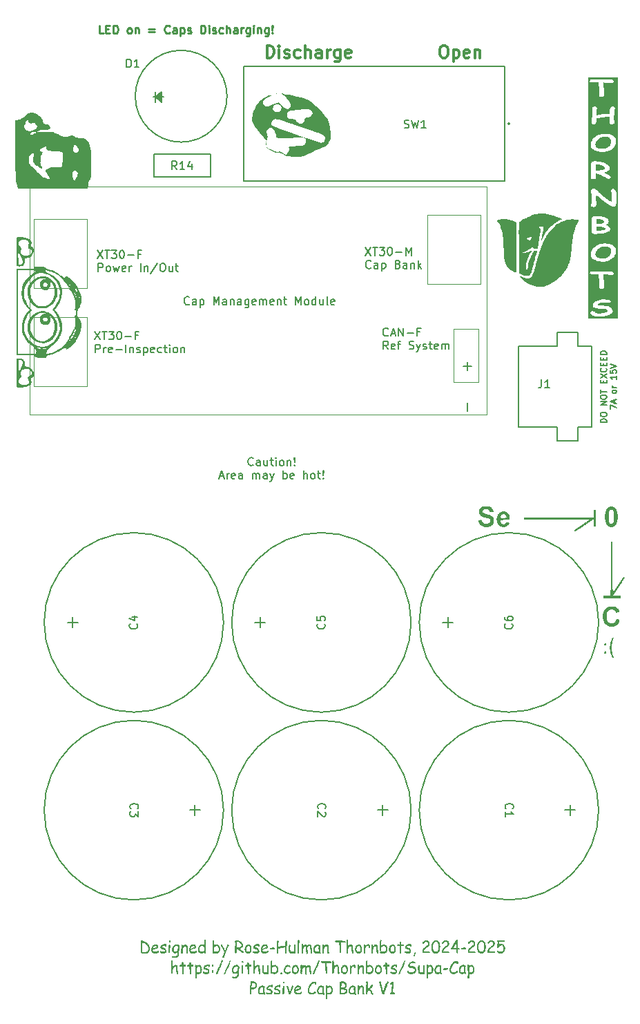
<source format=gbr>
%TF.GenerationSoftware,KiCad,Pcbnew,8.0.8*%
%TF.CreationDate,2025-01-27T11:22:29-05:00*%
%TF.ProjectId,Passive Cap Bank V1,50617373-6976-4652-9043-61702042616e,1.0*%
%TF.SameCoordinates,Original*%
%TF.FileFunction,Legend,Top*%
%TF.FilePolarity,Positive*%
%FSLAX46Y46*%
G04 Gerber Fmt 4.6, Leading zero omitted, Abs format (unit mm)*
G04 Created by KiCad (PCBNEW 8.0.8) date 2025-01-27 11:22:29*
%MOMM*%
%LPD*%
G01*
G04 APERTURE LIST*
%ADD10C,0.050000*%
%ADD11C,0.100000*%
%ADD12C,0.150000*%
%ADD13C,0.300000*%
%ADD14C,0.250000*%
%ADD15C,0.200000*%
%ADD16C,0.187500*%
%ADD17C,0.152400*%
%ADD18C,0.127000*%
%ADD19C,0.000000*%
G04 APERTURE END LIST*
D10*
X52246000Y-87438000D02*
X58746000Y-87438000D01*
X58746000Y-95938000D01*
X52246000Y-95938000D01*
X52246000Y-87438000D01*
D11*
X51746000Y-71438000D02*
X107746000Y-71438000D01*
X107746000Y-99438000D01*
X51746000Y-99438000D01*
X51746000Y-71438000D01*
D10*
X52246000Y-75438000D02*
X58746000Y-75438000D01*
X58746000Y-83938000D01*
X52246000Y-83938000D01*
X52246000Y-75438000D01*
X100496000Y-74938000D02*
X106996000Y-74938000D01*
X106996000Y-83438000D01*
X100496000Y-83438000D01*
X100496000Y-74938000D01*
X103746000Y-88938000D02*
X106746000Y-88938000D01*
X106746000Y-95438000D01*
X103746000Y-95438000D01*
X103746000Y-88938000D01*
D12*
X95688207Y-89694636D02*
X95640588Y-89742256D01*
X95640588Y-89742256D02*
X95497731Y-89789875D01*
X95497731Y-89789875D02*
X95402493Y-89789875D01*
X95402493Y-89789875D02*
X95259636Y-89742256D01*
X95259636Y-89742256D02*
X95164398Y-89647017D01*
X95164398Y-89647017D02*
X95116779Y-89551779D01*
X95116779Y-89551779D02*
X95069160Y-89361303D01*
X95069160Y-89361303D02*
X95069160Y-89218446D01*
X95069160Y-89218446D02*
X95116779Y-89027970D01*
X95116779Y-89027970D02*
X95164398Y-88932732D01*
X95164398Y-88932732D02*
X95259636Y-88837494D01*
X95259636Y-88837494D02*
X95402493Y-88789875D01*
X95402493Y-88789875D02*
X95497731Y-88789875D01*
X95497731Y-88789875D02*
X95640588Y-88837494D01*
X95640588Y-88837494D02*
X95688207Y-88885113D01*
X96069160Y-89504160D02*
X96545350Y-89504160D01*
X95973922Y-89789875D02*
X96307255Y-88789875D01*
X96307255Y-88789875D02*
X96640588Y-89789875D01*
X96973922Y-89789875D02*
X96973922Y-88789875D01*
X96973922Y-88789875D02*
X97545350Y-89789875D01*
X97545350Y-89789875D02*
X97545350Y-88789875D01*
X98021541Y-89408922D02*
X98783446Y-89408922D01*
X99592969Y-89266065D02*
X99259636Y-89266065D01*
X99259636Y-89789875D02*
X99259636Y-88789875D01*
X99259636Y-88789875D02*
X99735826Y-88789875D01*
X95688207Y-91399819D02*
X95354874Y-90923628D01*
X95116779Y-91399819D02*
X95116779Y-90399819D01*
X95116779Y-90399819D02*
X95497731Y-90399819D01*
X95497731Y-90399819D02*
X95592969Y-90447438D01*
X95592969Y-90447438D02*
X95640588Y-90495057D01*
X95640588Y-90495057D02*
X95688207Y-90590295D01*
X95688207Y-90590295D02*
X95688207Y-90733152D01*
X95688207Y-90733152D02*
X95640588Y-90828390D01*
X95640588Y-90828390D02*
X95592969Y-90876009D01*
X95592969Y-90876009D02*
X95497731Y-90923628D01*
X95497731Y-90923628D02*
X95116779Y-90923628D01*
X96497731Y-91352200D02*
X96402493Y-91399819D01*
X96402493Y-91399819D02*
X96212017Y-91399819D01*
X96212017Y-91399819D02*
X96116779Y-91352200D01*
X96116779Y-91352200D02*
X96069160Y-91256961D01*
X96069160Y-91256961D02*
X96069160Y-90876009D01*
X96069160Y-90876009D02*
X96116779Y-90780771D01*
X96116779Y-90780771D02*
X96212017Y-90733152D01*
X96212017Y-90733152D02*
X96402493Y-90733152D01*
X96402493Y-90733152D02*
X96497731Y-90780771D01*
X96497731Y-90780771D02*
X96545350Y-90876009D01*
X96545350Y-90876009D02*
X96545350Y-90971247D01*
X96545350Y-90971247D02*
X96069160Y-91066485D01*
X96831065Y-90733152D02*
X97212017Y-90733152D01*
X96973922Y-91399819D02*
X96973922Y-90542676D01*
X96973922Y-90542676D02*
X97021541Y-90447438D01*
X97021541Y-90447438D02*
X97116779Y-90399819D01*
X97116779Y-90399819D02*
X97212017Y-90399819D01*
X98259637Y-91352200D02*
X98402494Y-91399819D01*
X98402494Y-91399819D02*
X98640589Y-91399819D01*
X98640589Y-91399819D02*
X98735827Y-91352200D01*
X98735827Y-91352200D02*
X98783446Y-91304580D01*
X98783446Y-91304580D02*
X98831065Y-91209342D01*
X98831065Y-91209342D02*
X98831065Y-91114104D01*
X98831065Y-91114104D02*
X98783446Y-91018866D01*
X98783446Y-91018866D02*
X98735827Y-90971247D01*
X98735827Y-90971247D02*
X98640589Y-90923628D01*
X98640589Y-90923628D02*
X98450113Y-90876009D01*
X98450113Y-90876009D02*
X98354875Y-90828390D01*
X98354875Y-90828390D02*
X98307256Y-90780771D01*
X98307256Y-90780771D02*
X98259637Y-90685533D01*
X98259637Y-90685533D02*
X98259637Y-90590295D01*
X98259637Y-90590295D02*
X98307256Y-90495057D01*
X98307256Y-90495057D02*
X98354875Y-90447438D01*
X98354875Y-90447438D02*
X98450113Y-90399819D01*
X98450113Y-90399819D02*
X98688208Y-90399819D01*
X98688208Y-90399819D02*
X98831065Y-90447438D01*
X99164399Y-90733152D02*
X99402494Y-91399819D01*
X99640589Y-90733152D02*
X99402494Y-91399819D01*
X99402494Y-91399819D02*
X99307256Y-91637914D01*
X99307256Y-91637914D02*
X99259637Y-91685533D01*
X99259637Y-91685533D02*
X99164399Y-91733152D01*
X99973923Y-91352200D02*
X100069161Y-91399819D01*
X100069161Y-91399819D02*
X100259637Y-91399819D01*
X100259637Y-91399819D02*
X100354875Y-91352200D01*
X100354875Y-91352200D02*
X100402494Y-91256961D01*
X100402494Y-91256961D02*
X100402494Y-91209342D01*
X100402494Y-91209342D02*
X100354875Y-91114104D01*
X100354875Y-91114104D02*
X100259637Y-91066485D01*
X100259637Y-91066485D02*
X100116780Y-91066485D01*
X100116780Y-91066485D02*
X100021542Y-91018866D01*
X100021542Y-91018866D02*
X99973923Y-90923628D01*
X99973923Y-90923628D02*
X99973923Y-90876009D01*
X99973923Y-90876009D02*
X100021542Y-90780771D01*
X100021542Y-90780771D02*
X100116780Y-90733152D01*
X100116780Y-90733152D02*
X100259637Y-90733152D01*
X100259637Y-90733152D02*
X100354875Y-90780771D01*
X100688209Y-90733152D02*
X101069161Y-90733152D01*
X100831066Y-90399819D02*
X100831066Y-91256961D01*
X100831066Y-91256961D02*
X100878685Y-91352200D01*
X100878685Y-91352200D02*
X100973923Y-91399819D01*
X100973923Y-91399819D02*
X101069161Y-91399819D01*
X101783447Y-91352200D02*
X101688209Y-91399819D01*
X101688209Y-91399819D02*
X101497733Y-91399819D01*
X101497733Y-91399819D02*
X101402495Y-91352200D01*
X101402495Y-91352200D02*
X101354876Y-91256961D01*
X101354876Y-91256961D02*
X101354876Y-90876009D01*
X101354876Y-90876009D02*
X101402495Y-90780771D01*
X101402495Y-90780771D02*
X101497733Y-90733152D01*
X101497733Y-90733152D02*
X101688209Y-90733152D01*
X101688209Y-90733152D02*
X101783447Y-90780771D01*
X101783447Y-90780771D02*
X101831066Y-90876009D01*
X101831066Y-90876009D02*
X101831066Y-90971247D01*
X101831066Y-90971247D02*
X101354876Y-91066485D01*
X102259638Y-91399819D02*
X102259638Y-90733152D01*
X102259638Y-90828390D02*
X102307257Y-90780771D01*
X102307257Y-90780771D02*
X102402495Y-90733152D01*
X102402495Y-90733152D02*
X102545352Y-90733152D01*
X102545352Y-90733152D02*
X102640590Y-90780771D01*
X102640590Y-90780771D02*
X102688209Y-90876009D01*
X102688209Y-90876009D02*
X102688209Y-91399819D01*
X102688209Y-90876009D02*
X102735828Y-90780771D01*
X102735828Y-90780771D02*
X102831066Y-90733152D01*
X102831066Y-90733152D02*
X102973923Y-90733152D01*
X102973923Y-90733152D02*
X103069162Y-90780771D01*
X103069162Y-90780771D02*
X103116781Y-90876009D01*
X103116781Y-90876009D02*
X103116781Y-91399819D01*
X92901541Y-78889875D02*
X93568207Y-79889875D01*
X93568207Y-78889875D02*
X92901541Y-79889875D01*
X93806303Y-78889875D02*
X94377731Y-78889875D01*
X94092017Y-79889875D02*
X94092017Y-78889875D01*
X94615827Y-78889875D02*
X95234874Y-78889875D01*
X95234874Y-78889875D02*
X94901541Y-79270827D01*
X94901541Y-79270827D02*
X95044398Y-79270827D01*
X95044398Y-79270827D02*
X95139636Y-79318446D01*
X95139636Y-79318446D02*
X95187255Y-79366065D01*
X95187255Y-79366065D02*
X95234874Y-79461303D01*
X95234874Y-79461303D02*
X95234874Y-79699398D01*
X95234874Y-79699398D02*
X95187255Y-79794636D01*
X95187255Y-79794636D02*
X95139636Y-79842256D01*
X95139636Y-79842256D02*
X95044398Y-79889875D01*
X95044398Y-79889875D02*
X94758684Y-79889875D01*
X94758684Y-79889875D02*
X94663446Y-79842256D01*
X94663446Y-79842256D02*
X94615827Y-79794636D01*
X95853922Y-78889875D02*
X95949160Y-78889875D01*
X95949160Y-78889875D02*
X96044398Y-78937494D01*
X96044398Y-78937494D02*
X96092017Y-78985113D01*
X96092017Y-78985113D02*
X96139636Y-79080351D01*
X96139636Y-79080351D02*
X96187255Y-79270827D01*
X96187255Y-79270827D02*
X96187255Y-79508922D01*
X96187255Y-79508922D02*
X96139636Y-79699398D01*
X96139636Y-79699398D02*
X96092017Y-79794636D01*
X96092017Y-79794636D02*
X96044398Y-79842256D01*
X96044398Y-79842256D02*
X95949160Y-79889875D01*
X95949160Y-79889875D02*
X95853922Y-79889875D01*
X95853922Y-79889875D02*
X95758684Y-79842256D01*
X95758684Y-79842256D02*
X95711065Y-79794636D01*
X95711065Y-79794636D02*
X95663446Y-79699398D01*
X95663446Y-79699398D02*
X95615827Y-79508922D01*
X95615827Y-79508922D02*
X95615827Y-79270827D01*
X95615827Y-79270827D02*
X95663446Y-79080351D01*
X95663446Y-79080351D02*
X95711065Y-78985113D01*
X95711065Y-78985113D02*
X95758684Y-78937494D01*
X95758684Y-78937494D02*
X95853922Y-78889875D01*
X96615827Y-79508922D02*
X97377732Y-79508922D01*
X97853922Y-79889875D02*
X97853922Y-78889875D01*
X97853922Y-78889875D02*
X98187255Y-79604160D01*
X98187255Y-79604160D02*
X98520588Y-78889875D01*
X98520588Y-78889875D02*
X98520588Y-79889875D01*
X93568207Y-81404580D02*
X93520588Y-81452200D01*
X93520588Y-81452200D02*
X93377731Y-81499819D01*
X93377731Y-81499819D02*
X93282493Y-81499819D01*
X93282493Y-81499819D02*
X93139636Y-81452200D01*
X93139636Y-81452200D02*
X93044398Y-81356961D01*
X93044398Y-81356961D02*
X92996779Y-81261723D01*
X92996779Y-81261723D02*
X92949160Y-81071247D01*
X92949160Y-81071247D02*
X92949160Y-80928390D01*
X92949160Y-80928390D02*
X92996779Y-80737914D01*
X92996779Y-80737914D02*
X93044398Y-80642676D01*
X93044398Y-80642676D02*
X93139636Y-80547438D01*
X93139636Y-80547438D02*
X93282493Y-80499819D01*
X93282493Y-80499819D02*
X93377731Y-80499819D01*
X93377731Y-80499819D02*
X93520588Y-80547438D01*
X93520588Y-80547438D02*
X93568207Y-80595057D01*
X94425350Y-81499819D02*
X94425350Y-80976009D01*
X94425350Y-80976009D02*
X94377731Y-80880771D01*
X94377731Y-80880771D02*
X94282493Y-80833152D01*
X94282493Y-80833152D02*
X94092017Y-80833152D01*
X94092017Y-80833152D02*
X93996779Y-80880771D01*
X94425350Y-81452200D02*
X94330112Y-81499819D01*
X94330112Y-81499819D02*
X94092017Y-81499819D01*
X94092017Y-81499819D02*
X93996779Y-81452200D01*
X93996779Y-81452200D02*
X93949160Y-81356961D01*
X93949160Y-81356961D02*
X93949160Y-81261723D01*
X93949160Y-81261723D02*
X93996779Y-81166485D01*
X93996779Y-81166485D02*
X94092017Y-81118866D01*
X94092017Y-81118866D02*
X94330112Y-81118866D01*
X94330112Y-81118866D02*
X94425350Y-81071247D01*
X94901541Y-80833152D02*
X94901541Y-81833152D01*
X94901541Y-80880771D02*
X94996779Y-80833152D01*
X94996779Y-80833152D02*
X95187255Y-80833152D01*
X95187255Y-80833152D02*
X95282493Y-80880771D01*
X95282493Y-80880771D02*
X95330112Y-80928390D01*
X95330112Y-80928390D02*
X95377731Y-81023628D01*
X95377731Y-81023628D02*
X95377731Y-81309342D01*
X95377731Y-81309342D02*
X95330112Y-81404580D01*
X95330112Y-81404580D02*
X95282493Y-81452200D01*
X95282493Y-81452200D02*
X95187255Y-81499819D01*
X95187255Y-81499819D02*
X94996779Y-81499819D01*
X94996779Y-81499819D02*
X94901541Y-81452200D01*
X96901541Y-80976009D02*
X97044398Y-81023628D01*
X97044398Y-81023628D02*
X97092017Y-81071247D01*
X97092017Y-81071247D02*
X97139636Y-81166485D01*
X97139636Y-81166485D02*
X97139636Y-81309342D01*
X97139636Y-81309342D02*
X97092017Y-81404580D01*
X97092017Y-81404580D02*
X97044398Y-81452200D01*
X97044398Y-81452200D02*
X96949160Y-81499819D01*
X96949160Y-81499819D02*
X96568208Y-81499819D01*
X96568208Y-81499819D02*
X96568208Y-80499819D01*
X96568208Y-80499819D02*
X96901541Y-80499819D01*
X96901541Y-80499819D02*
X96996779Y-80547438D01*
X96996779Y-80547438D02*
X97044398Y-80595057D01*
X97044398Y-80595057D02*
X97092017Y-80690295D01*
X97092017Y-80690295D02*
X97092017Y-80785533D01*
X97092017Y-80785533D02*
X97044398Y-80880771D01*
X97044398Y-80880771D02*
X96996779Y-80928390D01*
X96996779Y-80928390D02*
X96901541Y-80976009D01*
X96901541Y-80976009D02*
X96568208Y-80976009D01*
X97996779Y-81499819D02*
X97996779Y-80976009D01*
X97996779Y-80976009D02*
X97949160Y-80880771D01*
X97949160Y-80880771D02*
X97853922Y-80833152D01*
X97853922Y-80833152D02*
X97663446Y-80833152D01*
X97663446Y-80833152D02*
X97568208Y-80880771D01*
X97996779Y-81452200D02*
X97901541Y-81499819D01*
X97901541Y-81499819D02*
X97663446Y-81499819D01*
X97663446Y-81499819D02*
X97568208Y-81452200D01*
X97568208Y-81452200D02*
X97520589Y-81356961D01*
X97520589Y-81356961D02*
X97520589Y-81261723D01*
X97520589Y-81261723D02*
X97568208Y-81166485D01*
X97568208Y-81166485D02*
X97663446Y-81118866D01*
X97663446Y-81118866D02*
X97901541Y-81118866D01*
X97901541Y-81118866D02*
X97996779Y-81071247D01*
X98472970Y-80833152D02*
X98472970Y-81499819D01*
X98472970Y-80928390D02*
X98520589Y-80880771D01*
X98520589Y-80880771D02*
X98615827Y-80833152D01*
X98615827Y-80833152D02*
X98758684Y-80833152D01*
X98758684Y-80833152D02*
X98853922Y-80880771D01*
X98853922Y-80880771D02*
X98901541Y-80976009D01*
X98901541Y-80976009D02*
X98901541Y-81499819D01*
X99377732Y-81499819D02*
X99377732Y-80499819D01*
X99472970Y-81118866D02*
X99758684Y-81499819D01*
X99758684Y-80833152D02*
X99377732Y-81214104D01*
X60041541Y-79259875D02*
X60708207Y-80259875D01*
X60708207Y-79259875D02*
X60041541Y-80259875D01*
X60946303Y-79259875D02*
X61517731Y-79259875D01*
X61232017Y-80259875D02*
X61232017Y-79259875D01*
X61755827Y-79259875D02*
X62374874Y-79259875D01*
X62374874Y-79259875D02*
X62041541Y-79640827D01*
X62041541Y-79640827D02*
X62184398Y-79640827D01*
X62184398Y-79640827D02*
X62279636Y-79688446D01*
X62279636Y-79688446D02*
X62327255Y-79736065D01*
X62327255Y-79736065D02*
X62374874Y-79831303D01*
X62374874Y-79831303D02*
X62374874Y-80069398D01*
X62374874Y-80069398D02*
X62327255Y-80164636D01*
X62327255Y-80164636D02*
X62279636Y-80212256D01*
X62279636Y-80212256D02*
X62184398Y-80259875D01*
X62184398Y-80259875D02*
X61898684Y-80259875D01*
X61898684Y-80259875D02*
X61803446Y-80212256D01*
X61803446Y-80212256D02*
X61755827Y-80164636D01*
X62993922Y-79259875D02*
X63089160Y-79259875D01*
X63089160Y-79259875D02*
X63184398Y-79307494D01*
X63184398Y-79307494D02*
X63232017Y-79355113D01*
X63232017Y-79355113D02*
X63279636Y-79450351D01*
X63279636Y-79450351D02*
X63327255Y-79640827D01*
X63327255Y-79640827D02*
X63327255Y-79878922D01*
X63327255Y-79878922D02*
X63279636Y-80069398D01*
X63279636Y-80069398D02*
X63232017Y-80164636D01*
X63232017Y-80164636D02*
X63184398Y-80212256D01*
X63184398Y-80212256D02*
X63089160Y-80259875D01*
X63089160Y-80259875D02*
X62993922Y-80259875D01*
X62993922Y-80259875D02*
X62898684Y-80212256D01*
X62898684Y-80212256D02*
X62851065Y-80164636D01*
X62851065Y-80164636D02*
X62803446Y-80069398D01*
X62803446Y-80069398D02*
X62755827Y-79878922D01*
X62755827Y-79878922D02*
X62755827Y-79640827D01*
X62755827Y-79640827D02*
X62803446Y-79450351D01*
X62803446Y-79450351D02*
X62851065Y-79355113D01*
X62851065Y-79355113D02*
X62898684Y-79307494D01*
X62898684Y-79307494D02*
X62993922Y-79259875D01*
X63755827Y-79878922D02*
X64517732Y-79878922D01*
X65327255Y-79736065D02*
X64993922Y-79736065D01*
X64993922Y-80259875D02*
X64993922Y-79259875D01*
X64993922Y-79259875D02*
X65470112Y-79259875D01*
X60136779Y-81869819D02*
X60136779Y-80869819D01*
X60136779Y-80869819D02*
X60517731Y-80869819D01*
X60517731Y-80869819D02*
X60612969Y-80917438D01*
X60612969Y-80917438D02*
X60660588Y-80965057D01*
X60660588Y-80965057D02*
X60708207Y-81060295D01*
X60708207Y-81060295D02*
X60708207Y-81203152D01*
X60708207Y-81203152D02*
X60660588Y-81298390D01*
X60660588Y-81298390D02*
X60612969Y-81346009D01*
X60612969Y-81346009D02*
X60517731Y-81393628D01*
X60517731Y-81393628D02*
X60136779Y-81393628D01*
X61279636Y-81869819D02*
X61184398Y-81822200D01*
X61184398Y-81822200D02*
X61136779Y-81774580D01*
X61136779Y-81774580D02*
X61089160Y-81679342D01*
X61089160Y-81679342D02*
X61089160Y-81393628D01*
X61089160Y-81393628D02*
X61136779Y-81298390D01*
X61136779Y-81298390D02*
X61184398Y-81250771D01*
X61184398Y-81250771D02*
X61279636Y-81203152D01*
X61279636Y-81203152D02*
X61422493Y-81203152D01*
X61422493Y-81203152D02*
X61517731Y-81250771D01*
X61517731Y-81250771D02*
X61565350Y-81298390D01*
X61565350Y-81298390D02*
X61612969Y-81393628D01*
X61612969Y-81393628D02*
X61612969Y-81679342D01*
X61612969Y-81679342D02*
X61565350Y-81774580D01*
X61565350Y-81774580D02*
X61517731Y-81822200D01*
X61517731Y-81822200D02*
X61422493Y-81869819D01*
X61422493Y-81869819D02*
X61279636Y-81869819D01*
X61946303Y-81203152D02*
X62136779Y-81869819D01*
X62136779Y-81869819D02*
X62327255Y-81393628D01*
X62327255Y-81393628D02*
X62517731Y-81869819D01*
X62517731Y-81869819D02*
X62708207Y-81203152D01*
X63470112Y-81822200D02*
X63374874Y-81869819D01*
X63374874Y-81869819D02*
X63184398Y-81869819D01*
X63184398Y-81869819D02*
X63089160Y-81822200D01*
X63089160Y-81822200D02*
X63041541Y-81726961D01*
X63041541Y-81726961D02*
X63041541Y-81346009D01*
X63041541Y-81346009D02*
X63089160Y-81250771D01*
X63089160Y-81250771D02*
X63184398Y-81203152D01*
X63184398Y-81203152D02*
X63374874Y-81203152D01*
X63374874Y-81203152D02*
X63470112Y-81250771D01*
X63470112Y-81250771D02*
X63517731Y-81346009D01*
X63517731Y-81346009D02*
X63517731Y-81441247D01*
X63517731Y-81441247D02*
X63041541Y-81536485D01*
X63946303Y-81869819D02*
X63946303Y-81203152D01*
X63946303Y-81393628D02*
X63993922Y-81298390D01*
X63993922Y-81298390D02*
X64041541Y-81250771D01*
X64041541Y-81250771D02*
X64136779Y-81203152D01*
X64136779Y-81203152D02*
X64232017Y-81203152D01*
X65327256Y-81869819D02*
X65327256Y-80869819D01*
X65803446Y-81203152D02*
X65803446Y-81869819D01*
X65803446Y-81298390D02*
X65851065Y-81250771D01*
X65851065Y-81250771D02*
X65946303Y-81203152D01*
X65946303Y-81203152D02*
X66089160Y-81203152D01*
X66089160Y-81203152D02*
X66184398Y-81250771D01*
X66184398Y-81250771D02*
X66232017Y-81346009D01*
X66232017Y-81346009D02*
X66232017Y-81869819D01*
X67422493Y-80822200D02*
X66565351Y-82107914D01*
X67946303Y-80869819D02*
X68136779Y-80869819D01*
X68136779Y-80869819D02*
X68232017Y-80917438D01*
X68232017Y-80917438D02*
X68327255Y-81012676D01*
X68327255Y-81012676D02*
X68374874Y-81203152D01*
X68374874Y-81203152D02*
X68374874Y-81536485D01*
X68374874Y-81536485D02*
X68327255Y-81726961D01*
X68327255Y-81726961D02*
X68232017Y-81822200D01*
X68232017Y-81822200D02*
X68136779Y-81869819D01*
X68136779Y-81869819D02*
X67946303Y-81869819D01*
X67946303Y-81869819D02*
X67851065Y-81822200D01*
X67851065Y-81822200D02*
X67755827Y-81726961D01*
X67755827Y-81726961D02*
X67708208Y-81536485D01*
X67708208Y-81536485D02*
X67708208Y-81203152D01*
X67708208Y-81203152D02*
X67755827Y-81012676D01*
X67755827Y-81012676D02*
X67851065Y-80917438D01*
X67851065Y-80917438D02*
X67946303Y-80869819D01*
X69232017Y-81203152D02*
X69232017Y-81869819D01*
X68803446Y-81203152D02*
X68803446Y-81726961D01*
X68803446Y-81726961D02*
X68851065Y-81822200D01*
X68851065Y-81822200D02*
X68946303Y-81869819D01*
X68946303Y-81869819D02*
X69089160Y-81869819D01*
X69089160Y-81869819D02*
X69184398Y-81822200D01*
X69184398Y-81822200D02*
X69232017Y-81774580D01*
X69565351Y-81203152D02*
X69946303Y-81203152D01*
X69708208Y-80869819D02*
X69708208Y-81726961D01*
X69708208Y-81726961D02*
X69755827Y-81822200D01*
X69755827Y-81822200D02*
X69851065Y-81869819D01*
X69851065Y-81869819D02*
X69946303Y-81869819D01*
D13*
G36*
X122257199Y-78819700D02*
G01*
X122417598Y-78826197D01*
X122579204Y-78843631D01*
X122730238Y-78876551D01*
X122857235Y-78930153D01*
X122880659Y-78945397D01*
X122967367Y-79031612D01*
X123018750Y-79132446D01*
X123043874Y-79239359D01*
X123050675Y-79344877D01*
X123049587Y-79389211D01*
X123037351Y-79497408D01*
X123011520Y-79601836D01*
X122972093Y-79702496D01*
X122919070Y-79799387D01*
X122852452Y-79892509D01*
X122772238Y-79981863D01*
X122714171Y-80036686D01*
X122611496Y-80116074D01*
X122478557Y-80191568D01*
X122335005Y-80245492D01*
X122180840Y-80277847D01*
X122016062Y-80288632D01*
X121967948Y-80288076D01*
X121807754Y-80277388D01*
X121660323Y-80253094D01*
X121507457Y-80208673D01*
X121371261Y-80146482D01*
X121354897Y-80137176D01*
X121242687Y-80056507D01*
X121163724Y-79964786D01*
X121118008Y-79862013D01*
X121105281Y-79763021D01*
X121106480Y-79719546D01*
X121119972Y-79612995D01*
X121148454Y-79509497D01*
X121191928Y-79409052D01*
X121250392Y-79311660D01*
X121323848Y-79217322D01*
X121412294Y-79126036D01*
X121496237Y-79054137D01*
X121606962Y-78977744D01*
X121724127Y-78916330D01*
X121873226Y-78862406D01*
X122031598Y-78830052D01*
X122199244Y-78819267D01*
X122257199Y-78819700D01*
G37*
G36*
X121335575Y-76399335D02*
G01*
X121498882Y-76402815D01*
X121654904Y-76405344D01*
X121805769Y-76406441D01*
X121855060Y-76411099D01*
X121998595Y-76437973D01*
X122139161Y-76481179D01*
X122204741Y-76506915D01*
X122318051Y-76573158D01*
X122372168Y-76664849D01*
X122295629Y-76734952D01*
X122154979Y-76779183D01*
X122013864Y-76808953D01*
X121860704Y-76835279D01*
X121711717Y-76857107D01*
X121566903Y-76874435D01*
X121403227Y-76888964D01*
X121245232Y-76897369D01*
X121245232Y-76397159D01*
X121335575Y-76399335D01*
G37*
G36*
X121697437Y-75465793D02*
G01*
X121837991Y-75496375D01*
X121972831Y-75548660D01*
X122005961Y-75565206D01*
X122111867Y-75638297D01*
X122158212Y-75731353D01*
X122152667Y-75779563D01*
X122096602Y-75875924D01*
X121980161Y-75949705D01*
X121832298Y-75994974D01*
X121675195Y-76020025D01*
X121527332Y-76031772D01*
X121391551Y-76031325D01*
X121245232Y-76022002D01*
X121247430Y-75742100D01*
X121245232Y-75459267D01*
X121257129Y-75458830D01*
X121406949Y-75457113D01*
X121564702Y-75456824D01*
X121697437Y-75465793D01*
G37*
G36*
X121242795Y-68743144D02*
G01*
X121395441Y-68750502D01*
X121414602Y-68751959D01*
X121565876Y-68771827D01*
X121713578Y-68806288D01*
X121857708Y-68855343D01*
X121980891Y-68910237D01*
X122065116Y-68956459D01*
X122170182Y-69031556D01*
X122244699Y-69117719D01*
X122273250Y-69215540D01*
X122271103Y-69225897D01*
X122185323Y-69307376D01*
X122117454Y-69349439D01*
X121993348Y-69404584D01*
X121855366Y-69442198D01*
X121707809Y-69466294D01*
X121561406Y-69480399D01*
X121396611Y-69488459D01*
X121245232Y-69490558D01*
X121154374Y-69489581D01*
X121154374Y-68739267D01*
X121242795Y-68743144D01*
G37*
G36*
X122257199Y-65379700D02*
G01*
X122417598Y-65386197D01*
X122579204Y-65403631D01*
X122730238Y-65436551D01*
X122857235Y-65490153D01*
X122880659Y-65505397D01*
X122967367Y-65591612D01*
X123018750Y-65692446D01*
X123043874Y-65799359D01*
X123050675Y-65904877D01*
X123049587Y-65949211D01*
X123037351Y-66057408D01*
X123011520Y-66161836D01*
X122972093Y-66262496D01*
X122919070Y-66359387D01*
X122852452Y-66452509D01*
X122772238Y-66541863D01*
X122714171Y-66596686D01*
X122611496Y-66676074D01*
X122478557Y-66751568D01*
X122335005Y-66805492D01*
X122180840Y-66837847D01*
X122016062Y-66848632D01*
X121967948Y-66848076D01*
X121807754Y-66837388D01*
X121660323Y-66813094D01*
X121507457Y-66768673D01*
X121371261Y-66706482D01*
X121354897Y-66697176D01*
X121242687Y-66616507D01*
X121163724Y-66524786D01*
X121118008Y-66422013D01*
X121105281Y-66323021D01*
X121106480Y-66279546D01*
X121119972Y-66172995D01*
X121148454Y-66069497D01*
X121191928Y-65969052D01*
X121250392Y-65871660D01*
X121323848Y-65777322D01*
X121412294Y-65686036D01*
X121496237Y-65614137D01*
X121606962Y-65537744D01*
X121724127Y-65476330D01*
X121873226Y-65422406D01*
X122031598Y-65390052D01*
X122199244Y-65379267D01*
X122257199Y-65379700D01*
G37*
G36*
X123892785Y-87606011D02*
G01*
X120194294Y-87606011D01*
X120194294Y-86928520D01*
X120494918Y-86928520D01*
X120501107Y-86980653D01*
X120550624Y-87078980D01*
X120637525Y-87160703D01*
X120748442Y-87227962D01*
X120827199Y-87264484D01*
X120958343Y-87310136D01*
X121105098Y-87344832D01*
X121267463Y-87368571D01*
X121414692Y-87379984D01*
X121572762Y-87383789D01*
X121646435Y-87383243D01*
X121826111Y-87377104D01*
X121999347Y-87364142D01*
X122166143Y-87344360D01*
X122326499Y-87317755D01*
X122480415Y-87284329D01*
X122627891Y-87244082D01*
X122736183Y-87208032D01*
X122864005Y-87155238D01*
X122997151Y-87081645D01*
X123100710Y-86999609D01*
X123174681Y-86909129D01*
X123219063Y-86810206D01*
X123233857Y-86702840D01*
X123226719Y-86614349D01*
X123199311Y-86516347D01*
X123141353Y-86413297D01*
X123055416Y-86322403D01*
X122941498Y-86243663D01*
X122835007Y-86192040D01*
X122693706Y-86143013D01*
X122534033Y-86106048D01*
X122382547Y-86083963D01*
X122217563Y-86070739D01*
X122135764Y-86067839D01*
X121988256Y-86062618D01*
X121840400Y-86057397D01*
X121692196Y-86052177D01*
X121605228Y-86042073D01*
X121465783Y-86006748D01*
X121391045Y-85924193D01*
X121406524Y-85876963D01*
X121508104Y-85798571D01*
X121638707Y-85745896D01*
X121698848Y-85727097D01*
X121837263Y-85693785D01*
X121996088Y-85671364D01*
X122143557Y-85664319D01*
X122284516Y-85674211D01*
X122435183Y-85695582D01*
X122575916Y-85715824D01*
X122724611Y-85726845D01*
X122815286Y-85717915D01*
X122937102Y-85663342D01*
X122972876Y-85630391D01*
X123011108Y-85533893D01*
X123009668Y-85521164D01*
X122918967Y-85437295D01*
X122786155Y-85388218D01*
X122642545Y-85352665D01*
X122605820Y-85344975D01*
X122449695Y-85316511D01*
X122293761Y-85296666D01*
X122143557Y-85289162D01*
X122080239Y-85290055D01*
X121924899Y-85300102D01*
X121773781Y-85321311D01*
X121626885Y-85353682D01*
X121484210Y-85397217D01*
X121345757Y-85451914D01*
X121211526Y-85517773D01*
X121136050Y-85560950D01*
X121026512Y-85634705D01*
X120921893Y-85726170D01*
X120846536Y-85820864D01*
X120800443Y-85918786D01*
X120783613Y-86019937D01*
X120785790Y-86059898D01*
X120824968Y-86157770D01*
X120912689Y-86243003D01*
X121029266Y-86307214D01*
X121158770Y-86354549D01*
X121194322Y-86364924D01*
X121342310Y-86400202D01*
X121499549Y-86425527D01*
X121644721Y-86439522D01*
X121796976Y-86445896D01*
X121933068Y-86448620D01*
X122098471Y-86454918D01*
X122251612Y-86465665D01*
X122409538Y-86488883D01*
X122503144Y-86521092D01*
X122598212Y-86602474D01*
X122623494Y-86699420D01*
X122618113Y-86728302D01*
X122537399Y-86811284D01*
X122413300Y-86869913D01*
X122279112Y-86913377D01*
X122195787Y-86935702D01*
X122048315Y-86967609D01*
X121898740Y-86990399D01*
X121747061Y-87004074D01*
X121593278Y-87008632D01*
X121448215Y-87002965D01*
X121287335Y-86977777D01*
X121150794Y-86925355D01*
X121061317Y-86847431D01*
X121038156Y-86819267D01*
X120932749Y-86750265D01*
X120789475Y-86727264D01*
X120701783Y-86734017D01*
X120573320Y-86784417D01*
X120525544Y-86831472D01*
X120494918Y-86928520D01*
X120194294Y-86928520D01*
X120194294Y-82026371D01*
X120416516Y-82026371D01*
X120424553Y-82077347D01*
X120505817Y-82166772D01*
X120645127Y-82210530D01*
X120734235Y-82219536D01*
X120896008Y-82230771D01*
X121056944Y-82237397D01*
X121209288Y-82240694D01*
X121374925Y-82241793D01*
X121481903Y-82241793D01*
X121489741Y-82340733D01*
X121500405Y-82443171D01*
X121512726Y-82548724D01*
X121525238Y-82649200D01*
X121539789Y-82761053D01*
X121552243Y-82860026D01*
X121564402Y-82970073D01*
X121573521Y-83070606D01*
X121580318Y-83175869D01*
X121583020Y-83280314D01*
X121587193Y-83376622D01*
X121596209Y-83480593D01*
X121605223Y-83577503D01*
X121610131Y-83679406D01*
X121599140Y-83741933D01*
X121588882Y-83802505D01*
X121602483Y-83861604D01*
X121685602Y-83942700D01*
X121742674Y-83968975D01*
X121886369Y-83992526D01*
X122032501Y-83961506D01*
X122127437Y-83882616D01*
X122176896Y-83791758D01*
X122193383Y-83690153D01*
X122191322Y-83647288D01*
X122178728Y-83546538D01*
X122172317Y-83501628D01*
X122164073Y-83402435D01*
X122163694Y-83360966D01*
X122159852Y-83253685D01*
X122153266Y-83150010D01*
X122143640Y-83035515D01*
X122133297Y-82931839D01*
X122120842Y-82820648D01*
X122117904Y-82794884D01*
X122106925Y-82696779D01*
X122094939Y-82585288D01*
X122083107Y-82467840D01*
X122072819Y-82353347D01*
X122065155Y-82241793D01*
X122110813Y-82241701D01*
X122261403Y-82244283D01*
X122411919Y-82249487D01*
X122566341Y-82256448D01*
X122587415Y-82257469D01*
X122743383Y-82264476D01*
X122906788Y-82270315D01*
X123066795Y-82273056D01*
X123147167Y-82266072D01*
X123274157Y-82213949D01*
X123325059Y-82165612D01*
X123357688Y-82068869D01*
X123347818Y-82013330D01*
X123274157Y-81925254D01*
X123211968Y-81891881D01*
X123066795Y-81866636D01*
X123046671Y-81866636D01*
X122900079Y-81866636D01*
X122744074Y-81866636D01*
X122597116Y-81866636D01*
X122433173Y-81866636D01*
X122280245Y-81866636D01*
X122127437Y-81866636D01*
X122056637Y-81866819D01*
X121908378Y-81867898D01*
X121750815Y-81869567D01*
X121690284Y-81870139D01*
X121531912Y-81871399D01*
X121374925Y-81872009D01*
X121350612Y-81871880D01*
X121197884Y-81866843D01*
X121045197Y-81857355D01*
X121013950Y-81854979D01*
X120867776Y-81844301D01*
X120717667Y-81835373D01*
X120612310Y-81842312D01*
X120490521Y-81897411D01*
X120454747Y-81930718D01*
X120416516Y-82026371D01*
X120194294Y-82026371D01*
X120194294Y-79761067D01*
X120519831Y-79761067D01*
X120519900Y-79763021D01*
X120521617Y-79811343D01*
X120541709Y-79931890D01*
X120584128Y-80045091D01*
X120648871Y-80150946D01*
X120735940Y-80249454D01*
X120845334Y-80340615D01*
X120977053Y-80424431D01*
X121059022Y-80467207D01*
X121202734Y-80529150D01*
X121355319Y-80579406D01*
X121516776Y-80617974D01*
X121687107Y-80644855D01*
X121866311Y-80660049D01*
X122016062Y-80663789D01*
X122062634Y-80663350D01*
X122243383Y-80652817D01*
X122415271Y-80628240D01*
X122578298Y-80589619D01*
X122732463Y-80536954D01*
X122877766Y-80470245D01*
X123014208Y-80389493D01*
X123141789Y-80294696D01*
X123231659Y-80214382D01*
X123326284Y-80115769D01*
X123408292Y-80014347D01*
X123477684Y-79910116D01*
X123534459Y-79803077D01*
X123578617Y-79693229D01*
X123610159Y-79580572D01*
X123629084Y-79465106D01*
X123635392Y-79346831D01*
X123632237Y-79264102D01*
X123618212Y-79159993D01*
X123584903Y-79039818D01*
X123534063Y-78930710D01*
X123465691Y-78832670D01*
X123379789Y-78745696D01*
X123276355Y-78669790D01*
X123155584Y-78604775D01*
X123017210Y-78550779D01*
X122861233Y-78507803D01*
X122687654Y-78475846D01*
X122536116Y-78458215D01*
X122373313Y-78447636D01*
X122199244Y-78444110D01*
X122152737Y-78444543D01*
X121971701Y-78454938D01*
X121798657Y-78479195D01*
X121633604Y-78517312D01*
X121476543Y-78569290D01*
X121327473Y-78635129D01*
X121186394Y-78714828D01*
X121053306Y-78808388D01*
X120958735Y-78887655D01*
X120855867Y-78987642D01*
X120766714Y-79090254D01*
X120691278Y-79195492D01*
X120629557Y-79303356D01*
X120581552Y-79413845D01*
X120547262Y-79526960D01*
X120526689Y-79642701D01*
X120519831Y-79761067D01*
X120194294Y-79761067D01*
X120194294Y-75342184D01*
X120674047Y-75342184D01*
X120674436Y-75443635D01*
X120675169Y-75459267D01*
X120678203Y-75523991D01*
X120684695Y-75627306D01*
X120684695Y-76022002D01*
X120684695Y-76397159D01*
X120684695Y-76897369D01*
X120684695Y-77060523D01*
X120700778Y-77121384D01*
X120782147Y-77205115D01*
X120859393Y-77246193D01*
X121004164Y-77272526D01*
X121049758Y-77272411D01*
X121227181Y-77269652D01*
X121396682Y-77263213D01*
X121558260Y-77253096D01*
X121711916Y-77239301D01*
X121892844Y-77216882D01*
X122061393Y-77188716D01*
X122217563Y-77154801D01*
X122244785Y-77147817D01*
X122378751Y-77106715D01*
X122509140Y-77055310D01*
X122635951Y-76993600D01*
X122737548Y-76932664D01*
X122840313Y-76849331D01*
X122911256Y-76752735D01*
X122934904Y-76653126D01*
X122934220Y-76635351D01*
X122906002Y-76537388D01*
X122844436Y-76448029D01*
X122759782Y-76367362D01*
X122658717Y-76293411D01*
X122537297Y-76226722D01*
X122405141Y-76175387D01*
X122445876Y-76150909D01*
X122556442Y-76073992D01*
X122642545Y-75990251D01*
X122684341Y-75926486D01*
X122718790Y-75829445D01*
X122729007Y-75728422D01*
X122725330Y-75675317D01*
X122695912Y-75574154D01*
X122637076Y-75479724D01*
X122548823Y-75392026D01*
X122431151Y-75311059D01*
X122310619Y-75248729D01*
X122175894Y-75192784D01*
X122038800Y-75148414D01*
X121899335Y-75115619D01*
X121733631Y-75091987D01*
X121564702Y-75084110D01*
X121498505Y-75084372D01*
X121339674Y-75087631D01*
X121191754Y-75095749D01*
X121045197Y-75113907D01*
X120898193Y-75133599D01*
X120757977Y-75181115D01*
X120684695Y-75267780D01*
X120674047Y-75342184D01*
X120194294Y-75342184D01*
X120194294Y-71936601D01*
X120566725Y-71936601D01*
X120568282Y-71983221D01*
X120577454Y-72080727D01*
X120591638Y-72184263D01*
X120597477Y-72224021D01*
X120610323Y-72328000D01*
X120616551Y-72430949D01*
X120617123Y-72494185D01*
X120619321Y-72592737D01*
X120622413Y-72693754D01*
X120624654Y-72756408D01*
X120627558Y-72855127D01*
X120629007Y-72956071D01*
X120628621Y-72995474D01*
X120625536Y-73097842D01*
X120620947Y-73200314D01*
X120619058Y-73239820D01*
X120614902Y-73342951D01*
X120612887Y-73444556D01*
X120609407Y-73514288D01*
X120598965Y-73612107D01*
X120592010Y-73676278D01*
X120585776Y-73779169D01*
X120593647Y-73826033D01*
X120666376Y-73913014D01*
X120757238Y-73955423D01*
X120907444Y-73975052D01*
X121008294Y-73960695D01*
X121120447Y-73885321D01*
X121175219Y-73782031D01*
X121196954Y-73684325D01*
X121204199Y-73566678D01*
X121204085Y-73537598D01*
X121202589Y-73439838D01*
X121200077Y-73340448D01*
X121196872Y-73237438D01*
X121196421Y-73223808D01*
X121193330Y-73122523D01*
X121190754Y-73015323D01*
X121189545Y-72908199D01*
X121189739Y-72883454D01*
X121191929Y-72783525D01*
X121194909Y-72681216D01*
X121198412Y-72572315D01*
X121202001Y-72466608D01*
X121325861Y-72572640D01*
X121448129Y-72675680D01*
X121568806Y-72775728D01*
X121687892Y-72872784D01*
X121805386Y-72966848D01*
X121921288Y-73057920D01*
X122035600Y-73146000D01*
X122148320Y-73231088D01*
X122259448Y-73313184D01*
X122368986Y-73392288D01*
X122476931Y-73468401D01*
X122583286Y-73541521D01*
X122688049Y-73611649D01*
X122842209Y-73711231D01*
X122992789Y-73804082D01*
X123048452Y-73835323D01*
X123174745Y-73888698D01*
X123318121Y-73912526D01*
X123458914Y-73895066D01*
X123571571Y-73828021D01*
X123618540Y-73733740D01*
X123622799Y-73715368D01*
X123642582Y-73618282D01*
X123653711Y-73514898D01*
X123654307Y-73414407D01*
X123655462Y-73311429D01*
X123656825Y-73210327D01*
X123658576Y-73092587D01*
X123660146Y-72993363D01*
X123661934Y-72884778D01*
X123663941Y-72766835D01*
X123666167Y-72639532D01*
X123666437Y-72626985D01*
X123668670Y-72521770D01*
X123670563Y-72420690D01*
X123667607Y-72296204D01*
X123658740Y-72183962D01*
X123643960Y-72083964D01*
X123615057Y-71969682D01*
X123564149Y-71857440D01*
X123481382Y-71767646D01*
X123334241Y-71724110D01*
X123175817Y-71742810D01*
X123063160Y-71814617D01*
X123033822Y-71915596D01*
X123037208Y-71967695D01*
X123054339Y-72068492D01*
X123064551Y-72119081D01*
X123081450Y-72218457D01*
X123082712Y-72233822D01*
X123089444Y-72344304D01*
X123093952Y-72460326D01*
X123096837Y-72568824D01*
X123099081Y-72691258D01*
X123100343Y-72792230D01*
X123101245Y-72901042D01*
X123101786Y-73017693D01*
X123101966Y-73142184D01*
X123101657Y-73249941D01*
X123099768Y-73353210D01*
X122985823Y-73281644D01*
X122871683Y-73207511D01*
X122757349Y-73130809D01*
X122642820Y-73051539D01*
X122528096Y-72969701D01*
X122413178Y-72885294D01*
X122298065Y-72798318D01*
X122182758Y-72708775D01*
X122067256Y-72616663D01*
X121951559Y-72521982D01*
X121835668Y-72424734D01*
X121719582Y-72324917D01*
X121603301Y-72222531D01*
X121486826Y-72117577D01*
X121370156Y-72010055D01*
X121253292Y-71899965D01*
X121173731Y-71831443D01*
X121054940Y-71757769D01*
X120914771Y-71724110D01*
X120801771Y-71736545D01*
X120672971Y-71789078D01*
X120608227Y-71840278D01*
X120566725Y-71936601D01*
X120194294Y-71936601D01*
X120194294Y-70362993D01*
X120585776Y-70362993D01*
X120593790Y-70410325D01*
X120667842Y-70497327D01*
X120729614Y-70528753D01*
X120874471Y-70552526D01*
X120954253Y-70545541D01*
X121079635Y-70493419D01*
X121130090Y-70445379D01*
X121162434Y-70348827D01*
X121160637Y-70291181D01*
X121156023Y-70188362D01*
X121150699Y-70079391D01*
X121145043Y-69967724D01*
X121139719Y-69864738D01*
X121232750Y-69886462D01*
X121370482Y-69922891D01*
X121506037Y-69963931D01*
X121639416Y-70009582D01*
X121770618Y-70059844D01*
X121899644Y-70114717D01*
X122026492Y-70174201D01*
X122151164Y-70238296D01*
X122273659Y-70307002D01*
X122393978Y-70380320D01*
X122512120Y-70458248D01*
X122572069Y-70491478D01*
X122716551Y-70521263D01*
X122794766Y-70514278D01*
X122922448Y-70462156D01*
X122971673Y-70418807D01*
X123008909Y-70320983D01*
X123003229Y-70281674D01*
X122937102Y-70191046D01*
X122863829Y-70134886D01*
X122760389Y-70065071D01*
X122643782Y-69995686D01*
X122514009Y-69926731D01*
X122371069Y-69858204D01*
X122247238Y-69803692D01*
X122114981Y-69749455D01*
X122137836Y-69743552D01*
X122287767Y-69699904D01*
X122420097Y-69652190D01*
X122549778Y-69592678D01*
X122668191Y-69519378D01*
X122701189Y-69493372D01*
X122780710Y-69411026D01*
X122834806Y-69311917D01*
X122852838Y-69204794D01*
X122845104Y-69125055D01*
X122810729Y-69022557D01*
X122748853Y-68924425D01*
X122659477Y-68830658D01*
X122542601Y-68741258D01*
X122398225Y-68656223D01*
X122271896Y-68595312D01*
X122130098Y-68536857D01*
X121972831Y-68480858D01*
X121934159Y-68468522D01*
X121794368Y-68433106D01*
X121637833Y-68406469D01*
X121482636Y-68390000D01*
X121445862Y-68387832D01*
X121295548Y-68380165D01*
X121139756Y-68372462D01*
X120968993Y-68364110D01*
X120946136Y-68363297D01*
X120794774Y-68383232D01*
X120678833Y-68449106D01*
X120623735Y-68516826D01*
X120598233Y-68613237D01*
X120597740Y-68739267D01*
X120594806Y-69489581D01*
X120593836Y-69737732D01*
X120593111Y-69839758D01*
X120591565Y-69941501D01*
X120589440Y-70050362D01*
X120587669Y-70159224D01*
X120586381Y-70260966D01*
X120585776Y-70362993D01*
X120194294Y-70362993D01*
X120194294Y-66321067D01*
X120519831Y-66321067D01*
X120519900Y-66323021D01*
X120521617Y-66371343D01*
X120541709Y-66491890D01*
X120584128Y-66605091D01*
X120648871Y-66710946D01*
X120735940Y-66809454D01*
X120845334Y-66900615D01*
X120977053Y-66984431D01*
X121059022Y-67027207D01*
X121202734Y-67089150D01*
X121355319Y-67139406D01*
X121516776Y-67177974D01*
X121687107Y-67204855D01*
X121866311Y-67220049D01*
X122016062Y-67223789D01*
X122062634Y-67223350D01*
X122243383Y-67212817D01*
X122415271Y-67188240D01*
X122578298Y-67149619D01*
X122732463Y-67096954D01*
X122877766Y-67030245D01*
X123014208Y-66949493D01*
X123141789Y-66854696D01*
X123231659Y-66774382D01*
X123326284Y-66675769D01*
X123408292Y-66574347D01*
X123477684Y-66470116D01*
X123534459Y-66363077D01*
X123578617Y-66253229D01*
X123610159Y-66140572D01*
X123629084Y-66025106D01*
X123635392Y-65906831D01*
X123632237Y-65824102D01*
X123618212Y-65719993D01*
X123584903Y-65599818D01*
X123534063Y-65490710D01*
X123465691Y-65392670D01*
X123379789Y-65305696D01*
X123276355Y-65229790D01*
X123155584Y-65164775D01*
X123017210Y-65110779D01*
X122861233Y-65067803D01*
X122687654Y-65035846D01*
X122536116Y-65018215D01*
X122373313Y-65007636D01*
X122199244Y-65004110D01*
X122152737Y-65004543D01*
X121971701Y-65014938D01*
X121798657Y-65039195D01*
X121633604Y-65077312D01*
X121476543Y-65129290D01*
X121327473Y-65195129D01*
X121186394Y-65274828D01*
X121053306Y-65368388D01*
X120958735Y-65447655D01*
X120855867Y-65547642D01*
X120766714Y-65650254D01*
X120691278Y-65755492D01*
X120629557Y-65863356D01*
X120581552Y-65973845D01*
X120547262Y-66086960D01*
X120526689Y-66202701D01*
X120519831Y-66321067D01*
X120194294Y-66321067D01*
X120194294Y-63657159D01*
X120626809Y-63657159D01*
X120633127Y-63696834D01*
X120706676Y-63781723D01*
X120760915Y-63808514D01*
X120907444Y-63832526D01*
X120971496Y-63828662D01*
X121106746Y-63783677D01*
X121142009Y-63758123D01*
X121187346Y-63664975D01*
X121189771Y-63579049D01*
X121197044Y-63477769D01*
X121207863Y-63372372D01*
X121219037Y-63278033D01*
X121229398Y-63180546D01*
X121237172Y-63082212D01*
X121286631Y-63076356D01*
X121435009Y-63058856D01*
X121583386Y-63041459D01*
X121731764Y-63024166D01*
X121880141Y-63006975D01*
X122028519Y-62989888D01*
X122201514Y-62970969D01*
X122363845Y-62955244D01*
X122515511Y-62942713D01*
X122678976Y-62932131D01*
X122827926Y-62925896D01*
X122825607Y-62964908D01*
X122823529Y-63063161D01*
X122825384Y-63151180D01*
X122830343Y-63256485D01*
X122836718Y-63360160D01*
X122842809Y-63453125D01*
X122847975Y-63551900D01*
X122850640Y-63657648D01*
X122857653Y-63697086D01*
X122939300Y-63781723D01*
X123004150Y-63810647D01*
X123149593Y-63832526D01*
X123220376Y-63827421D01*
X123348896Y-63780258D01*
X123387858Y-63749002D01*
X123429496Y-63652274D01*
X123426301Y-63563225D01*
X123417761Y-63457096D01*
X123406781Y-63352833D01*
X123395801Y-63248294D01*
X123387815Y-63150540D01*
X123384066Y-63052414D01*
X123385349Y-62979294D01*
X123389857Y-62878130D01*
X123396589Y-62771404D01*
X123404583Y-62665045D01*
X123410493Y-62587686D01*
X123417085Y-62489762D01*
X123422675Y-62381652D01*
X123425099Y-62276699D01*
X123425625Y-62257829D01*
X123436090Y-62157997D01*
X123438838Y-62138503D01*
X123447814Y-62038806D01*
X123456991Y-61963508D01*
X123489579Y-61864417D01*
X123497639Y-61822896D01*
X123488767Y-61776575D01*
X123406781Y-61692470D01*
X123357412Y-61669093D01*
X123213341Y-61644110D01*
X123142037Y-61654673D01*
X123026733Y-61723996D01*
X122951757Y-61813126D01*
X122920003Y-61863501D01*
X122875353Y-61957657D01*
X122855036Y-62056392D01*
X122851561Y-62129132D01*
X122846198Y-62238230D01*
X122840471Y-62349124D01*
X122834766Y-62450892D01*
X122827926Y-62550739D01*
X122674969Y-62556332D01*
X122509741Y-62566273D01*
X122358350Y-62578255D01*
X122197942Y-62593430D01*
X122028519Y-62611800D01*
X121237172Y-62707055D01*
X121237392Y-62669515D01*
X121247430Y-62570279D01*
X121251441Y-62541733D01*
X121261352Y-62440341D01*
X121263166Y-62339586D01*
X121267030Y-62238931D01*
X121272343Y-62131130D01*
X121278010Y-62023093D01*
X121282132Y-61922266D01*
X121284066Y-61821430D01*
X121277691Y-61781481D01*
X121203466Y-61695889D01*
X121149685Y-61668584D01*
X121004164Y-61644110D01*
X120932924Y-61649071D01*
X120803397Y-61694912D01*
X120764789Y-61725305D01*
X120723529Y-61819476D01*
X120722751Y-61915799D01*
X120720792Y-62017864D01*
X120718165Y-62118557D01*
X120714661Y-62231443D01*
X120711073Y-62334829D01*
X120708153Y-62418108D01*
X120704504Y-62532923D01*
X120701730Y-62635614D01*
X120699602Y-62740096D01*
X120698616Y-62850181D01*
X120695776Y-62936606D01*
X120687256Y-63044205D01*
X120676703Y-63142533D01*
X120662713Y-63253670D01*
X120650511Y-63349715D01*
X120639466Y-63449872D01*
X120631052Y-63548653D01*
X120626809Y-63657159D01*
X120194294Y-63657159D01*
X120194294Y-58506371D01*
X120416516Y-58506371D01*
X120424553Y-58557347D01*
X120505817Y-58646772D01*
X120645127Y-58690530D01*
X120734235Y-58699536D01*
X120896008Y-58710771D01*
X121056944Y-58717397D01*
X121209288Y-58720694D01*
X121374925Y-58721793D01*
X121481903Y-58721793D01*
X121489741Y-58820733D01*
X121500405Y-58923171D01*
X121512726Y-59028724D01*
X121525238Y-59129200D01*
X121539789Y-59241053D01*
X121552243Y-59340026D01*
X121564402Y-59450073D01*
X121573521Y-59550606D01*
X121580318Y-59655869D01*
X121583020Y-59760314D01*
X121587193Y-59856622D01*
X121596209Y-59960593D01*
X121605223Y-60057503D01*
X121610131Y-60159406D01*
X121599140Y-60221933D01*
X121588882Y-60282505D01*
X121602483Y-60341604D01*
X121685602Y-60422700D01*
X121742674Y-60448975D01*
X121886369Y-60472526D01*
X122032501Y-60441506D01*
X122127437Y-60362616D01*
X122176896Y-60271758D01*
X122193383Y-60170153D01*
X122191322Y-60127288D01*
X122178728Y-60026538D01*
X122172317Y-59981628D01*
X122164073Y-59882435D01*
X122163694Y-59840966D01*
X122159852Y-59733685D01*
X122153266Y-59630010D01*
X122143640Y-59515515D01*
X122133297Y-59411839D01*
X122120842Y-59300648D01*
X122117904Y-59274884D01*
X122106925Y-59176779D01*
X122094939Y-59065288D01*
X122083107Y-58947840D01*
X122072819Y-58833347D01*
X122065155Y-58721793D01*
X122110813Y-58721701D01*
X122261403Y-58724283D01*
X122411919Y-58729487D01*
X122566341Y-58736448D01*
X122587415Y-58737469D01*
X122743383Y-58744476D01*
X122906788Y-58750315D01*
X123066795Y-58753056D01*
X123147167Y-58746072D01*
X123274157Y-58693949D01*
X123325059Y-58645612D01*
X123357688Y-58548869D01*
X123347818Y-58493330D01*
X123274157Y-58405254D01*
X123211968Y-58371881D01*
X123066795Y-58346636D01*
X123046671Y-58346636D01*
X122900079Y-58346636D01*
X122744074Y-58346636D01*
X122597116Y-58346636D01*
X122433173Y-58346636D01*
X122280245Y-58346636D01*
X122127437Y-58346636D01*
X122056637Y-58346819D01*
X121908378Y-58347898D01*
X121750815Y-58349567D01*
X121690284Y-58350139D01*
X121531912Y-58351399D01*
X121374925Y-58352009D01*
X121350612Y-58351880D01*
X121197884Y-58346843D01*
X121045197Y-58337355D01*
X121013950Y-58334979D01*
X120867776Y-58324301D01*
X120717667Y-58315373D01*
X120612310Y-58322312D01*
X120490521Y-58377411D01*
X120454747Y-58410718D01*
X120416516Y-58506371D01*
X120194294Y-58506371D01*
X120194294Y-58093151D01*
X123892785Y-58093151D01*
X123892785Y-87606011D01*
G37*
D12*
X71294207Y-85862580D02*
X71246588Y-85910200D01*
X71246588Y-85910200D02*
X71103731Y-85957819D01*
X71103731Y-85957819D02*
X71008493Y-85957819D01*
X71008493Y-85957819D02*
X70865636Y-85910200D01*
X70865636Y-85910200D02*
X70770398Y-85814961D01*
X70770398Y-85814961D02*
X70722779Y-85719723D01*
X70722779Y-85719723D02*
X70675160Y-85529247D01*
X70675160Y-85529247D02*
X70675160Y-85386390D01*
X70675160Y-85386390D02*
X70722779Y-85195914D01*
X70722779Y-85195914D02*
X70770398Y-85100676D01*
X70770398Y-85100676D02*
X70865636Y-85005438D01*
X70865636Y-85005438D02*
X71008493Y-84957819D01*
X71008493Y-84957819D02*
X71103731Y-84957819D01*
X71103731Y-84957819D02*
X71246588Y-85005438D01*
X71246588Y-85005438D02*
X71294207Y-85053057D01*
X72151350Y-85957819D02*
X72151350Y-85434009D01*
X72151350Y-85434009D02*
X72103731Y-85338771D01*
X72103731Y-85338771D02*
X72008493Y-85291152D01*
X72008493Y-85291152D02*
X71818017Y-85291152D01*
X71818017Y-85291152D02*
X71722779Y-85338771D01*
X72151350Y-85910200D02*
X72056112Y-85957819D01*
X72056112Y-85957819D02*
X71818017Y-85957819D01*
X71818017Y-85957819D02*
X71722779Y-85910200D01*
X71722779Y-85910200D02*
X71675160Y-85814961D01*
X71675160Y-85814961D02*
X71675160Y-85719723D01*
X71675160Y-85719723D02*
X71722779Y-85624485D01*
X71722779Y-85624485D02*
X71818017Y-85576866D01*
X71818017Y-85576866D02*
X72056112Y-85576866D01*
X72056112Y-85576866D02*
X72151350Y-85529247D01*
X72627541Y-85291152D02*
X72627541Y-86291152D01*
X72627541Y-85338771D02*
X72722779Y-85291152D01*
X72722779Y-85291152D02*
X72913255Y-85291152D01*
X72913255Y-85291152D02*
X73008493Y-85338771D01*
X73008493Y-85338771D02*
X73056112Y-85386390D01*
X73056112Y-85386390D02*
X73103731Y-85481628D01*
X73103731Y-85481628D02*
X73103731Y-85767342D01*
X73103731Y-85767342D02*
X73056112Y-85862580D01*
X73056112Y-85862580D02*
X73008493Y-85910200D01*
X73008493Y-85910200D02*
X72913255Y-85957819D01*
X72913255Y-85957819D02*
X72722779Y-85957819D01*
X72722779Y-85957819D02*
X72627541Y-85910200D01*
X74294208Y-85957819D02*
X74294208Y-84957819D01*
X74294208Y-84957819D02*
X74627541Y-85672104D01*
X74627541Y-85672104D02*
X74960874Y-84957819D01*
X74960874Y-84957819D02*
X74960874Y-85957819D01*
X75865636Y-85957819D02*
X75865636Y-85434009D01*
X75865636Y-85434009D02*
X75818017Y-85338771D01*
X75818017Y-85338771D02*
X75722779Y-85291152D01*
X75722779Y-85291152D02*
X75532303Y-85291152D01*
X75532303Y-85291152D02*
X75437065Y-85338771D01*
X75865636Y-85910200D02*
X75770398Y-85957819D01*
X75770398Y-85957819D02*
X75532303Y-85957819D01*
X75532303Y-85957819D02*
X75437065Y-85910200D01*
X75437065Y-85910200D02*
X75389446Y-85814961D01*
X75389446Y-85814961D02*
X75389446Y-85719723D01*
X75389446Y-85719723D02*
X75437065Y-85624485D01*
X75437065Y-85624485D02*
X75532303Y-85576866D01*
X75532303Y-85576866D02*
X75770398Y-85576866D01*
X75770398Y-85576866D02*
X75865636Y-85529247D01*
X76341827Y-85291152D02*
X76341827Y-85957819D01*
X76341827Y-85386390D02*
X76389446Y-85338771D01*
X76389446Y-85338771D02*
X76484684Y-85291152D01*
X76484684Y-85291152D02*
X76627541Y-85291152D01*
X76627541Y-85291152D02*
X76722779Y-85338771D01*
X76722779Y-85338771D02*
X76770398Y-85434009D01*
X76770398Y-85434009D02*
X76770398Y-85957819D01*
X77675160Y-85957819D02*
X77675160Y-85434009D01*
X77675160Y-85434009D02*
X77627541Y-85338771D01*
X77627541Y-85338771D02*
X77532303Y-85291152D01*
X77532303Y-85291152D02*
X77341827Y-85291152D01*
X77341827Y-85291152D02*
X77246589Y-85338771D01*
X77675160Y-85910200D02*
X77579922Y-85957819D01*
X77579922Y-85957819D02*
X77341827Y-85957819D01*
X77341827Y-85957819D02*
X77246589Y-85910200D01*
X77246589Y-85910200D02*
X77198970Y-85814961D01*
X77198970Y-85814961D02*
X77198970Y-85719723D01*
X77198970Y-85719723D02*
X77246589Y-85624485D01*
X77246589Y-85624485D02*
X77341827Y-85576866D01*
X77341827Y-85576866D02*
X77579922Y-85576866D01*
X77579922Y-85576866D02*
X77675160Y-85529247D01*
X78579922Y-85291152D02*
X78579922Y-86100676D01*
X78579922Y-86100676D02*
X78532303Y-86195914D01*
X78532303Y-86195914D02*
X78484684Y-86243533D01*
X78484684Y-86243533D02*
X78389446Y-86291152D01*
X78389446Y-86291152D02*
X78246589Y-86291152D01*
X78246589Y-86291152D02*
X78151351Y-86243533D01*
X78579922Y-85910200D02*
X78484684Y-85957819D01*
X78484684Y-85957819D02*
X78294208Y-85957819D01*
X78294208Y-85957819D02*
X78198970Y-85910200D01*
X78198970Y-85910200D02*
X78151351Y-85862580D01*
X78151351Y-85862580D02*
X78103732Y-85767342D01*
X78103732Y-85767342D02*
X78103732Y-85481628D01*
X78103732Y-85481628D02*
X78151351Y-85386390D01*
X78151351Y-85386390D02*
X78198970Y-85338771D01*
X78198970Y-85338771D02*
X78294208Y-85291152D01*
X78294208Y-85291152D02*
X78484684Y-85291152D01*
X78484684Y-85291152D02*
X78579922Y-85338771D01*
X79437065Y-85910200D02*
X79341827Y-85957819D01*
X79341827Y-85957819D02*
X79151351Y-85957819D01*
X79151351Y-85957819D02*
X79056113Y-85910200D01*
X79056113Y-85910200D02*
X79008494Y-85814961D01*
X79008494Y-85814961D02*
X79008494Y-85434009D01*
X79008494Y-85434009D02*
X79056113Y-85338771D01*
X79056113Y-85338771D02*
X79151351Y-85291152D01*
X79151351Y-85291152D02*
X79341827Y-85291152D01*
X79341827Y-85291152D02*
X79437065Y-85338771D01*
X79437065Y-85338771D02*
X79484684Y-85434009D01*
X79484684Y-85434009D02*
X79484684Y-85529247D01*
X79484684Y-85529247D02*
X79008494Y-85624485D01*
X79913256Y-85957819D02*
X79913256Y-85291152D01*
X79913256Y-85386390D02*
X79960875Y-85338771D01*
X79960875Y-85338771D02*
X80056113Y-85291152D01*
X80056113Y-85291152D02*
X80198970Y-85291152D01*
X80198970Y-85291152D02*
X80294208Y-85338771D01*
X80294208Y-85338771D02*
X80341827Y-85434009D01*
X80341827Y-85434009D02*
X80341827Y-85957819D01*
X80341827Y-85434009D02*
X80389446Y-85338771D01*
X80389446Y-85338771D02*
X80484684Y-85291152D01*
X80484684Y-85291152D02*
X80627541Y-85291152D01*
X80627541Y-85291152D02*
X80722780Y-85338771D01*
X80722780Y-85338771D02*
X80770399Y-85434009D01*
X80770399Y-85434009D02*
X80770399Y-85957819D01*
X81627541Y-85910200D02*
X81532303Y-85957819D01*
X81532303Y-85957819D02*
X81341827Y-85957819D01*
X81341827Y-85957819D02*
X81246589Y-85910200D01*
X81246589Y-85910200D02*
X81198970Y-85814961D01*
X81198970Y-85814961D02*
X81198970Y-85434009D01*
X81198970Y-85434009D02*
X81246589Y-85338771D01*
X81246589Y-85338771D02*
X81341827Y-85291152D01*
X81341827Y-85291152D02*
X81532303Y-85291152D01*
X81532303Y-85291152D02*
X81627541Y-85338771D01*
X81627541Y-85338771D02*
X81675160Y-85434009D01*
X81675160Y-85434009D02*
X81675160Y-85529247D01*
X81675160Y-85529247D02*
X81198970Y-85624485D01*
X82103732Y-85291152D02*
X82103732Y-85957819D01*
X82103732Y-85386390D02*
X82151351Y-85338771D01*
X82151351Y-85338771D02*
X82246589Y-85291152D01*
X82246589Y-85291152D02*
X82389446Y-85291152D01*
X82389446Y-85291152D02*
X82484684Y-85338771D01*
X82484684Y-85338771D02*
X82532303Y-85434009D01*
X82532303Y-85434009D02*
X82532303Y-85957819D01*
X82865637Y-85291152D02*
X83246589Y-85291152D01*
X83008494Y-84957819D02*
X83008494Y-85814961D01*
X83008494Y-85814961D02*
X83056113Y-85910200D01*
X83056113Y-85910200D02*
X83151351Y-85957819D01*
X83151351Y-85957819D02*
X83246589Y-85957819D01*
X84341828Y-85957819D02*
X84341828Y-84957819D01*
X84341828Y-84957819D02*
X84675161Y-85672104D01*
X84675161Y-85672104D02*
X85008494Y-84957819D01*
X85008494Y-84957819D02*
X85008494Y-85957819D01*
X85627542Y-85957819D02*
X85532304Y-85910200D01*
X85532304Y-85910200D02*
X85484685Y-85862580D01*
X85484685Y-85862580D02*
X85437066Y-85767342D01*
X85437066Y-85767342D02*
X85437066Y-85481628D01*
X85437066Y-85481628D02*
X85484685Y-85386390D01*
X85484685Y-85386390D02*
X85532304Y-85338771D01*
X85532304Y-85338771D02*
X85627542Y-85291152D01*
X85627542Y-85291152D02*
X85770399Y-85291152D01*
X85770399Y-85291152D02*
X85865637Y-85338771D01*
X85865637Y-85338771D02*
X85913256Y-85386390D01*
X85913256Y-85386390D02*
X85960875Y-85481628D01*
X85960875Y-85481628D02*
X85960875Y-85767342D01*
X85960875Y-85767342D02*
X85913256Y-85862580D01*
X85913256Y-85862580D02*
X85865637Y-85910200D01*
X85865637Y-85910200D02*
X85770399Y-85957819D01*
X85770399Y-85957819D02*
X85627542Y-85957819D01*
X86818018Y-85957819D02*
X86818018Y-84957819D01*
X86818018Y-85910200D02*
X86722780Y-85957819D01*
X86722780Y-85957819D02*
X86532304Y-85957819D01*
X86532304Y-85957819D02*
X86437066Y-85910200D01*
X86437066Y-85910200D02*
X86389447Y-85862580D01*
X86389447Y-85862580D02*
X86341828Y-85767342D01*
X86341828Y-85767342D02*
X86341828Y-85481628D01*
X86341828Y-85481628D02*
X86389447Y-85386390D01*
X86389447Y-85386390D02*
X86437066Y-85338771D01*
X86437066Y-85338771D02*
X86532304Y-85291152D01*
X86532304Y-85291152D02*
X86722780Y-85291152D01*
X86722780Y-85291152D02*
X86818018Y-85338771D01*
X87722780Y-85291152D02*
X87722780Y-85957819D01*
X87294209Y-85291152D02*
X87294209Y-85814961D01*
X87294209Y-85814961D02*
X87341828Y-85910200D01*
X87341828Y-85910200D02*
X87437066Y-85957819D01*
X87437066Y-85957819D02*
X87579923Y-85957819D01*
X87579923Y-85957819D02*
X87675161Y-85910200D01*
X87675161Y-85910200D02*
X87722780Y-85862580D01*
X88341828Y-85957819D02*
X88246590Y-85910200D01*
X88246590Y-85910200D02*
X88198971Y-85814961D01*
X88198971Y-85814961D02*
X88198971Y-84957819D01*
X89103733Y-85910200D02*
X89008495Y-85957819D01*
X89008495Y-85957819D02*
X88818019Y-85957819D01*
X88818019Y-85957819D02*
X88722781Y-85910200D01*
X88722781Y-85910200D02*
X88675162Y-85814961D01*
X88675162Y-85814961D02*
X88675162Y-85434009D01*
X88675162Y-85434009D02*
X88722781Y-85338771D01*
X88722781Y-85338771D02*
X88818019Y-85291152D01*
X88818019Y-85291152D02*
X89008495Y-85291152D01*
X89008495Y-85291152D02*
X89103733Y-85338771D01*
X89103733Y-85338771D02*
X89151352Y-85434009D01*
X89151352Y-85434009D02*
X89151352Y-85529247D01*
X89151352Y-85529247D02*
X88675162Y-85624485D01*
D14*
X60746951Y-52696619D02*
X60270761Y-52696619D01*
X60270761Y-52696619D02*
X60270761Y-51696619D01*
X61080285Y-52172809D02*
X61413618Y-52172809D01*
X61556475Y-52696619D02*
X61080285Y-52696619D01*
X61080285Y-52696619D02*
X61080285Y-51696619D01*
X61080285Y-51696619D02*
X61556475Y-51696619D01*
X61985047Y-52696619D02*
X61985047Y-51696619D01*
X61985047Y-51696619D02*
X62223142Y-51696619D01*
X62223142Y-51696619D02*
X62365999Y-51744238D01*
X62365999Y-51744238D02*
X62461237Y-51839476D01*
X62461237Y-51839476D02*
X62508856Y-51934714D01*
X62508856Y-51934714D02*
X62556475Y-52125190D01*
X62556475Y-52125190D02*
X62556475Y-52268047D01*
X62556475Y-52268047D02*
X62508856Y-52458523D01*
X62508856Y-52458523D02*
X62461237Y-52553761D01*
X62461237Y-52553761D02*
X62365999Y-52649000D01*
X62365999Y-52649000D02*
X62223142Y-52696619D01*
X62223142Y-52696619D02*
X61985047Y-52696619D01*
X63889809Y-52696619D02*
X63794571Y-52649000D01*
X63794571Y-52649000D02*
X63746952Y-52601380D01*
X63746952Y-52601380D02*
X63699333Y-52506142D01*
X63699333Y-52506142D02*
X63699333Y-52220428D01*
X63699333Y-52220428D02*
X63746952Y-52125190D01*
X63746952Y-52125190D02*
X63794571Y-52077571D01*
X63794571Y-52077571D02*
X63889809Y-52029952D01*
X63889809Y-52029952D02*
X64032666Y-52029952D01*
X64032666Y-52029952D02*
X64127904Y-52077571D01*
X64127904Y-52077571D02*
X64175523Y-52125190D01*
X64175523Y-52125190D02*
X64223142Y-52220428D01*
X64223142Y-52220428D02*
X64223142Y-52506142D01*
X64223142Y-52506142D02*
X64175523Y-52601380D01*
X64175523Y-52601380D02*
X64127904Y-52649000D01*
X64127904Y-52649000D02*
X64032666Y-52696619D01*
X64032666Y-52696619D02*
X63889809Y-52696619D01*
X64651714Y-52029952D02*
X64651714Y-52696619D01*
X64651714Y-52125190D02*
X64699333Y-52077571D01*
X64699333Y-52077571D02*
X64794571Y-52029952D01*
X64794571Y-52029952D02*
X64937428Y-52029952D01*
X64937428Y-52029952D02*
X65032666Y-52077571D01*
X65032666Y-52077571D02*
X65080285Y-52172809D01*
X65080285Y-52172809D02*
X65080285Y-52696619D01*
X66318381Y-52172809D02*
X67080286Y-52172809D01*
X67080286Y-52458523D02*
X66318381Y-52458523D01*
X68889809Y-52601380D02*
X68842190Y-52649000D01*
X68842190Y-52649000D02*
X68699333Y-52696619D01*
X68699333Y-52696619D02*
X68604095Y-52696619D01*
X68604095Y-52696619D02*
X68461238Y-52649000D01*
X68461238Y-52649000D02*
X68366000Y-52553761D01*
X68366000Y-52553761D02*
X68318381Y-52458523D01*
X68318381Y-52458523D02*
X68270762Y-52268047D01*
X68270762Y-52268047D02*
X68270762Y-52125190D01*
X68270762Y-52125190D02*
X68318381Y-51934714D01*
X68318381Y-51934714D02*
X68366000Y-51839476D01*
X68366000Y-51839476D02*
X68461238Y-51744238D01*
X68461238Y-51744238D02*
X68604095Y-51696619D01*
X68604095Y-51696619D02*
X68699333Y-51696619D01*
X68699333Y-51696619D02*
X68842190Y-51744238D01*
X68842190Y-51744238D02*
X68889809Y-51791857D01*
X69746952Y-52696619D02*
X69746952Y-52172809D01*
X69746952Y-52172809D02*
X69699333Y-52077571D01*
X69699333Y-52077571D02*
X69604095Y-52029952D01*
X69604095Y-52029952D02*
X69413619Y-52029952D01*
X69413619Y-52029952D02*
X69318381Y-52077571D01*
X69746952Y-52649000D02*
X69651714Y-52696619D01*
X69651714Y-52696619D02*
X69413619Y-52696619D01*
X69413619Y-52696619D02*
X69318381Y-52649000D01*
X69318381Y-52649000D02*
X69270762Y-52553761D01*
X69270762Y-52553761D02*
X69270762Y-52458523D01*
X69270762Y-52458523D02*
X69318381Y-52363285D01*
X69318381Y-52363285D02*
X69413619Y-52315666D01*
X69413619Y-52315666D02*
X69651714Y-52315666D01*
X69651714Y-52315666D02*
X69746952Y-52268047D01*
X70223143Y-52029952D02*
X70223143Y-53029952D01*
X70223143Y-52077571D02*
X70318381Y-52029952D01*
X70318381Y-52029952D02*
X70508857Y-52029952D01*
X70508857Y-52029952D02*
X70604095Y-52077571D01*
X70604095Y-52077571D02*
X70651714Y-52125190D01*
X70651714Y-52125190D02*
X70699333Y-52220428D01*
X70699333Y-52220428D02*
X70699333Y-52506142D01*
X70699333Y-52506142D02*
X70651714Y-52601380D01*
X70651714Y-52601380D02*
X70604095Y-52649000D01*
X70604095Y-52649000D02*
X70508857Y-52696619D01*
X70508857Y-52696619D02*
X70318381Y-52696619D01*
X70318381Y-52696619D02*
X70223143Y-52649000D01*
X71080286Y-52649000D02*
X71175524Y-52696619D01*
X71175524Y-52696619D02*
X71366000Y-52696619D01*
X71366000Y-52696619D02*
X71461238Y-52649000D01*
X71461238Y-52649000D02*
X71508857Y-52553761D01*
X71508857Y-52553761D02*
X71508857Y-52506142D01*
X71508857Y-52506142D02*
X71461238Y-52410904D01*
X71461238Y-52410904D02*
X71366000Y-52363285D01*
X71366000Y-52363285D02*
X71223143Y-52363285D01*
X71223143Y-52363285D02*
X71127905Y-52315666D01*
X71127905Y-52315666D02*
X71080286Y-52220428D01*
X71080286Y-52220428D02*
X71080286Y-52172809D01*
X71080286Y-52172809D02*
X71127905Y-52077571D01*
X71127905Y-52077571D02*
X71223143Y-52029952D01*
X71223143Y-52029952D02*
X71366000Y-52029952D01*
X71366000Y-52029952D02*
X71461238Y-52077571D01*
X72699334Y-52696619D02*
X72699334Y-51696619D01*
X72699334Y-51696619D02*
X72937429Y-51696619D01*
X72937429Y-51696619D02*
X73080286Y-51744238D01*
X73080286Y-51744238D02*
X73175524Y-51839476D01*
X73175524Y-51839476D02*
X73223143Y-51934714D01*
X73223143Y-51934714D02*
X73270762Y-52125190D01*
X73270762Y-52125190D02*
X73270762Y-52268047D01*
X73270762Y-52268047D02*
X73223143Y-52458523D01*
X73223143Y-52458523D02*
X73175524Y-52553761D01*
X73175524Y-52553761D02*
X73080286Y-52649000D01*
X73080286Y-52649000D02*
X72937429Y-52696619D01*
X72937429Y-52696619D02*
X72699334Y-52696619D01*
X73699334Y-52696619D02*
X73699334Y-52029952D01*
X73699334Y-51696619D02*
X73651715Y-51744238D01*
X73651715Y-51744238D02*
X73699334Y-51791857D01*
X73699334Y-51791857D02*
X73746953Y-51744238D01*
X73746953Y-51744238D02*
X73699334Y-51696619D01*
X73699334Y-51696619D02*
X73699334Y-51791857D01*
X74127905Y-52649000D02*
X74223143Y-52696619D01*
X74223143Y-52696619D02*
X74413619Y-52696619D01*
X74413619Y-52696619D02*
X74508857Y-52649000D01*
X74508857Y-52649000D02*
X74556476Y-52553761D01*
X74556476Y-52553761D02*
X74556476Y-52506142D01*
X74556476Y-52506142D02*
X74508857Y-52410904D01*
X74508857Y-52410904D02*
X74413619Y-52363285D01*
X74413619Y-52363285D02*
X74270762Y-52363285D01*
X74270762Y-52363285D02*
X74175524Y-52315666D01*
X74175524Y-52315666D02*
X74127905Y-52220428D01*
X74127905Y-52220428D02*
X74127905Y-52172809D01*
X74127905Y-52172809D02*
X74175524Y-52077571D01*
X74175524Y-52077571D02*
X74270762Y-52029952D01*
X74270762Y-52029952D02*
X74413619Y-52029952D01*
X74413619Y-52029952D02*
X74508857Y-52077571D01*
X75413619Y-52649000D02*
X75318381Y-52696619D01*
X75318381Y-52696619D02*
X75127905Y-52696619D01*
X75127905Y-52696619D02*
X75032667Y-52649000D01*
X75032667Y-52649000D02*
X74985048Y-52601380D01*
X74985048Y-52601380D02*
X74937429Y-52506142D01*
X74937429Y-52506142D02*
X74937429Y-52220428D01*
X74937429Y-52220428D02*
X74985048Y-52125190D01*
X74985048Y-52125190D02*
X75032667Y-52077571D01*
X75032667Y-52077571D02*
X75127905Y-52029952D01*
X75127905Y-52029952D02*
X75318381Y-52029952D01*
X75318381Y-52029952D02*
X75413619Y-52077571D01*
X75842191Y-52696619D02*
X75842191Y-51696619D01*
X76270762Y-52696619D02*
X76270762Y-52172809D01*
X76270762Y-52172809D02*
X76223143Y-52077571D01*
X76223143Y-52077571D02*
X76127905Y-52029952D01*
X76127905Y-52029952D02*
X75985048Y-52029952D01*
X75985048Y-52029952D02*
X75889810Y-52077571D01*
X75889810Y-52077571D02*
X75842191Y-52125190D01*
X77175524Y-52696619D02*
X77175524Y-52172809D01*
X77175524Y-52172809D02*
X77127905Y-52077571D01*
X77127905Y-52077571D02*
X77032667Y-52029952D01*
X77032667Y-52029952D02*
X76842191Y-52029952D01*
X76842191Y-52029952D02*
X76746953Y-52077571D01*
X77175524Y-52649000D02*
X77080286Y-52696619D01*
X77080286Y-52696619D02*
X76842191Y-52696619D01*
X76842191Y-52696619D02*
X76746953Y-52649000D01*
X76746953Y-52649000D02*
X76699334Y-52553761D01*
X76699334Y-52553761D02*
X76699334Y-52458523D01*
X76699334Y-52458523D02*
X76746953Y-52363285D01*
X76746953Y-52363285D02*
X76842191Y-52315666D01*
X76842191Y-52315666D02*
X77080286Y-52315666D01*
X77080286Y-52315666D02*
X77175524Y-52268047D01*
X77651715Y-52696619D02*
X77651715Y-52029952D01*
X77651715Y-52220428D02*
X77699334Y-52125190D01*
X77699334Y-52125190D02*
X77746953Y-52077571D01*
X77746953Y-52077571D02*
X77842191Y-52029952D01*
X77842191Y-52029952D02*
X77937429Y-52029952D01*
X78699334Y-52029952D02*
X78699334Y-52839476D01*
X78699334Y-52839476D02*
X78651715Y-52934714D01*
X78651715Y-52934714D02*
X78604096Y-52982333D01*
X78604096Y-52982333D02*
X78508858Y-53029952D01*
X78508858Y-53029952D02*
X78366001Y-53029952D01*
X78366001Y-53029952D02*
X78270763Y-52982333D01*
X78699334Y-52649000D02*
X78604096Y-52696619D01*
X78604096Y-52696619D02*
X78413620Y-52696619D01*
X78413620Y-52696619D02*
X78318382Y-52649000D01*
X78318382Y-52649000D02*
X78270763Y-52601380D01*
X78270763Y-52601380D02*
X78223144Y-52506142D01*
X78223144Y-52506142D02*
X78223144Y-52220428D01*
X78223144Y-52220428D02*
X78270763Y-52125190D01*
X78270763Y-52125190D02*
X78318382Y-52077571D01*
X78318382Y-52077571D02*
X78413620Y-52029952D01*
X78413620Y-52029952D02*
X78604096Y-52029952D01*
X78604096Y-52029952D02*
X78699334Y-52077571D01*
X79175525Y-52696619D02*
X79175525Y-52029952D01*
X79175525Y-51696619D02*
X79127906Y-51744238D01*
X79127906Y-51744238D02*
X79175525Y-51791857D01*
X79175525Y-51791857D02*
X79223144Y-51744238D01*
X79223144Y-51744238D02*
X79175525Y-51696619D01*
X79175525Y-51696619D02*
X79175525Y-51791857D01*
X79651715Y-52029952D02*
X79651715Y-52696619D01*
X79651715Y-52125190D02*
X79699334Y-52077571D01*
X79699334Y-52077571D02*
X79794572Y-52029952D01*
X79794572Y-52029952D02*
X79937429Y-52029952D01*
X79937429Y-52029952D02*
X80032667Y-52077571D01*
X80032667Y-52077571D02*
X80080286Y-52172809D01*
X80080286Y-52172809D02*
X80080286Y-52696619D01*
X80985048Y-52029952D02*
X80985048Y-52839476D01*
X80985048Y-52839476D02*
X80937429Y-52934714D01*
X80937429Y-52934714D02*
X80889810Y-52982333D01*
X80889810Y-52982333D02*
X80794572Y-53029952D01*
X80794572Y-53029952D02*
X80651715Y-53029952D01*
X80651715Y-53029952D02*
X80556477Y-52982333D01*
X80985048Y-52649000D02*
X80889810Y-52696619D01*
X80889810Y-52696619D02*
X80699334Y-52696619D01*
X80699334Y-52696619D02*
X80604096Y-52649000D01*
X80604096Y-52649000D02*
X80556477Y-52601380D01*
X80556477Y-52601380D02*
X80508858Y-52506142D01*
X80508858Y-52506142D02*
X80508858Y-52220428D01*
X80508858Y-52220428D02*
X80556477Y-52125190D01*
X80556477Y-52125190D02*
X80604096Y-52077571D01*
X80604096Y-52077571D02*
X80699334Y-52029952D01*
X80699334Y-52029952D02*
X80889810Y-52029952D01*
X80889810Y-52029952D02*
X80985048Y-52077571D01*
X81461239Y-52601380D02*
X81508858Y-52649000D01*
X81508858Y-52649000D02*
X81461239Y-52696619D01*
X81461239Y-52696619D02*
X81413620Y-52649000D01*
X81413620Y-52649000D02*
X81461239Y-52601380D01*
X81461239Y-52601380D02*
X81461239Y-52696619D01*
X81461239Y-52315666D02*
X81413620Y-51744238D01*
X81413620Y-51744238D02*
X81461239Y-51696619D01*
X81461239Y-51696619D02*
X81508858Y-51744238D01*
X81508858Y-51744238D02*
X81461239Y-52315666D01*
X81461239Y-52315666D02*
X81461239Y-51696619D01*
D12*
X59711541Y-89209875D02*
X60378207Y-90209875D01*
X60378207Y-89209875D02*
X59711541Y-90209875D01*
X60616303Y-89209875D02*
X61187731Y-89209875D01*
X60902017Y-90209875D02*
X60902017Y-89209875D01*
X61425827Y-89209875D02*
X62044874Y-89209875D01*
X62044874Y-89209875D02*
X61711541Y-89590827D01*
X61711541Y-89590827D02*
X61854398Y-89590827D01*
X61854398Y-89590827D02*
X61949636Y-89638446D01*
X61949636Y-89638446D02*
X61997255Y-89686065D01*
X61997255Y-89686065D02*
X62044874Y-89781303D01*
X62044874Y-89781303D02*
X62044874Y-90019398D01*
X62044874Y-90019398D02*
X61997255Y-90114636D01*
X61997255Y-90114636D02*
X61949636Y-90162256D01*
X61949636Y-90162256D02*
X61854398Y-90209875D01*
X61854398Y-90209875D02*
X61568684Y-90209875D01*
X61568684Y-90209875D02*
X61473446Y-90162256D01*
X61473446Y-90162256D02*
X61425827Y-90114636D01*
X62663922Y-89209875D02*
X62759160Y-89209875D01*
X62759160Y-89209875D02*
X62854398Y-89257494D01*
X62854398Y-89257494D02*
X62902017Y-89305113D01*
X62902017Y-89305113D02*
X62949636Y-89400351D01*
X62949636Y-89400351D02*
X62997255Y-89590827D01*
X62997255Y-89590827D02*
X62997255Y-89828922D01*
X62997255Y-89828922D02*
X62949636Y-90019398D01*
X62949636Y-90019398D02*
X62902017Y-90114636D01*
X62902017Y-90114636D02*
X62854398Y-90162256D01*
X62854398Y-90162256D02*
X62759160Y-90209875D01*
X62759160Y-90209875D02*
X62663922Y-90209875D01*
X62663922Y-90209875D02*
X62568684Y-90162256D01*
X62568684Y-90162256D02*
X62521065Y-90114636D01*
X62521065Y-90114636D02*
X62473446Y-90019398D01*
X62473446Y-90019398D02*
X62425827Y-89828922D01*
X62425827Y-89828922D02*
X62425827Y-89590827D01*
X62425827Y-89590827D02*
X62473446Y-89400351D01*
X62473446Y-89400351D02*
X62521065Y-89305113D01*
X62521065Y-89305113D02*
X62568684Y-89257494D01*
X62568684Y-89257494D02*
X62663922Y-89209875D01*
X63425827Y-89828922D02*
X64187732Y-89828922D01*
X64997255Y-89686065D02*
X64663922Y-89686065D01*
X64663922Y-90209875D02*
X64663922Y-89209875D01*
X64663922Y-89209875D02*
X65140112Y-89209875D01*
X59806779Y-91819819D02*
X59806779Y-90819819D01*
X59806779Y-90819819D02*
X60187731Y-90819819D01*
X60187731Y-90819819D02*
X60282969Y-90867438D01*
X60282969Y-90867438D02*
X60330588Y-90915057D01*
X60330588Y-90915057D02*
X60378207Y-91010295D01*
X60378207Y-91010295D02*
X60378207Y-91153152D01*
X60378207Y-91153152D02*
X60330588Y-91248390D01*
X60330588Y-91248390D02*
X60282969Y-91296009D01*
X60282969Y-91296009D02*
X60187731Y-91343628D01*
X60187731Y-91343628D02*
X59806779Y-91343628D01*
X60806779Y-91819819D02*
X60806779Y-91153152D01*
X60806779Y-91343628D02*
X60854398Y-91248390D01*
X60854398Y-91248390D02*
X60902017Y-91200771D01*
X60902017Y-91200771D02*
X60997255Y-91153152D01*
X60997255Y-91153152D02*
X61092493Y-91153152D01*
X61806779Y-91772200D02*
X61711541Y-91819819D01*
X61711541Y-91819819D02*
X61521065Y-91819819D01*
X61521065Y-91819819D02*
X61425827Y-91772200D01*
X61425827Y-91772200D02*
X61378208Y-91676961D01*
X61378208Y-91676961D02*
X61378208Y-91296009D01*
X61378208Y-91296009D02*
X61425827Y-91200771D01*
X61425827Y-91200771D02*
X61521065Y-91153152D01*
X61521065Y-91153152D02*
X61711541Y-91153152D01*
X61711541Y-91153152D02*
X61806779Y-91200771D01*
X61806779Y-91200771D02*
X61854398Y-91296009D01*
X61854398Y-91296009D02*
X61854398Y-91391247D01*
X61854398Y-91391247D02*
X61378208Y-91486485D01*
X62282970Y-91438866D02*
X63044875Y-91438866D01*
X63521065Y-91819819D02*
X63521065Y-90819819D01*
X63997255Y-91153152D02*
X63997255Y-91819819D01*
X63997255Y-91248390D02*
X64044874Y-91200771D01*
X64044874Y-91200771D02*
X64140112Y-91153152D01*
X64140112Y-91153152D02*
X64282969Y-91153152D01*
X64282969Y-91153152D02*
X64378207Y-91200771D01*
X64378207Y-91200771D02*
X64425826Y-91296009D01*
X64425826Y-91296009D02*
X64425826Y-91819819D01*
X64854398Y-91772200D02*
X64949636Y-91819819D01*
X64949636Y-91819819D02*
X65140112Y-91819819D01*
X65140112Y-91819819D02*
X65235350Y-91772200D01*
X65235350Y-91772200D02*
X65282969Y-91676961D01*
X65282969Y-91676961D02*
X65282969Y-91629342D01*
X65282969Y-91629342D02*
X65235350Y-91534104D01*
X65235350Y-91534104D02*
X65140112Y-91486485D01*
X65140112Y-91486485D02*
X64997255Y-91486485D01*
X64997255Y-91486485D02*
X64902017Y-91438866D01*
X64902017Y-91438866D02*
X64854398Y-91343628D01*
X64854398Y-91343628D02*
X64854398Y-91296009D01*
X64854398Y-91296009D02*
X64902017Y-91200771D01*
X64902017Y-91200771D02*
X64997255Y-91153152D01*
X64997255Y-91153152D02*
X65140112Y-91153152D01*
X65140112Y-91153152D02*
X65235350Y-91200771D01*
X65711541Y-91153152D02*
X65711541Y-92153152D01*
X65711541Y-91200771D02*
X65806779Y-91153152D01*
X65806779Y-91153152D02*
X65997255Y-91153152D01*
X65997255Y-91153152D02*
X66092493Y-91200771D01*
X66092493Y-91200771D02*
X66140112Y-91248390D01*
X66140112Y-91248390D02*
X66187731Y-91343628D01*
X66187731Y-91343628D02*
X66187731Y-91629342D01*
X66187731Y-91629342D02*
X66140112Y-91724580D01*
X66140112Y-91724580D02*
X66092493Y-91772200D01*
X66092493Y-91772200D02*
X65997255Y-91819819D01*
X65997255Y-91819819D02*
X65806779Y-91819819D01*
X65806779Y-91819819D02*
X65711541Y-91772200D01*
X66997255Y-91772200D02*
X66902017Y-91819819D01*
X66902017Y-91819819D02*
X66711541Y-91819819D01*
X66711541Y-91819819D02*
X66616303Y-91772200D01*
X66616303Y-91772200D02*
X66568684Y-91676961D01*
X66568684Y-91676961D02*
X66568684Y-91296009D01*
X66568684Y-91296009D02*
X66616303Y-91200771D01*
X66616303Y-91200771D02*
X66711541Y-91153152D01*
X66711541Y-91153152D02*
X66902017Y-91153152D01*
X66902017Y-91153152D02*
X66997255Y-91200771D01*
X66997255Y-91200771D02*
X67044874Y-91296009D01*
X67044874Y-91296009D02*
X67044874Y-91391247D01*
X67044874Y-91391247D02*
X66568684Y-91486485D01*
X67902017Y-91772200D02*
X67806779Y-91819819D01*
X67806779Y-91819819D02*
X67616303Y-91819819D01*
X67616303Y-91819819D02*
X67521065Y-91772200D01*
X67521065Y-91772200D02*
X67473446Y-91724580D01*
X67473446Y-91724580D02*
X67425827Y-91629342D01*
X67425827Y-91629342D02*
X67425827Y-91343628D01*
X67425827Y-91343628D02*
X67473446Y-91248390D01*
X67473446Y-91248390D02*
X67521065Y-91200771D01*
X67521065Y-91200771D02*
X67616303Y-91153152D01*
X67616303Y-91153152D02*
X67806779Y-91153152D01*
X67806779Y-91153152D02*
X67902017Y-91200771D01*
X68187732Y-91153152D02*
X68568684Y-91153152D01*
X68330589Y-90819819D02*
X68330589Y-91676961D01*
X68330589Y-91676961D02*
X68378208Y-91772200D01*
X68378208Y-91772200D02*
X68473446Y-91819819D01*
X68473446Y-91819819D02*
X68568684Y-91819819D01*
X68902018Y-91819819D02*
X68902018Y-91153152D01*
X68902018Y-90819819D02*
X68854399Y-90867438D01*
X68854399Y-90867438D02*
X68902018Y-90915057D01*
X68902018Y-90915057D02*
X68949637Y-90867438D01*
X68949637Y-90867438D02*
X68902018Y-90819819D01*
X68902018Y-90819819D02*
X68902018Y-90915057D01*
X69521065Y-91819819D02*
X69425827Y-91772200D01*
X69425827Y-91772200D02*
X69378208Y-91724580D01*
X69378208Y-91724580D02*
X69330589Y-91629342D01*
X69330589Y-91629342D02*
X69330589Y-91343628D01*
X69330589Y-91343628D02*
X69378208Y-91248390D01*
X69378208Y-91248390D02*
X69425827Y-91200771D01*
X69425827Y-91200771D02*
X69521065Y-91153152D01*
X69521065Y-91153152D02*
X69663922Y-91153152D01*
X69663922Y-91153152D02*
X69759160Y-91200771D01*
X69759160Y-91200771D02*
X69806779Y-91248390D01*
X69806779Y-91248390D02*
X69854398Y-91343628D01*
X69854398Y-91343628D02*
X69854398Y-91629342D01*
X69854398Y-91629342D02*
X69806779Y-91724580D01*
X69806779Y-91724580D02*
X69759160Y-91772200D01*
X69759160Y-91772200D02*
X69663922Y-91819819D01*
X69663922Y-91819819D02*
X69521065Y-91819819D01*
X70282970Y-91153152D02*
X70282970Y-91819819D01*
X70282970Y-91248390D02*
X70330589Y-91200771D01*
X70330589Y-91200771D02*
X70425827Y-91153152D01*
X70425827Y-91153152D02*
X70568684Y-91153152D01*
X70568684Y-91153152D02*
X70663922Y-91200771D01*
X70663922Y-91200771D02*
X70711541Y-91296009D01*
X70711541Y-91296009D02*
X70711541Y-91819819D01*
D13*
X80818510Y-55680828D02*
X80818510Y-54180828D01*
X80818510Y-54180828D02*
X81175653Y-54180828D01*
X81175653Y-54180828D02*
X81389939Y-54252257D01*
X81389939Y-54252257D02*
X81532796Y-54395114D01*
X81532796Y-54395114D02*
X81604225Y-54537971D01*
X81604225Y-54537971D02*
X81675653Y-54823685D01*
X81675653Y-54823685D02*
X81675653Y-55037971D01*
X81675653Y-55037971D02*
X81604225Y-55323685D01*
X81604225Y-55323685D02*
X81532796Y-55466542D01*
X81532796Y-55466542D02*
X81389939Y-55609400D01*
X81389939Y-55609400D02*
X81175653Y-55680828D01*
X81175653Y-55680828D02*
X80818510Y-55680828D01*
X82318510Y-55680828D02*
X82318510Y-54680828D01*
X82318510Y-54180828D02*
X82247082Y-54252257D01*
X82247082Y-54252257D02*
X82318510Y-54323685D01*
X82318510Y-54323685D02*
X82389939Y-54252257D01*
X82389939Y-54252257D02*
X82318510Y-54180828D01*
X82318510Y-54180828D02*
X82318510Y-54323685D01*
X82961368Y-55609400D02*
X83104225Y-55680828D01*
X83104225Y-55680828D02*
X83389939Y-55680828D01*
X83389939Y-55680828D02*
X83532796Y-55609400D01*
X83532796Y-55609400D02*
X83604225Y-55466542D01*
X83604225Y-55466542D02*
X83604225Y-55395114D01*
X83604225Y-55395114D02*
X83532796Y-55252257D01*
X83532796Y-55252257D02*
X83389939Y-55180828D01*
X83389939Y-55180828D02*
X83175654Y-55180828D01*
X83175654Y-55180828D02*
X83032796Y-55109400D01*
X83032796Y-55109400D02*
X82961368Y-54966542D01*
X82961368Y-54966542D02*
X82961368Y-54895114D01*
X82961368Y-54895114D02*
X83032796Y-54752257D01*
X83032796Y-54752257D02*
X83175654Y-54680828D01*
X83175654Y-54680828D02*
X83389939Y-54680828D01*
X83389939Y-54680828D02*
X83532796Y-54752257D01*
X84889940Y-55609400D02*
X84747082Y-55680828D01*
X84747082Y-55680828D02*
X84461368Y-55680828D01*
X84461368Y-55680828D02*
X84318511Y-55609400D01*
X84318511Y-55609400D02*
X84247082Y-55537971D01*
X84247082Y-55537971D02*
X84175654Y-55395114D01*
X84175654Y-55395114D02*
X84175654Y-54966542D01*
X84175654Y-54966542D02*
X84247082Y-54823685D01*
X84247082Y-54823685D02*
X84318511Y-54752257D01*
X84318511Y-54752257D02*
X84461368Y-54680828D01*
X84461368Y-54680828D02*
X84747082Y-54680828D01*
X84747082Y-54680828D02*
X84889940Y-54752257D01*
X85532796Y-55680828D02*
X85532796Y-54180828D01*
X86175654Y-55680828D02*
X86175654Y-54895114D01*
X86175654Y-54895114D02*
X86104225Y-54752257D01*
X86104225Y-54752257D02*
X85961368Y-54680828D01*
X85961368Y-54680828D02*
X85747082Y-54680828D01*
X85747082Y-54680828D02*
X85604225Y-54752257D01*
X85604225Y-54752257D02*
X85532796Y-54823685D01*
X87532797Y-55680828D02*
X87532797Y-54895114D01*
X87532797Y-54895114D02*
X87461368Y-54752257D01*
X87461368Y-54752257D02*
X87318511Y-54680828D01*
X87318511Y-54680828D02*
X87032797Y-54680828D01*
X87032797Y-54680828D02*
X86889939Y-54752257D01*
X87532797Y-55609400D02*
X87389939Y-55680828D01*
X87389939Y-55680828D02*
X87032797Y-55680828D01*
X87032797Y-55680828D02*
X86889939Y-55609400D01*
X86889939Y-55609400D02*
X86818511Y-55466542D01*
X86818511Y-55466542D02*
X86818511Y-55323685D01*
X86818511Y-55323685D02*
X86889939Y-55180828D01*
X86889939Y-55180828D02*
X87032797Y-55109400D01*
X87032797Y-55109400D02*
X87389939Y-55109400D01*
X87389939Y-55109400D02*
X87532797Y-55037971D01*
X88247082Y-55680828D02*
X88247082Y-54680828D01*
X88247082Y-54966542D02*
X88318511Y-54823685D01*
X88318511Y-54823685D02*
X88389940Y-54752257D01*
X88389940Y-54752257D02*
X88532797Y-54680828D01*
X88532797Y-54680828D02*
X88675654Y-54680828D01*
X89818511Y-54680828D02*
X89818511Y-55895114D01*
X89818511Y-55895114D02*
X89747082Y-56037971D01*
X89747082Y-56037971D02*
X89675653Y-56109400D01*
X89675653Y-56109400D02*
X89532796Y-56180828D01*
X89532796Y-56180828D02*
X89318511Y-56180828D01*
X89318511Y-56180828D02*
X89175653Y-56109400D01*
X89818511Y-55609400D02*
X89675653Y-55680828D01*
X89675653Y-55680828D02*
X89389939Y-55680828D01*
X89389939Y-55680828D02*
X89247082Y-55609400D01*
X89247082Y-55609400D02*
X89175653Y-55537971D01*
X89175653Y-55537971D02*
X89104225Y-55395114D01*
X89104225Y-55395114D02*
X89104225Y-54966542D01*
X89104225Y-54966542D02*
X89175653Y-54823685D01*
X89175653Y-54823685D02*
X89247082Y-54752257D01*
X89247082Y-54752257D02*
X89389939Y-54680828D01*
X89389939Y-54680828D02*
X89675653Y-54680828D01*
X89675653Y-54680828D02*
X89818511Y-54752257D01*
X91104225Y-55609400D02*
X90961368Y-55680828D01*
X90961368Y-55680828D02*
X90675654Y-55680828D01*
X90675654Y-55680828D02*
X90532796Y-55609400D01*
X90532796Y-55609400D02*
X90461368Y-55466542D01*
X90461368Y-55466542D02*
X90461368Y-54895114D01*
X90461368Y-54895114D02*
X90532796Y-54752257D01*
X90532796Y-54752257D02*
X90675654Y-54680828D01*
X90675654Y-54680828D02*
X90961368Y-54680828D01*
X90961368Y-54680828D02*
X91104225Y-54752257D01*
X91104225Y-54752257D02*
X91175654Y-54895114D01*
X91175654Y-54895114D02*
X91175654Y-55037971D01*
X91175654Y-55037971D02*
X90461368Y-55180828D01*
X102389938Y-54180828D02*
X102675652Y-54180828D01*
X102675652Y-54180828D02*
X102818509Y-54252257D01*
X102818509Y-54252257D02*
X102961366Y-54395114D01*
X102961366Y-54395114D02*
X103032795Y-54680828D01*
X103032795Y-54680828D02*
X103032795Y-55180828D01*
X103032795Y-55180828D02*
X102961366Y-55466542D01*
X102961366Y-55466542D02*
X102818509Y-55609400D01*
X102818509Y-55609400D02*
X102675652Y-55680828D01*
X102675652Y-55680828D02*
X102389938Y-55680828D01*
X102389938Y-55680828D02*
X102247081Y-55609400D01*
X102247081Y-55609400D02*
X102104223Y-55466542D01*
X102104223Y-55466542D02*
X102032795Y-55180828D01*
X102032795Y-55180828D02*
X102032795Y-54680828D01*
X102032795Y-54680828D02*
X102104223Y-54395114D01*
X102104223Y-54395114D02*
X102247081Y-54252257D01*
X102247081Y-54252257D02*
X102389938Y-54180828D01*
X103675652Y-54680828D02*
X103675652Y-56180828D01*
X103675652Y-54752257D02*
X103818510Y-54680828D01*
X103818510Y-54680828D02*
X104104224Y-54680828D01*
X104104224Y-54680828D02*
X104247081Y-54752257D01*
X104247081Y-54752257D02*
X104318510Y-54823685D01*
X104318510Y-54823685D02*
X104389938Y-54966542D01*
X104389938Y-54966542D02*
X104389938Y-55395114D01*
X104389938Y-55395114D02*
X104318510Y-55537971D01*
X104318510Y-55537971D02*
X104247081Y-55609400D01*
X104247081Y-55609400D02*
X104104224Y-55680828D01*
X104104224Y-55680828D02*
X103818510Y-55680828D01*
X103818510Y-55680828D02*
X103675652Y-55609400D01*
X105604224Y-55609400D02*
X105461367Y-55680828D01*
X105461367Y-55680828D02*
X105175653Y-55680828D01*
X105175653Y-55680828D02*
X105032795Y-55609400D01*
X105032795Y-55609400D02*
X104961367Y-55466542D01*
X104961367Y-55466542D02*
X104961367Y-54895114D01*
X104961367Y-54895114D02*
X105032795Y-54752257D01*
X105032795Y-54752257D02*
X105175653Y-54680828D01*
X105175653Y-54680828D02*
X105461367Y-54680828D01*
X105461367Y-54680828D02*
X105604224Y-54752257D01*
X105604224Y-54752257D02*
X105675653Y-54895114D01*
X105675653Y-54895114D02*
X105675653Y-55037971D01*
X105675653Y-55037971D02*
X104961367Y-55180828D01*
X106318509Y-54680828D02*
X106318509Y-55680828D01*
X106318509Y-54823685D02*
X106389938Y-54752257D01*
X106389938Y-54752257D02*
X106532795Y-54680828D01*
X106532795Y-54680828D02*
X106747081Y-54680828D01*
X106747081Y-54680828D02*
X106889938Y-54752257D01*
X106889938Y-54752257D02*
X106961367Y-54895114D01*
X106961367Y-54895114D02*
X106961367Y-55680828D01*
D11*
G36*
X65518946Y-163822735D02*
G01*
X65583808Y-163854849D01*
X65607356Y-163867092D01*
X65673585Y-163900958D01*
X65739177Y-163933690D01*
X65778668Y-163951722D01*
X65845704Y-163978106D01*
X65910208Y-164007799D01*
X65972179Y-164040800D01*
X66031618Y-164077111D01*
X66102355Y-164127151D01*
X66169135Y-164182362D01*
X66231958Y-164242742D01*
X66244048Y-164255438D01*
X66297022Y-164316638D01*
X66342933Y-164379338D01*
X66381780Y-164443538D01*
X66413565Y-164509237D01*
X66443363Y-164593471D01*
X66462124Y-164680047D01*
X66469850Y-164768968D01*
X66470070Y-164787033D01*
X66466356Y-164862645D01*
X66455213Y-164936889D01*
X66436642Y-165009766D01*
X66410642Y-165081275D01*
X66392450Y-165121524D01*
X66355941Y-165188552D01*
X66314032Y-165249551D01*
X66266724Y-165304518D01*
X66214016Y-165353455D01*
X66181473Y-165378711D01*
X66121010Y-165415441D01*
X66051434Y-165444571D01*
X65972747Y-165466102D01*
X65900213Y-165478240D01*
X65821351Y-165485100D01*
X65753706Y-165486789D01*
X65683481Y-165481637D01*
X65615327Y-165468837D01*
X65592994Y-165463341D01*
X65524622Y-165442503D01*
X65460279Y-165412852D01*
X65429547Y-165391900D01*
X65419973Y-165391900D01*
X65354116Y-165365174D01*
X65350559Y-165361492D01*
X65322970Y-165292198D01*
X65322862Y-165286754D01*
X65323730Y-165209481D01*
X65323916Y-165202124D01*
X65518793Y-165202124D01*
X65538968Y-165215313D01*
X65602481Y-165249729D01*
X65669266Y-165268620D01*
X65744666Y-165275704D01*
X65752680Y-165275763D01*
X65830691Y-165273251D01*
X65900334Y-165265717D01*
X65971010Y-165250577D01*
X66037838Y-165224903D01*
X66072052Y-165204322D01*
X66126509Y-165157646D01*
X66173619Y-165101883D01*
X66213383Y-165037032D01*
X66220454Y-165022972D01*
X66249666Y-164950794D01*
X66268059Y-164876683D01*
X66275632Y-164800641D01*
X66275848Y-164785201D01*
X66268619Y-164697129D01*
X66246930Y-164613117D01*
X66210783Y-164533167D01*
X66171454Y-164472130D01*
X66122872Y-164413692D01*
X66065036Y-164357853D01*
X65997947Y-164304612D01*
X65979728Y-164291709D01*
X65914610Y-164251317D01*
X65844706Y-164212969D01*
X65772660Y-164175738D01*
X65705995Y-164142502D01*
X65631305Y-164106198D01*
X65548590Y-164066825D01*
X65526658Y-164056503D01*
X65531445Y-164350693D01*
X65534181Y-164644151D01*
X65518793Y-165202124D01*
X65323916Y-165202124D01*
X65325675Y-165132670D01*
X65328288Y-165054529D01*
X65331205Y-164979430D01*
X65331752Y-164966185D01*
X65334890Y-164889712D01*
X65337730Y-164810001D01*
X65339893Y-164731439D01*
X65340975Y-164652041D01*
X65340984Y-164645250D01*
X65340633Y-164568765D01*
X65339730Y-164485160D01*
X65338484Y-164399946D01*
X65337077Y-164317948D01*
X65336539Y-164288778D01*
X65335145Y-164204023D01*
X65334039Y-164127537D01*
X65333113Y-164048755D01*
X65332536Y-163972500D01*
X65332436Y-163932305D01*
X65359073Y-163861776D01*
X65372785Y-163844744D01*
X65430786Y-163802234D01*
X65453483Y-163798582D01*
X65518946Y-163822735D01*
G37*
G36*
X67193872Y-164318064D02*
G01*
X67262687Y-164328986D01*
X67331317Y-164349977D01*
X67378263Y-164372675D01*
X67438264Y-164419359D01*
X67481902Y-164485504D01*
X67500448Y-164557884D01*
X67502387Y-164593959D01*
X67487096Y-164669590D01*
X67446213Y-164734212D01*
X67393650Y-164783736D01*
X67331080Y-164821162D01*
X67269014Y-164852924D01*
X67199494Y-164886218D01*
X67189854Y-164890714D01*
X66822610Y-165063638D01*
X66870796Y-165123665D01*
X66927559Y-165170390D01*
X66956651Y-165187469D01*
X67026285Y-165214273D01*
X67098277Y-165226887D01*
X67143692Y-165228868D01*
X67215841Y-165222457D01*
X67283023Y-165207806D01*
X67299617Y-165203223D01*
X67368088Y-165178425D01*
X67427535Y-165139977D01*
X67445625Y-165117860D01*
X67497557Y-165068057D01*
X67516065Y-165064737D01*
X67575904Y-165093314D01*
X67602575Y-165159992D01*
X67585779Y-165231612D01*
X67541940Y-165290502D01*
X67480129Y-165338422D01*
X67430580Y-165366255D01*
X67366495Y-165394948D01*
X67294218Y-165419111D01*
X67222966Y-165434069D01*
X67152740Y-165439822D01*
X67144034Y-165439894D01*
X67065390Y-165435798D01*
X66992565Y-165423511D01*
X66925558Y-165403032D01*
X66854737Y-165368786D01*
X66791836Y-165323390D01*
X66741867Y-165271398D01*
X66696637Y-165201559D01*
X66669068Y-165133828D01*
X66651837Y-165058832D01*
X66644945Y-164976571D01*
X66644802Y-164962155D01*
X66647492Y-164887783D01*
X66806197Y-164887783D01*
X67101291Y-164748198D01*
X67172659Y-164712528D01*
X67234472Y-164678925D01*
X67299904Y-164638762D01*
X67349540Y-164602019D01*
X67291343Y-164561640D01*
X67220190Y-164536217D01*
X67145075Y-164526122D01*
X67117705Y-164525449D01*
X67048241Y-164534286D01*
X66980703Y-164564421D01*
X66927368Y-164610374D01*
X66922457Y-164615941D01*
X66877604Y-164681214D01*
X66843860Y-164755254D01*
X66819134Y-164833233D01*
X66806197Y-164887783D01*
X66647492Y-164887783D01*
X66647757Y-164880469D01*
X66656623Y-164803023D01*
X66671399Y-164729816D01*
X66696932Y-164647564D01*
X66730976Y-164571418D01*
X66765848Y-164512626D01*
X66809150Y-164455527D01*
X66866820Y-164399782D01*
X66930718Y-164357974D01*
X67000842Y-164330101D01*
X67077194Y-164316165D01*
X67117705Y-164314423D01*
X67193872Y-164318064D01*
G37*
G36*
X68417760Y-164595791D02*
G01*
X68352628Y-164568219D01*
X68343559Y-164554025D01*
X68324858Y-164478813D01*
X68318598Y-164431660D01*
X68247110Y-164452938D01*
X68174608Y-164476795D01*
X68105643Y-164500569D01*
X68096337Y-164503833D01*
X68028504Y-164538753D01*
X67970762Y-164587875D01*
X67941141Y-164654851D01*
X67940412Y-164666866D01*
X67997174Y-164683352D01*
X68076146Y-164700409D01*
X68147136Y-164719708D01*
X68219869Y-164745055D01*
X68289689Y-164777759D01*
X68326120Y-164800222D01*
X68387276Y-164852472D01*
X68433411Y-164914014D01*
X68464525Y-164984847D01*
X68480619Y-165064972D01*
X68483071Y-165114929D01*
X68474587Y-165194041D01*
X68449133Y-165262849D01*
X68406711Y-165321352D01*
X68347321Y-165369552D01*
X68279334Y-165403555D01*
X68211000Y-165424438D01*
X68135228Y-165436528D01*
X68062827Y-165439894D01*
X67992772Y-165436359D01*
X67924557Y-165425752D01*
X67858182Y-165408074D01*
X67822101Y-165395198D01*
X67757325Y-165363988D01*
X67702381Y-165317055D01*
X67674619Y-165249117D01*
X67674041Y-165236562D01*
X67702280Y-165167398D01*
X67704132Y-165165487D01*
X67768406Y-165135198D01*
X67773204Y-165135079D01*
X67835820Y-165167682D01*
X67850140Y-165180875D01*
X67917011Y-165209726D01*
X67953748Y-165217511D01*
X68023259Y-165226994D01*
X68062485Y-165228868D01*
X68133932Y-165224360D01*
X68204732Y-165208352D01*
X68265974Y-165175403D01*
X68294320Y-165113464D01*
X68279876Y-165041722D01*
X68236546Y-164984355D01*
X68173778Y-164945428D01*
X68111724Y-164923687D01*
X68011536Y-164900606D01*
X67938853Y-164881551D01*
X67870765Y-164856134D01*
X67829966Y-164832829D01*
X67779488Y-164777913D01*
X67754744Y-164704253D01*
X67752003Y-164663935D01*
X67758663Y-164589961D01*
X67783267Y-164514271D01*
X67826001Y-164450012D01*
X67886865Y-164397183D01*
X67941438Y-164366447D01*
X68010791Y-164338776D01*
X68080942Y-164315619D01*
X68126086Y-164301967D01*
X68191902Y-164281845D01*
X68261818Y-164257811D01*
X68307998Y-164238586D01*
X68376412Y-164221265D01*
X68393483Y-164220634D01*
X68457837Y-164245428D01*
X68461187Y-164248844D01*
X68487754Y-164316872D01*
X68487858Y-164322483D01*
X68497687Y-164397872D01*
X68499826Y-164408212D01*
X68511373Y-164481998D01*
X68511794Y-164493942D01*
X68488352Y-164563987D01*
X68485123Y-164567581D01*
X68420311Y-164595763D01*
X68417760Y-164595791D01*
G37*
G36*
X68905367Y-164056503D02*
G01*
X68838480Y-164036187D01*
X68825353Y-164025728D01*
X68792137Y-163959055D01*
X68791843Y-163950990D01*
X68819364Y-163882501D01*
X68825353Y-163876618D01*
X68888489Y-163846572D01*
X68905367Y-163845477D01*
X68971802Y-163866035D01*
X68984697Y-163876618D01*
X69017574Y-163942928D01*
X69017865Y-163950990D01*
X68990624Y-164019780D01*
X68984697Y-164025728D01*
X68919475Y-164055751D01*
X68905367Y-164056503D01*
G37*
G36*
X68948793Y-164911963D02*
G01*
X68949563Y-164990274D01*
X68951149Y-165069563D01*
X68951871Y-165099908D01*
X68953817Y-165178690D01*
X68955076Y-165252819D01*
X68955290Y-165288219D01*
X68933947Y-165358047D01*
X68929303Y-165363690D01*
X68866151Y-165392885D01*
X68860915Y-165393000D01*
X68796601Y-165367240D01*
X68793211Y-165363690D01*
X68766984Y-165293924D01*
X68766881Y-165288219D01*
X68766026Y-165209634D01*
X68764263Y-165130259D01*
X68763462Y-165099908D01*
X68761515Y-165021169D01*
X68760256Y-164947203D01*
X68760042Y-164911963D01*
X68761174Y-164838451D01*
X68764166Y-164761629D01*
X68768457Y-164684352D01*
X68769617Y-164666133D01*
X68774410Y-164587143D01*
X68777896Y-164508418D01*
X68779494Y-164432812D01*
X68779533Y-164420302D01*
X68801157Y-164349385D01*
X68805862Y-164343732D01*
X68871016Y-164314452D01*
X68873566Y-164314423D01*
X68937921Y-164340183D01*
X68941271Y-164343732D01*
X68967707Y-164411599D01*
X68967942Y-164420302D01*
X68966811Y-164493815D01*
X68963819Y-164570637D01*
X68959527Y-164647913D01*
X68958368Y-164666133D01*
X68953739Y-164745123D01*
X68950373Y-164823848D01*
X68948831Y-164899454D01*
X68948793Y-164911963D01*
G37*
G36*
X69835437Y-164319262D02*
G01*
X69905043Y-164336641D01*
X69912722Y-164339702D01*
X69974468Y-164378327D01*
X70005046Y-164415173D01*
X70071685Y-164437145D01*
X70105457Y-164504625D01*
X70107970Y-164539737D01*
X70104108Y-164614490D01*
X70094651Y-164693968D01*
X70087795Y-164739039D01*
X70076754Y-164813138D01*
X70066576Y-164889216D01*
X70061808Y-164936143D01*
X70039582Y-165288219D01*
X70036428Y-165364237D01*
X70030288Y-165446087D01*
X70021496Y-165520574D01*
X70008203Y-165596687D01*
X70000259Y-165631136D01*
X69978789Y-165701231D01*
X69948201Y-165770863D01*
X69906076Y-165835842D01*
X69861773Y-165881729D01*
X69797574Y-165924365D01*
X69730881Y-165951679D01*
X69654370Y-165969665D01*
X69580976Y-165977660D01*
X69528040Y-165979182D01*
X69459350Y-165977501D01*
X69390641Y-165971691D01*
X69318770Y-165959241D01*
X69313301Y-165957933D01*
X69244385Y-165929955D01*
X69198047Y-165872433D01*
X69192254Y-165834468D01*
X69210662Y-165762416D01*
X69276030Y-165734085D01*
X69345335Y-165742570D01*
X69391264Y-165752036D01*
X69459709Y-165763534D01*
X69527998Y-165768136D01*
X69570098Y-165768157D01*
X69645416Y-165757738D01*
X69709805Y-165729368D01*
X69763263Y-165683046D01*
X69805791Y-165618771D01*
X69825185Y-165573983D01*
X69845552Y-165501672D01*
X69858920Y-165424350D01*
X69867071Y-165347637D01*
X69872168Y-165261289D01*
X69874083Y-165181974D01*
X69839662Y-165249522D01*
X69797325Y-165310602D01*
X69750301Y-165357829D01*
X69688792Y-165395782D01*
X69620399Y-165414386D01*
X69586511Y-165416447D01*
X69513474Y-165410241D01*
X69446655Y-165391623D01*
X69377904Y-165355147D01*
X69317274Y-165302459D01*
X69303385Y-165286754D01*
X69260883Y-165226314D01*
X69228819Y-165158476D01*
X69207195Y-165083240D01*
X69196010Y-165000606D01*
X69194306Y-164950065D01*
X69195097Y-164931381D01*
X69380663Y-164931381D01*
X69385839Y-165010170D01*
X69403489Y-165081549D01*
X69433664Y-165136911D01*
X69490119Y-165183744D01*
X69560591Y-165203748D01*
X69592324Y-165205421D01*
X69664388Y-165190326D01*
X69729095Y-165149967D01*
X69781075Y-165098076D01*
X69825815Y-165036431D01*
X69858906Y-164969035D01*
X69875109Y-164902071D01*
X69888018Y-164827303D01*
X69898779Y-164751156D01*
X69908510Y-164672620D01*
X69917085Y-164596456D01*
X69918535Y-164582968D01*
X69856492Y-164546564D01*
X69838521Y-164539737D01*
X69769481Y-164525951D01*
X69753036Y-164525449D01*
X69676977Y-164531357D01*
X69608870Y-164549081D01*
X69540770Y-164583805D01*
X69483057Y-164633963D01*
X69470252Y-164648914D01*
X69426945Y-164716138D01*
X69400348Y-164783921D01*
X69384950Y-164859260D01*
X69380663Y-164931381D01*
X69195097Y-164931381D01*
X69197946Y-164864134D01*
X69208865Y-164783570D01*
X69227064Y-164708372D01*
X69252543Y-164638541D01*
X69285301Y-164574077D01*
X69334220Y-164503803D01*
X69343392Y-164492842D01*
X69394199Y-164441442D01*
X69450449Y-164398754D01*
X69512141Y-164364778D01*
X69579277Y-164339513D01*
X69651856Y-164322961D01*
X69729878Y-164315120D01*
X69762610Y-164314423D01*
X69835437Y-164319262D01*
G37*
G36*
X71047279Y-165439894D02*
G01*
X70979720Y-165414045D01*
X70953929Y-165348303D01*
X70926916Y-165134713D01*
X70919324Y-165058068D01*
X70914883Y-164984800D01*
X70913580Y-164921122D01*
X70916198Y-164844506D01*
X70917000Y-164828799D01*
X70920149Y-164754401D01*
X70920419Y-164736108D01*
X70916738Y-164654025D01*
X70901185Y-164578114D01*
X70852799Y-164526272D01*
X70843483Y-164525449D01*
X70770563Y-164541164D01*
X70706235Y-164582723D01*
X70656120Y-164634672D01*
X70637635Y-164658439D01*
X70595769Y-164722896D01*
X70558732Y-164795368D01*
X70530287Y-164865354D01*
X70505540Y-164941477D01*
X70499149Y-164964353D01*
X70492985Y-165040762D01*
X70490601Y-165062173D01*
X70485151Y-165135262D01*
X70484788Y-165158893D01*
X70489238Y-165234467D01*
X70490601Y-165249018D01*
X70496135Y-165324339D01*
X70496414Y-165338778D01*
X70472972Y-165408136D01*
X70469742Y-165411684D01*
X70404609Y-165439867D01*
X70402038Y-165439894D01*
X70336963Y-165415100D01*
X70333650Y-165411684D01*
X70308105Y-165343656D01*
X70308005Y-165338045D01*
X70303030Y-165262190D01*
X70301508Y-165247553D01*
X70295738Y-165173776D01*
X70295353Y-165156695D01*
X70296969Y-165075933D01*
X70300696Y-164995752D01*
X70305825Y-164913824D01*
X70309030Y-164869099D01*
X70314493Y-164792458D01*
X70319093Y-164714227D01*
X70322174Y-164638152D01*
X70323050Y-164581136D01*
X70320616Y-164504561D01*
X70319631Y-164485515D01*
X70316797Y-164410492D01*
X70316553Y-164389894D01*
X70342225Y-164320553D01*
X70343908Y-164318819D01*
X70409103Y-164291003D01*
X70411612Y-164290976D01*
X70477134Y-164320841D01*
X70505598Y-164395040D01*
X70509065Y-164426897D01*
X70511801Y-164548896D01*
X70562454Y-164481348D01*
X70613541Y-164425248D01*
X70675419Y-164373041D01*
X70737922Y-164337321D01*
X70811632Y-164316484D01*
X70843483Y-164314423D01*
X70914585Y-164323124D01*
X70980627Y-164353714D01*
X71031901Y-164406329D01*
X71057879Y-164453642D01*
X71081880Y-164527886D01*
X71094905Y-164604280D01*
X71101487Y-164684010D01*
X71103015Y-164728048D01*
X71103015Y-164827699D01*
X71101989Y-164919657D01*
X71105375Y-164994196D01*
X71113530Y-165069546D01*
X71122506Y-165131415D01*
X71133505Y-165207715D01*
X71140899Y-165280653D01*
X71143364Y-165342075D01*
X71117692Y-165411073D01*
X71116009Y-165412783D01*
X71052396Y-165439788D01*
X71047279Y-165439894D01*
G37*
G36*
X71834681Y-164318064D02*
G01*
X71903497Y-164328986D01*
X71972126Y-164349977D01*
X72019072Y-164372675D01*
X72079074Y-164419359D01*
X72122711Y-164485504D01*
X72141257Y-164557884D01*
X72143197Y-164593959D01*
X72127905Y-164669590D01*
X72087023Y-164734212D01*
X72034460Y-164783736D01*
X71971890Y-164821162D01*
X71909824Y-164852924D01*
X71840303Y-164886218D01*
X71830663Y-164890714D01*
X71463420Y-165063638D01*
X71511605Y-165123665D01*
X71568369Y-165170390D01*
X71597460Y-165187469D01*
X71667095Y-165214273D01*
X71739087Y-165226887D01*
X71784502Y-165228868D01*
X71856651Y-165222457D01*
X71923833Y-165207806D01*
X71940426Y-165203223D01*
X72008898Y-165178425D01*
X72068345Y-165139977D01*
X72086435Y-165117860D01*
X72138367Y-165068057D01*
X72156874Y-165064737D01*
X72216714Y-165093314D01*
X72243385Y-165159992D01*
X72226589Y-165231612D01*
X72182750Y-165290502D01*
X72120939Y-165338422D01*
X72071389Y-165366255D01*
X72007305Y-165394948D01*
X71935027Y-165419111D01*
X71863775Y-165434069D01*
X71793550Y-165439822D01*
X71784843Y-165439894D01*
X71706200Y-165435798D01*
X71633375Y-165423511D01*
X71566368Y-165403032D01*
X71495547Y-165368786D01*
X71432645Y-165323390D01*
X71382677Y-165271398D01*
X71337446Y-165201559D01*
X71309877Y-165133828D01*
X71292647Y-165058832D01*
X71285755Y-164976571D01*
X71285611Y-164962155D01*
X71288301Y-164887783D01*
X71447007Y-164887783D01*
X71742101Y-164748198D01*
X71813469Y-164712528D01*
X71875281Y-164678925D01*
X71940713Y-164638762D01*
X71990349Y-164602019D01*
X71932153Y-164561640D01*
X71861000Y-164536217D01*
X71785885Y-164526122D01*
X71758514Y-164525449D01*
X71689051Y-164534286D01*
X71621512Y-164564421D01*
X71568177Y-164610374D01*
X71563266Y-164615941D01*
X71518413Y-164681214D01*
X71484670Y-164755254D01*
X71459943Y-164833233D01*
X71447007Y-164887783D01*
X71288301Y-164887783D01*
X71288566Y-164880469D01*
X71297432Y-164803023D01*
X71312208Y-164729816D01*
X71337742Y-164647564D01*
X71371786Y-164571418D01*
X71406658Y-164512626D01*
X71449960Y-164455527D01*
X71507630Y-164399782D01*
X71571527Y-164357974D01*
X71641652Y-164330101D01*
X71718003Y-164316165D01*
X71758514Y-164314423D01*
X71834681Y-164318064D01*
G37*
G36*
X73311605Y-163776600D02*
G01*
X73333490Y-163851339D01*
X73331657Y-163930186D01*
X73328104Y-164006706D01*
X73323915Y-164080042D01*
X73318530Y-164164151D01*
X73311947Y-164259033D01*
X73306225Y-164337265D01*
X73299830Y-164421557D01*
X73295192Y-164481119D01*
X73290106Y-164556430D01*
X73286473Y-164631786D01*
X73284293Y-164707188D01*
X73283566Y-164782637D01*
X73284031Y-164865389D01*
X73285426Y-164942921D01*
X73288476Y-165032494D01*
X73292979Y-165113910D01*
X73298935Y-165187169D01*
X73307999Y-165264311D01*
X73313315Y-165298478D01*
X73315025Y-165321925D01*
X73288012Y-165389702D01*
X73225779Y-165416447D01*
X73163695Y-165380097D01*
X73138242Y-165323390D01*
X73076757Y-165366597D01*
X73013177Y-165400687D01*
X72994627Y-165408753D01*
X72928159Y-165430041D01*
X72859203Y-165439408D01*
X72839044Y-165439894D01*
X72766820Y-165434884D01*
X72699405Y-165419853D01*
X72626831Y-165389652D01*
X72560801Y-165345811D01*
X72509414Y-165297378D01*
X72463629Y-165239801D01*
X72427317Y-165176427D01*
X72400477Y-165107257D01*
X72383110Y-165032291D01*
X72375216Y-164951529D01*
X72374690Y-164923321D01*
X72374879Y-164918558D01*
X72544976Y-164918558D01*
X72553558Y-164994543D01*
X72579304Y-165063587D01*
X72622213Y-165125690D01*
X72632855Y-165137277D01*
X72690898Y-165185577D01*
X72754751Y-165215988D01*
X72824414Y-165228511D01*
X72839044Y-165228868D01*
X72909459Y-165222187D01*
X72975820Y-165198460D01*
X73036422Y-165155018D01*
X73082506Y-165116394D01*
X73110203Y-165085986D01*
X73107467Y-164915627D01*
X73108493Y-164801321D01*
X73110203Y-164685184D01*
X73073776Y-164622943D01*
X73020604Y-164570530D01*
X73013092Y-164565383D01*
X72946585Y-164535432D01*
X72878573Y-164525605D01*
X72868109Y-164525449D01*
X72792306Y-164531586D01*
X72719135Y-164553159D01*
X72658785Y-164590267D01*
X72625674Y-164623635D01*
X72586665Y-164686511D01*
X72562707Y-164755588D01*
X72548838Y-164837076D01*
X72544976Y-164918558D01*
X72374879Y-164918558D01*
X72378012Y-164839679D01*
X72387980Y-164761405D01*
X72404593Y-164688497D01*
X72433300Y-164608091D01*
X72471576Y-164535414D01*
X72510782Y-164480752D01*
X72564666Y-164424226D01*
X72624247Y-164379396D01*
X72689527Y-164346260D01*
X72760505Y-164324819D01*
X72837181Y-164315073D01*
X72864006Y-164314423D01*
X72934818Y-164318795D01*
X73002876Y-164335237D01*
X73036344Y-164351426D01*
X73126616Y-164422501D01*
X73129161Y-164344193D01*
X73131797Y-164270839D01*
X73135452Y-164180736D01*
X73139266Y-164099437D01*
X73144260Y-164010195D01*
X73149505Y-163934709D01*
X73157267Y-163852140D01*
X73158416Y-163842546D01*
X73186455Y-163774402D01*
X73245953Y-163751688D01*
X73311605Y-163776600D01*
G37*
G36*
X74333776Y-163810054D02*
G01*
X74343922Y-163864528D01*
X74339135Y-163906660D01*
X74334348Y-163948792D01*
X74331612Y-164173739D01*
X74329561Y-164436056D01*
X74391190Y-164394720D01*
X74455242Y-164359590D01*
X74488563Y-164344831D01*
X74557380Y-164323005D01*
X74626313Y-164314453D01*
X74630468Y-164314423D01*
X74705305Y-164320399D01*
X74774660Y-164338328D01*
X74838533Y-164368210D01*
X74896925Y-164410044D01*
X74949835Y-164463831D01*
X74966253Y-164484416D01*
X75007390Y-164546893D01*
X75040016Y-164614521D01*
X75064131Y-164687302D01*
X75079734Y-164765234D01*
X75086827Y-164848319D01*
X75087300Y-164877159D01*
X75082323Y-164962738D01*
X75067393Y-165043345D01*
X75042508Y-165118980D01*
X75007671Y-165189644D01*
X74962879Y-165255337D01*
X74945737Y-165276129D01*
X74890338Y-165331784D01*
X74830059Y-165375923D01*
X74764900Y-165408549D01*
X74694860Y-165429659D01*
X74619939Y-165439254D01*
X74593880Y-165439894D01*
X74522030Y-165435337D01*
X74453514Y-165421668D01*
X74388332Y-165398884D01*
X74326483Y-165366988D01*
X74272820Y-165413356D01*
X74251599Y-165416447D01*
X74189365Y-165389336D01*
X74164062Y-165321192D01*
X74166308Y-165246017D01*
X74166455Y-165242790D01*
X74168828Y-165169196D01*
X74168849Y-165164022D01*
X74168315Y-165085726D01*
X74167118Y-165007942D01*
X74165510Y-164928837D01*
X74163715Y-164852828D01*
X74163378Y-164839423D01*
X74163370Y-164839057D01*
X74328535Y-164839057D01*
X74329561Y-164992930D01*
X74330587Y-165154863D01*
X74394420Y-165183006D01*
X74460524Y-165210184D01*
X74527793Y-165224763D01*
X74593880Y-165228868D01*
X74668380Y-165220928D01*
X74734927Y-165197106D01*
X74793522Y-165157404D01*
X74822638Y-165128484D01*
X74865945Y-165067900D01*
X74895079Y-164999491D01*
X74910039Y-164923258D01*
X74912227Y-164877525D01*
X74906519Y-164798712D01*
X74889398Y-164727550D01*
X74856987Y-164657455D01*
X74840077Y-164632061D01*
X74786108Y-164575840D01*
X74721654Y-164540441D01*
X74646714Y-164525865D01*
X74630468Y-164525449D01*
X74560867Y-164534144D01*
X74494831Y-164557791D01*
X74469072Y-164570878D01*
X74409892Y-164609695D01*
X74348479Y-164654775D01*
X74330587Y-164668331D01*
X74328535Y-164839057D01*
X74163370Y-164839057D01*
X74161635Y-164762027D01*
X74160057Y-164681337D01*
X74158855Y-164601784D01*
X74158269Y-164528436D01*
X74158249Y-164514458D01*
X74158393Y-164439651D01*
X74158691Y-164358932D01*
X74159034Y-164281565D01*
X74159275Y-164231625D01*
X74159623Y-164158252D01*
X74159939Y-164084436D01*
X74160200Y-164008180D01*
X74160301Y-163948059D01*
X74170609Y-163872640D01*
X74184236Y-163837417D01*
X74233337Y-163783893D01*
X74271773Y-163775135D01*
X74333776Y-163810054D01*
G37*
G36*
X76145946Y-164474891D02*
G01*
X75813238Y-165239493D01*
X75783367Y-165307866D01*
X75748567Y-165389339D01*
X75716588Y-165466375D01*
X75687432Y-165538976D01*
X75661097Y-165607139D01*
X75633219Y-165683080D01*
X75624829Y-165706974D01*
X75561229Y-165905177D01*
X75521570Y-165965017D01*
X75474718Y-165979182D01*
X75408681Y-165955354D01*
X75404962Y-165952071D01*
X75375897Y-165885393D01*
X75388870Y-165811983D01*
X75410152Y-165741218D01*
X75434475Y-165670825D01*
X75465285Y-165588181D01*
X75492648Y-165518159D01*
X75523660Y-165441246D01*
X75558321Y-165357442D01*
X75583455Y-165297745D01*
X75239121Y-164584800D01*
X75196037Y-164509329D01*
X75170684Y-164439912D01*
X75170049Y-164429461D01*
X75193088Y-164358015D01*
X75200140Y-164349228D01*
X75261197Y-164314729D01*
X75268186Y-164314423D01*
X75331567Y-164344813D01*
X75336232Y-164351426D01*
X75377473Y-164417389D01*
X75419473Y-164489980D01*
X75462232Y-164569201D01*
X75505749Y-164655050D01*
X75538885Y-164723788D01*
X75572447Y-164796254D01*
X75606437Y-164872448D01*
X75640853Y-164952372D01*
X75675695Y-165036024D01*
X75687405Y-165064737D01*
X75829652Y-164701670D01*
X75858298Y-164634286D01*
X75891203Y-164559676D01*
X75923551Y-164489379D01*
X75955344Y-164423395D01*
X75977712Y-164378903D01*
X76023660Y-164323491D01*
X76058409Y-164314423D01*
X76122439Y-164340300D01*
X76128165Y-164345930D01*
X76158330Y-164412666D01*
X76158598Y-164420669D01*
X76145946Y-164474891D01*
G37*
G36*
X77275716Y-163818000D02*
G01*
X77346660Y-163830557D01*
X77417746Y-163850765D01*
X77486530Y-163880596D01*
X77497977Y-163886876D01*
X77567579Y-163929223D01*
X77630336Y-163973284D01*
X77686246Y-164019057D01*
X77750143Y-164082753D01*
X77801870Y-164149494D01*
X77841425Y-164219281D01*
X77868810Y-164292113D01*
X77884023Y-164367990D01*
X77887446Y-164426897D01*
X77879154Y-164502872D01*
X77854278Y-164574359D01*
X77812818Y-164641357D01*
X77762936Y-164696300D01*
X77754774Y-164703868D01*
X77698118Y-164749183D01*
X77634838Y-164788773D01*
X77564933Y-164822639D01*
X77498331Y-164847576D01*
X77488402Y-164850780D01*
X77560840Y-164894298D01*
X77628555Y-164938387D01*
X77691547Y-164983049D01*
X77749816Y-165028284D01*
X77803361Y-165074091D01*
X77863651Y-165132155D01*
X77916562Y-165191113D01*
X77935660Y-165214946D01*
X77960622Y-165285288D01*
X77936470Y-165354981D01*
X77931215Y-165361126D01*
X77867361Y-165392875D01*
X77862485Y-165393000D01*
X77798091Y-165363698D01*
X77794097Y-165359660D01*
X77733782Y-165297668D01*
X77672217Y-165239597D01*
X77609401Y-165185449D01*
X77545335Y-165135222D01*
X77480020Y-165088918D01*
X77413453Y-165046535D01*
X77345637Y-165008074D01*
X77276571Y-164973535D01*
X77206254Y-164942918D01*
X77134687Y-164916224D01*
X77086281Y-164900606D01*
X77094146Y-165104304D01*
X77098933Y-165309468D01*
X77076466Y-165380136D01*
X77071578Y-165386039D01*
X77007965Y-165416328D01*
X77002848Y-165416447D01*
X76937251Y-165389721D01*
X76933776Y-165386039D01*
X76906661Y-165318587D01*
X76906421Y-165310201D01*
X76905235Y-165230997D01*
X76902711Y-165152215D01*
X76899682Y-165078009D01*
X76899240Y-165068034D01*
X76896098Y-164992426D01*
X76893434Y-164911955D01*
X76892087Y-164835980D01*
X76892059Y-164825501D01*
X76894322Y-164749356D01*
X76898439Y-164687382D01*
X77091068Y-164687382D01*
X77132785Y-164688481D01*
X77175869Y-164689580D01*
X77249480Y-164687818D01*
X77329879Y-164681052D01*
X77401622Y-164669211D01*
X77474383Y-164648982D01*
X77543113Y-164617406D01*
X77601404Y-164574233D01*
X77643301Y-164531677D01*
X77684498Y-164470703D01*
X77694250Y-164431293D01*
X77682241Y-164350043D01*
X77651402Y-164280497D01*
X77608851Y-164221710D01*
X77551770Y-164164852D01*
X77542429Y-164156886D01*
X77480738Y-164110632D01*
X77417738Y-164073809D01*
X77353430Y-164046418D01*
X77278331Y-164026663D01*
X77249728Y-164022431D01*
X77107481Y-164009608D01*
X77117056Y-164137836D01*
X77122392Y-164213073D01*
X77123894Y-164266063D01*
X77121806Y-164341657D01*
X77116778Y-164416295D01*
X77111243Y-164476722D01*
X77091068Y-164687382D01*
X76898439Y-164687382D01*
X76899539Y-164670827D01*
X76906720Y-164588761D01*
X76911208Y-164543401D01*
X76918802Y-164465823D01*
X76925198Y-164388154D01*
X76929480Y-164314789D01*
X76930698Y-164262033D01*
X76927777Y-164187097D01*
X76922034Y-164113079D01*
X76921466Y-164106695D01*
X76915488Y-164031156D01*
X76912270Y-163957737D01*
X76912234Y-163950990D01*
X76926779Y-163877143D01*
X76943008Y-163848041D01*
X76999562Y-163803133D01*
X77043880Y-163798582D01*
X77275716Y-163818000D01*
G37*
G36*
X78643882Y-164321031D02*
G01*
X78715876Y-164345441D01*
X78778969Y-164387839D01*
X78833162Y-164448224D01*
X78866421Y-164502368D01*
X78897051Y-164571831D01*
X78919827Y-164647185D01*
X78934750Y-164728429D01*
X78941289Y-164802755D01*
X78942331Y-164868000D01*
X78937579Y-164951110D01*
X78925373Y-165029532D01*
X78905714Y-165103265D01*
X78878602Y-165172311D01*
X78844037Y-165236668D01*
X78830859Y-165257078D01*
X78781884Y-165319207D01*
X78727283Y-165368482D01*
X78667056Y-165404902D01*
X78601203Y-165428468D01*
X78529725Y-165439180D01*
X78504648Y-165439894D01*
X78436181Y-165433793D01*
X78363182Y-165411880D01*
X78295782Y-165374030D01*
X78241401Y-165327838D01*
X78226651Y-165312399D01*
X78182368Y-165255929D01*
X78146717Y-165192581D01*
X78119697Y-165122355D01*
X78101308Y-165045251D01*
X78091551Y-164961269D01*
X78090217Y-164931747D01*
X78090245Y-164930648D01*
X78279993Y-164930648D01*
X78285998Y-165008540D01*
X78306755Y-165082986D01*
X78346712Y-165150166D01*
X78355904Y-165160725D01*
X78411192Y-165204845D01*
X78478810Y-165227205D01*
X78504990Y-165228868D01*
X78575980Y-165217998D01*
X78639180Y-165185385D01*
X78676986Y-165151565D01*
X78720550Y-165092153D01*
X78749087Y-165021077D01*
X78761923Y-164947136D01*
X78763497Y-164920390D01*
X78763347Y-164828066D01*
X78756059Y-164748015D01*
X78736912Y-164665211D01*
X78699213Y-164591160D01*
X78645454Y-164544723D01*
X78575634Y-164525901D01*
X78562436Y-164525449D01*
X78487949Y-164536426D01*
X78423361Y-164570181D01*
X78368673Y-164626715D01*
X78342569Y-164667965D01*
X78312320Y-164735253D01*
X78291971Y-164807700D01*
X78281521Y-164885305D01*
X78279993Y-164930648D01*
X78090245Y-164930648D01*
X78092409Y-164846602D01*
X78103088Y-164765372D01*
X78122254Y-164688057D01*
X78149907Y-164614659D01*
X78186047Y-164545175D01*
X78199980Y-164522884D01*
X78244570Y-164462830D01*
X78304933Y-164404200D01*
X78372774Y-164360228D01*
X78448091Y-164330913D01*
X78516568Y-164317680D01*
X78575088Y-164314423D01*
X78643882Y-164321031D01*
G37*
G36*
X79823511Y-164595791D02*
G01*
X79758378Y-164568219D01*
X79749310Y-164554025D01*
X79730608Y-164478813D01*
X79724348Y-164431660D01*
X79652860Y-164452938D01*
X79580358Y-164476795D01*
X79511393Y-164500569D01*
X79502087Y-164503833D01*
X79434255Y-164538753D01*
X79376512Y-164587875D01*
X79346892Y-164654851D01*
X79346162Y-164666866D01*
X79402924Y-164683352D01*
X79481897Y-164700409D01*
X79552886Y-164719708D01*
X79625619Y-164745055D01*
X79695439Y-164777759D01*
X79731871Y-164800222D01*
X79793026Y-164852472D01*
X79839161Y-164914014D01*
X79870275Y-164984847D01*
X79886369Y-165064972D01*
X79888821Y-165114929D01*
X79880337Y-165194041D01*
X79854884Y-165262849D01*
X79812462Y-165321352D01*
X79753071Y-165369552D01*
X79685084Y-165403555D01*
X79616750Y-165424438D01*
X79540978Y-165436528D01*
X79468577Y-165439894D01*
X79398523Y-165436359D01*
X79330308Y-165425752D01*
X79263932Y-165408074D01*
X79227851Y-165395198D01*
X79163075Y-165363988D01*
X79108131Y-165317055D01*
X79080369Y-165249117D01*
X79079791Y-165236562D01*
X79108031Y-165167398D01*
X79109882Y-165165487D01*
X79174156Y-165135198D01*
X79178954Y-165135079D01*
X79241570Y-165167682D01*
X79255890Y-165180875D01*
X79322761Y-165209726D01*
X79359498Y-165217511D01*
X79429009Y-165226994D01*
X79468235Y-165228868D01*
X79539682Y-165224360D01*
X79610482Y-165208352D01*
X79671724Y-165175403D01*
X79700070Y-165113464D01*
X79685627Y-165041722D01*
X79642296Y-164984355D01*
X79579528Y-164945428D01*
X79517474Y-164923687D01*
X79417286Y-164900606D01*
X79344604Y-164881551D01*
X79276515Y-164856134D01*
X79235716Y-164832829D01*
X79185238Y-164777913D01*
X79160494Y-164704253D01*
X79157753Y-164663935D01*
X79164413Y-164589961D01*
X79189018Y-164514271D01*
X79231751Y-164450012D01*
X79292615Y-164397183D01*
X79347188Y-164366447D01*
X79416541Y-164338776D01*
X79486692Y-164315619D01*
X79531836Y-164301967D01*
X79597653Y-164281845D01*
X79667569Y-164257811D01*
X79713748Y-164238586D01*
X79782163Y-164221265D01*
X79799233Y-164220634D01*
X79863587Y-164245428D01*
X79866937Y-164248844D01*
X79893504Y-164316872D01*
X79893608Y-164322483D01*
X79903437Y-164397872D01*
X79905576Y-164408212D01*
X79917123Y-164481998D01*
X79917544Y-164493942D01*
X79894102Y-164563987D01*
X79890873Y-164567581D01*
X79826061Y-164595763D01*
X79823511Y-164595791D01*
G37*
G36*
X80626642Y-164318064D02*
G01*
X80695458Y-164328986D01*
X80764087Y-164349977D01*
X80811033Y-164372675D01*
X80871035Y-164419359D01*
X80914672Y-164485504D01*
X80933218Y-164557884D01*
X80935157Y-164593959D01*
X80919866Y-164669590D01*
X80878984Y-164734212D01*
X80826421Y-164783736D01*
X80763851Y-164821162D01*
X80701785Y-164852924D01*
X80632264Y-164886218D01*
X80622624Y-164890714D01*
X80255381Y-165063638D01*
X80303566Y-165123665D01*
X80360330Y-165170390D01*
X80389421Y-165187469D01*
X80459056Y-165214273D01*
X80531048Y-165226887D01*
X80576462Y-165228868D01*
X80648612Y-165222457D01*
X80715794Y-165207806D01*
X80732387Y-165203223D01*
X80800859Y-165178425D01*
X80860306Y-165139977D01*
X80878395Y-165117860D01*
X80930328Y-165068057D01*
X80948835Y-165064737D01*
X81008675Y-165093314D01*
X81035346Y-165159992D01*
X81018549Y-165231612D01*
X80974711Y-165290502D01*
X80912900Y-165338422D01*
X80863350Y-165366255D01*
X80799266Y-165394948D01*
X80726988Y-165419111D01*
X80655736Y-165434069D01*
X80585510Y-165439822D01*
X80576804Y-165439894D01*
X80498161Y-165435798D01*
X80425336Y-165423511D01*
X80358329Y-165403032D01*
X80287508Y-165368786D01*
X80224606Y-165323390D01*
X80174638Y-165271398D01*
X80129407Y-165201559D01*
X80101838Y-165133828D01*
X80084608Y-165058832D01*
X80077716Y-164976571D01*
X80077572Y-164962155D01*
X80080262Y-164887783D01*
X80238968Y-164887783D01*
X80534062Y-164748198D01*
X80605430Y-164712528D01*
X80667242Y-164678925D01*
X80732674Y-164638762D01*
X80782310Y-164602019D01*
X80724114Y-164561640D01*
X80652961Y-164536217D01*
X80577846Y-164526122D01*
X80550475Y-164525449D01*
X80481012Y-164534286D01*
X80413473Y-164564421D01*
X80360138Y-164610374D01*
X80355227Y-164615941D01*
X80310374Y-164681214D01*
X80276630Y-164755254D01*
X80251904Y-164833233D01*
X80238968Y-164887783D01*
X80080262Y-164887783D01*
X80080527Y-164880469D01*
X80089393Y-164803023D01*
X80104169Y-164729816D01*
X80129702Y-164647564D01*
X80163747Y-164571418D01*
X80198619Y-164512626D01*
X80241921Y-164455527D01*
X80299591Y-164399782D01*
X80363488Y-164357974D01*
X80433613Y-164330101D01*
X80509964Y-164316165D01*
X80550475Y-164314423D01*
X80626642Y-164318064D01*
G37*
G36*
X81720594Y-164906834D02*
G01*
X81642375Y-164914367D01*
X81566993Y-164918605D01*
X81493229Y-164921211D01*
X81409514Y-164922977D01*
X81335377Y-164923784D01*
X81254871Y-164924053D01*
X81189620Y-164894378D01*
X81174174Y-164830264D01*
X81194348Y-164759922D01*
X81254871Y-164736475D01*
X81329298Y-164734540D01*
X81403523Y-164730418D01*
X81473530Y-164725472D01*
X81482945Y-164724751D01*
X81554133Y-164719622D01*
X81622928Y-164715603D01*
X81696058Y-164713130D01*
X81711019Y-164713027D01*
X81777721Y-164740324D01*
X81796504Y-164809748D01*
X81775080Y-164879845D01*
X81720594Y-164906834D01*
G37*
G36*
X83282917Y-163941098D02*
G01*
X83270253Y-164015352D01*
X83268556Y-164068226D01*
X83269773Y-164141806D01*
X83270266Y-164160184D01*
X83272189Y-164234716D01*
X83272317Y-164252141D01*
X83270681Y-164326588D01*
X83267016Y-164400364D01*
X83262091Y-164475287D01*
X83255562Y-164559887D01*
X83249868Y-164632994D01*
X83244714Y-164709299D01*
X83240787Y-164784656D01*
X83238824Y-164861077D01*
X83238807Y-164867633D01*
X83240557Y-164944335D01*
X83244283Y-165021028D01*
X83249407Y-165103205D01*
X83254045Y-165176799D01*
X83257979Y-165255267D01*
X83259966Y-165329593D01*
X83260007Y-165339877D01*
X83234977Y-165409130D01*
X83233336Y-165410951D01*
X83170129Y-165439866D01*
X83167684Y-165439894D01*
X83104072Y-165412732D01*
X83102373Y-165410951D01*
X83075386Y-165342153D01*
X83075360Y-165339510D01*
X83073610Y-165261860D01*
X83069884Y-165184766D01*
X83064760Y-165102473D01*
X83060122Y-165028627D01*
X83056189Y-164950167D01*
X83054201Y-164876321D01*
X83054160Y-164866168D01*
X83055356Y-164790147D01*
X83058947Y-164713027D01*
X82983259Y-164716554D01*
X82912445Y-164723148D01*
X82836150Y-164733040D01*
X82768383Y-164743802D01*
X82696810Y-164756854D01*
X82652038Y-164765784D01*
X82248207Y-164850780D01*
X82246146Y-164924568D01*
X82241395Y-164998786D01*
X82234855Y-165075219D01*
X82230768Y-165117127D01*
X82223288Y-165198552D01*
X82217428Y-165278549D01*
X82214088Y-165353024D01*
X82213671Y-165384573D01*
X82188641Y-165455246D01*
X82187000Y-165457113D01*
X82123792Y-165486760D01*
X82121347Y-165486789D01*
X82057032Y-165459283D01*
X82055353Y-165457480D01*
X82029049Y-165388315D01*
X82029023Y-165385672D01*
X82030660Y-165306918D01*
X82034325Y-165228768D01*
X82039250Y-165149342D01*
X82044748Y-165073058D01*
X82045779Y-165059608D01*
X82051473Y-164981924D01*
X82056627Y-164900866D01*
X82060554Y-164820849D01*
X82062468Y-164746925D01*
X82062534Y-164732811D01*
X82061376Y-164656242D01*
X82059164Y-164582646D01*
X82058430Y-164561719D01*
X82056138Y-164483924D01*
X82054761Y-164408994D01*
X82054669Y-164389528D01*
X82056249Y-164309901D01*
X82059615Y-164230217D01*
X82063654Y-164154929D01*
X82064243Y-164144796D01*
X82068582Y-164068066D01*
X82071981Y-163994061D01*
X82074072Y-163915673D01*
X82074160Y-163899699D01*
X82098869Y-163829348D01*
X82100489Y-163827525D01*
X82164038Y-163798610D01*
X82166483Y-163798582D01*
X82230478Y-163825400D01*
X82232136Y-163827159D01*
X82258781Y-163895225D01*
X82258807Y-163897867D01*
X82257114Y-163977192D01*
X82253508Y-164056232D01*
X82249180Y-164130747D01*
X82248549Y-164140766D01*
X82244211Y-164216535D01*
X82240812Y-164289787D01*
X82238720Y-164367711D01*
X82238633Y-164383666D01*
X82244446Y-164640121D01*
X82656825Y-164555124D01*
X82732179Y-164540506D01*
X82803726Y-164528248D01*
X82884557Y-164516656D01*
X82959907Y-164508464D01*
X83029775Y-164503673D01*
X83073308Y-164502368D01*
X83077946Y-164420440D01*
X83080554Y-164346912D01*
X83082418Y-164263029D01*
X83083401Y-164185216D01*
X83083867Y-164100212D01*
X83083908Y-164064196D01*
X83089892Y-163986344D01*
X83106372Y-163912359D01*
X83107844Y-163907392D01*
X83137971Y-163836942D01*
X83197432Y-163798582D01*
X83262401Y-163827159D01*
X83291438Y-163895912D01*
X83291466Y-163898600D01*
X83282917Y-163941098D01*
G37*
G36*
X84305660Y-164784468D02*
G01*
X84305856Y-164860263D01*
X84306286Y-164938903D01*
X84306686Y-164997692D01*
X84307182Y-165072029D01*
X84307567Y-165147616D01*
X84307712Y-165210916D01*
X84310789Y-165277228D01*
X84314208Y-165343174D01*
X84287894Y-165411074D01*
X84286169Y-165412783D01*
X84220633Y-165439868D01*
X84218123Y-165439894D01*
X84151742Y-165418681D01*
X84123748Y-165372849D01*
X84053315Y-165405259D01*
X83985803Y-165425163D01*
X83913675Y-165436686D01*
X83846776Y-165439894D01*
X83772338Y-165434170D01*
X83700174Y-165414649D01*
X83638193Y-165381276D01*
X83584153Y-165329933D01*
X83547568Y-165264563D01*
X83529456Y-165192965D01*
X83518719Y-165110819D01*
X83509801Y-165031535D01*
X83502704Y-164955114D01*
X83497426Y-164881555D01*
X83493495Y-164797062D01*
X83492185Y-164716691D01*
X83494457Y-164635956D01*
X83500291Y-164559083D01*
X83509716Y-164477400D01*
X83520908Y-164401984D01*
X83553316Y-164333663D01*
X83612206Y-164314423D01*
X83677762Y-164338573D01*
X83681278Y-164341900D01*
X83709289Y-164409922D01*
X83709317Y-164412609D01*
X83704374Y-164486800D01*
X83695297Y-164559887D01*
X83686441Y-164634123D01*
X83681673Y-164707299D01*
X83681619Y-164714127D01*
X83682282Y-164794681D01*
X83684269Y-164869282D01*
X83688089Y-164946092D01*
X83692220Y-165000623D01*
X83700719Y-165076942D01*
X83713890Y-165152848D01*
X83723678Y-165191866D01*
X83786253Y-165219343D01*
X83846776Y-165228868D01*
X83920425Y-165225449D01*
X83996346Y-165215190D01*
X84065738Y-165200329D01*
X84118961Y-165185637D01*
X84118277Y-164980840D01*
X84116225Y-164785201D01*
X84116862Y-164705603D01*
X84118774Y-164630023D01*
X84122614Y-164546926D01*
X84128189Y-164469298D01*
X84134348Y-164407113D01*
X84162985Y-164337596D01*
X84227698Y-164314423D01*
X84293254Y-164338895D01*
X84296769Y-164342267D01*
X84323099Y-164411143D01*
X84305660Y-164784468D01*
G37*
G36*
X84784034Y-164569046D02*
G01*
X84769672Y-165091115D01*
X84768431Y-165171445D01*
X84765786Y-165250599D01*
X84762613Y-165324794D01*
X84762150Y-165334748D01*
X84739373Y-165406625D01*
X84678081Y-165439483D01*
X84667774Y-165439894D01*
X84600034Y-165416388D01*
X84573768Y-165345870D01*
X84573399Y-165332916D01*
X84574237Y-165251321D01*
X84576049Y-165173914D01*
X84578409Y-165097853D01*
X84581515Y-165012828D01*
X84583999Y-164951164D01*
X84587053Y-164874602D01*
X84590034Y-164790967D01*
X84592270Y-164716324D01*
X84593937Y-164640602D01*
X84594599Y-164569046D01*
X84594828Y-164494158D01*
X84595515Y-164414712D01*
X84596661Y-164330708D01*
X84598007Y-164255077D01*
X84599386Y-164189493D01*
X84601013Y-164111071D01*
X84602304Y-164035998D01*
X84603383Y-163952645D01*
X84604005Y-163873850D01*
X84604174Y-163809939D01*
X84622238Y-163738062D01*
X84687121Y-163705204D01*
X84698549Y-163704793D01*
X84766780Y-163727896D01*
X84793237Y-163797207D01*
X84793608Y-163809939D01*
X84793379Y-163884827D01*
X84792692Y-163964273D01*
X84791547Y-164048277D01*
X84790200Y-164123909D01*
X84788821Y-164189493D01*
X84787194Y-164267915D01*
X84785904Y-164342988D01*
X84784824Y-164426341D01*
X84784202Y-164505136D01*
X84784034Y-164569046D01*
G37*
G36*
X86297460Y-165486789D02*
G01*
X86232064Y-165461456D01*
X86205137Y-165397030D01*
X86194271Y-165316995D01*
X86185626Y-165239932D01*
X86178097Y-165162998D01*
X86171669Y-165089994D01*
X86170601Y-165077193D01*
X86137774Y-164757357D01*
X86123838Y-164682668D01*
X86105290Y-164618139D01*
X86073238Y-164551609D01*
X86033825Y-164525449D01*
X85965330Y-164550350D01*
X85901152Y-164589196D01*
X85840853Y-164629914D01*
X85786050Y-164676486D01*
X85780105Y-164683352D01*
X85780400Y-164760686D01*
X85782953Y-164837899D01*
X85784892Y-164873495D01*
X85813957Y-165143872D01*
X85821886Y-165220282D01*
X85828098Y-165297977D01*
X85831638Y-165374041D01*
X85832080Y-165408020D01*
X85808638Y-165477658D01*
X85805409Y-165481293D01*
X85740276Y-165510208D01*
X85737705Y-165510236D01*
X85673050Y-165485120D01*
X85669659Y-165481660D01*
X85643355Y-165411508D01*
X85643329Y-165408753D01*
X85641463Y-165331354D01*
X85636670Y-165247130D01*
X85630058Y-165161526D01*
X85622592Y-165079304D01*
X85619735Y-165050083D01*
X85611833Y-164965126D01*
X85605566Y-164888310D01*
X85600321Y-164808979D01*
X85597051Y-164731882D01*
X85596483Y-164691046D01*
X85591743Y-164612460D01*
X85574492Y-164541019D01*
X85567760Y-164525449D01*
X85503987Y-164564529D01*
X85448231Y-164612724D01*
X85430984Y-164630229D01*
X85317460Y-164763219D01*
X85272380Y-164821759D01*
X85268221Y-164826600D01*
X85265571Y-164901430D01*
X85260105Y-164976426D01*
X85257621Y-165005020D01*
X85251586Y-165078642D01*
X85247393Y-165155734D01*
X85247021Y-165179043D01*
X85254603Y-165253716D01*
X85256253Y-165263673D01*
X85265404Y-165337277D01*
X85265485Y-165342075D01*
X85237888Y-165409908D01*
X85236079Y-165411684D01*
X85172225Y-165439784D01*
X85167349Y-165439894D01*
X85105441Y-165408595D01*
X85073903Y-165336425D01*
X85061266Y-165251321D01*
X85058612Y-165175013D01*
X85061262Y-165098259D01*
X85066727Y-165020739D01*
X85069212Y-164991098D01*
X85075247Y-164913906D01*
X85079305Y-164836449D01*
X85079812Y-164806450D01*
X85077206Y-164733044D01*
X85071698Y-164656119D01*
X85070580Y-164642685D01*
X85065162Y-164568325D01*
X85061828Y-164492579D01*
X85061689Y-164477822D01*
X85065139Y-164398386D01*
X85080473Y-164318038D01*
X85121587Y-164255266D01*
X85159826Y-164244081D01*
X85222664Y-164279285D01*
X85228556Y-164286946D01*
X85258184Y-164353027D01*
X85259672Y-164371210D01*
X85254885Y-164432026D01*
X85250098Y-164494674D01*
X85252150Y-164603118D01*
X85287960Y-164536271D01*
X85332987Y-164473574D01*
X85381390Y-164420695D01*
X85399184Y-164403816D01*
X85457073Y-164356675D01*
X85519135Y-164323153D01*
X85564683Y-164314423D01*
X85634204Y-164323834D01*
X85698364Y-164356920D01*
X85747649Y-164413827D01*
X85772241Y-164464999D01*
X85818577Y-164410144D01*
X85875798Y-164364863D01*
X85898074Y-164352159D01*
X85966161Y-164326363D01*
X86036650Y-164315344D01*
X86065625Y-164314423D01*
X86139463Y-164326101D01*
X86200606Y-164361135D01*
X86249054Y-164419524D01*
X86281034Y-164489773D01*
X86284809Y-164501269D01*
X86298057Y-164575410D01*
X86308390Y-164654992D01*
X86317458Y-164732439D01*
X86324132Y-164792528D01*
X86334803Y-164867906D01*
X86344521Y-164943453D01*
X86354992Y-165030574D01*
X86363909Y-165108604D01*
X86373307Y-165194041D01*
X86383186Y-165286886D01*
X86390910Y-165361380D01*
X86393545Y-165387138D01*
X86367558Y-165457480D01*
X86302583Y-165486674D01*
X86297460Y-165486789D01*
G37*
G36*
X87127622Y-164322102D02*
G01*
X87199438Y-164342822D01*
X87243950Y-164360951D01*
X87307092Y-164395425D01*
X87359137Y-164447340D01*
X87374571Y-164500903D01*
X87355081Y-164550362D01*
X87344282Y-164624067D01*
X87340035Y-164680055D01*
X87336814Y-164754535D01*
X87334959Y-164835391D01*
X87334222Y-164910498D01*
X87335384Y-164985574D01*
X87341539Y-165061686D01*
X87350635Y-165113464D01*
X87372485Y-165187478D01*
X87399068Y-165262809D01*
X87411159Y-165295547D01*
X87433043Y-165350501D01*
X87438856Y-165368087D01*
X87411843Y-165436230D01*
X87349268Y-165463341D01*
X87291707Y-165420013D01*
X87282931Y-165410585D01*
X87237624Y-165353054D01*
X87218647Y-165322658D01*
X87157760Y-165359120D01*
X87092471Y-165393618D01*
X87055883Y-165410219D01*
X86987870Y-165433374D01*
X86938598Y-165439894D01*
X86858516Y-165435141D01*
X86787017Y-165420883D01*
X86714450Y-165392235D01*
X86653565Y-165350649D01*
X86610677Y-165304706D01*
X86572838Y-165242618D01*
X86544293Y-165167592D01*
X86527223Y-165092987D01*
X86516980Y-165008877D01*
X86513661Y-164931523D01*
X86513592Y-164919657D01*
X86703343Y-164919657D01*
X86707752Y-165000508D01*
X86722992Y-165075999D01*
X86755650Y-165146659D01*
X86759079Y-165151565D01*
X86813620Y-165201616D01*
X86880395Y-165225169D01*
X86926630Y-165228868D01*
X86997015Y-165223427D01*
X87066729Y-165203624D01*
X87083238Y-165195896D01*
X87143978Y-165154242D01*
X87180349Y-165124088D01*
X87171484Y-165049075D01*
X87162828Y-164967158D01*
X87156337Y-164894077D01*
X87151498Y-164819983D01*
X87149575Y-164750030D01*
X87153226Y-164676450D01*
X87154704Y-164661736D01*
X87165475Y-164586792D01*
X87170433Y-164560254D01*
X87109568Y-164533875D01*
X87068877Y-164525449D01*
X86996877Y-164532914D01*
X86929964Y-164555308D01*
X86868137Y-164592631D01*
X86811396Y-164644884D01*
X86764123Y-164706708D01*
X86730356Y-164773111D01*
X86710096Y-164844094D01*
X86703343Y-164919657D01*
X86513592Y-164919657D01*
X86513566Y-164915260D01*
X86517473Y-164839399D01*
X86529194Y-164767062D01*
X86553573Y-164684909D01*
X86589205Y-164607831D01*
X86636088Y-164535827D01*
X86673594Y-164490644D01*
X86725221Y-164439877D01*
X86791162Y-164390315D01*
X86861455Y-164353144D01*
X86936099Y-164328362D01*
X87015095Y-164315972D01*
X87056225Y-164314423D01*
X87127622Y-164322102D01*
G37*
G36*
X88338500Y-165439894D02*
G01*
X88270941Y-165414045D01*
X88245150Y-165348303D01*
X88218137Y-165134713D01*
X88210545Y-165058068D01*
X88206104Y-164984800D01*
X88204802Y-164921122D01*
X88207420Y-164844506D01*
X88208221Y-164828799D01*
X88211370Y-164754401D01*
X88211640Y-164736108D01*
X88207959Y-164654025D01*
X88192406Y-164578114D01*
X88144020Y-164526272D01*
X88134704Y-164525449D01*
X88061784Y-164541164D01*
X87997456Y-164582723D01*
X87947341Y-164634672D01*
X87928856Y-164658439D01*
X87886990Y-164722896D01*
X87849953Y-164795368D01*
X87821509Y-164865354D01*
X87796762Y-164941477D01*
X87790370Y-164964353D01*
X87784206Y-165040762D01*
X87781822Y-165062173D01*
X87776372Y-165135262D01*
X87776009Y-165158893D01*
X87780459Y-165234467D01*
X87781822Y-165249018D01*
X87787357Y-165324339D01*
X87787635Y-165338778D01*
X87764193Y-165408136D01*
X87760963Y-165411684D01*
X87695831Y-165439867D01*
X87693259Y-165439894D01*
X87628184Y-165415100D01*
X87624871Y-165411684D01*
X87599326Y-165343656D01*
X87599226Y-165338045D01*
X87594252Y-165262190D01*
X87592729Y-165247553D01*
X87586959Y-165173776D01*
X87586574Y-165156695D01*
X87588190Y-165075933D01*
X87591917Y-164995752D01*
X87597046Y-164913824D01*
X87600252Y-164869099D01*
X87605714Y-164792458D01*
X87610315Y-164714227D01*
X87613395Y-164638152D01*
X87614271Y-164581136D01*
X87611837Y-164504561D01*
X87610852Y-164485515D01*
X87608018Y-164410492D01*
X87607774Y-164389894D01*
X87633447Y-164320553D01*
X87635130Y-164318819D01*
X87700325Y-164291003D01*
X87702834Y-164290976D01*
X87768355Y-164320841D01*
X87796819Y-164395040D01*
X87800287Y-164426897D01*
X87803022Y-164548896D01*
X87853675Y-164481348D01*
X87904763Y-164425248D01*
X87966640Y-164373041D01*
X88029143Y-164337321D01*
X88102853Y-164316484D01*
X88134704Y-164314423D01*
X88205806Y-164323124D01*
X88271848Y-164353714D01*
X88323122Y-164406329D01*
X88349100Y-164453642D01*
X88373101Y-164527886D01*
X88386126Y-164604280D01*
X88392708Y-164684010D01*
X88394236Y-164728048D01*
X88394236Y-164827699D01*
X88393211Y-164919657D01*
X88396597Y-164994196D01*
X88404751Y-165069546D01*
X88413727Y-165131415D01*
X88424726Y-165207715D01*
X88432121Y-165280653D01*
X88434585Y-165342075D01*
X88408913Y-165411073D01*
X88407230Y-165412783D01*
X88343617Y-165439788D01*
X88338500Y-165439894D01*
G37*
G36*
X90388430Y-164102665D02*
G01*
X90317889Y-164100609D01*
X90246268Y-164096230D01*
X90168905Y-164090208D01*
X90093228Y-164084805D01*
X90022021Y-164081113D01*
X89949721Y-164079950D01*
X89881333Y-164079950D01*
X89883983Y-164161008D01*
X89887654Y-164236107D01*
X89892767Y-164323468D01*
X89898130Y-164405635D01*
X89904494Y-164496317D01*
X89907321Y-164534974D01*
X89913428Y-164623478D01*
X89918501Y-164705577D01*
X89922538Y-164781272D01*
X89926016Y-164863653D01*
X89928190Y-164948107D01*
X89928521Y-164990732D01*
X89932368Y-165064646D01*
X89935360Y-165098443D01*
X89941070Y-165171621D01*
X89942199Y-165207253D01*
X89934725Y-165282327D01*
X89920998Y-165325955D01*
X89875611Y-165383571D01*
X89837223Y-165393000D01*
X89772027Y-165367884D01*
X89768151Y-165364423D01*
X89737497Y-165296674D01*
X89737377Y-165291150D01*
X89742164Y-165245355D01*
X89746951Y-165199559D01*
X89744781Y-165122520D01*
X89740796Y-165049716D01*
X89736589Y-164971778D01*
X89734641Y-164898774D01*
X89733252Y-164818655D01*
X89729757Y-164736416D01*
X89725069Y-164656913D01*
X89718818Y-164569088D01*
X89712415Y-164489545D01*
X89705650Y-164404294D01*
X89699886Y-164326914D01*
X89694292Y-164244448D01*
X89689589Y-164162562D01*
X89686619Y-164087870D01*
X89686428Y-164079950D01*
X89598891Y-164081049D01*
X89523076Y-164079916D01*
X89453609Y-164076515D01*
X89380586Y-164069683D01*
X89307710Y-164058097D01*
X89267893Y-164048809D01*
X89207061Y-164009998D01*
X89189931Y-163948792D01*
X89213357Y-163877864D01*
X89214892Y-163875885D01*
X89278060Y-163843147D01*
X89289093Y-163843279D01*
X89359506Y-163850926D01*
X89428260Y-163859958D01*
X89442966Y-163861963D01*
X89514997Y-163869791D01*
X89587072Y-163873947D01*
X89598549Y-163874053D01*
X89671211Y-163873412D01*
X89745231Y-163872090D01*
X89773622Y-163871489D01*
X89847380Y-163870029D01*
X89916211Y-163869084D01*
X89948696Y-163868924D01*
X90020778Y-163870799D01*
X90092279Y-163874791D01*
X90168563Y-163880281D01*
X90236930Y-163885250D01*
X90309826Y-163889465D01*
X90378876Y-163891594D01*
X90388430Y-163891639D01*
X90453987Y-163918365D01*
X90457502Y-163922047D01*
X90485295Y-163989198D01*
X90485541Y-163997518D01*
X90460898Y-164068401D01*
X90457502Y-164072256D01*
X90393549Y-164102546D01*
X90388430Y-164102665D01*
G37*
G36*
X91349282Y-165439894D02*
G01*
X91284706Y-165412513D01*
X91259693Y-165362225D01*
X91243761Y-165289135D01*
X91231219Y-165213115D01*
X91220502Y-165132950D01*
X91219344Y-165123355D01*
X91211080Y-165044095D01*
X91205069Y-164965885D01*
X91202314Y-164891838D01*
X91202247Y-164879723D01*
X91204351Y-164805427D01*
X91204641Y-164798757D01*
X91206997Y-164724906D01*
X91207035Y-164717790D01*
X91202715Y-164642845D01*
X91181557Y-164567711D01*
X91122316Y-164525637D01*
X91116763Y-164525449D01*
X91042825Y-164537077D01*
X90974029Y-164571960D01*
X90916510Y-164623238D01*
X90898263Y-164644517D01*
X90856236Y-164705740D01*
X90818026Y-164772146D01*
X90784343Y-164835937D01*
X90763538Y-164877159D01*
X90763058Y-164972161D01*
X90761615Y-165056952D01*
X90759211Y-165131530D01*
X90754853Y-165210391D01*
X90747640Y-165283962D01*
X90732764Y-165351234D01*
X90687377Y-165407276D01*
X90648989Y-165416447D01*
X90583673Y-165391331D01*
X90579917Y-165387870D01*
X90550197Y-165320448D01*
X90550168Y-165317895D01*
X90558716Y-165272832D01*
X90566830Y-165196887D01*
X90569317Y-165123355D01*
X90572394Y-164971681D01*
X90575130Y-164218069D01*
X90579023Y-164140496D01*
X90581728Y-164066387D01*
X90581968Y-164046977D01*
X90576775Y-163971689D01*
X90572736Y-163948059D01*
X90563945Y-163872899D01*
X90563504Y-163850972D01*
X90589497Y-163781675D01*
X90591201Y-163779898D01*
X90654894Y-163751798D01*
X90659931Y-163751688D01*
X90725327Y-163776193D01*
X90752254Y-163838516D01*
X90761996Y-163913362D01*
X90766933Y-163986932D01*
X90767300Y-164011440D01*
X90766386Y-164090437D01*
X90763944Y-164165024D01*
X90760803Y-164227595D01*
X90757615Y-164302921D01*
X90756043Y-164379287D01*
X90756016Y-164449612D01*
X90757042Y-164540103D01*
X90802311Y-164480946D01*
X90854577Y-164425819D01*
X90914461Y-164378073D01*
X90925618Y-164370843D01*
X90988738Y-164338721D01*
X91060545Y-164318886D01*
X91116421Y-164314423D01*
X91190002Y-164321361D01*
X91257811Y-164345753D01*
X91314565Y-164393452D01*
X91335604Y-164425431D01*
X91362259Y-164499225D01*
X91375498Y-164574248D01*
X91382406Y-164655094D01*
X91383818Y-164688847D01*
X91391682Y-164885219D01*
X91410831Y-165099542D01*
X91420726Y-165178780D01*
X91432077Y-165251265D01*
X91443657Y-165311300D01*
X91447418Y-165340976D01*
X91420142Y-165409907D01*
X91418354Y-165411684D01*
X91354280Y-165439784D01*
X91349282Y-165439894D01*
G37*
G36*
X92175131Y-164321031D02*
G01*
X92247125Y-164345441D01*
X92310219Y-164387839D01*
X92364411Y-164448224D01*
X92397670Y-164502368D01*
X92428300Y-164571831D01*
X92451076Y-164647185D01*
X92465999Y-164728429D01*
X92472539Y-164802755D01*
X92473580Y-164868000D01*
X92468828Y-164951110D01*
X92456622Y-165029532D01*
X92436963Y-165103265D01*
X92409851Y-165172311D01*
X92375286Y-165236668D01*
X92362108Y-165257078D01*
X92313133Y-165319207D01*
X92258532Y-165368482D01*
X92198305Y-165404902D01*
X92132452Y-165428468D01*
X92060974Y-165439180D01*
X92035897Y-165439894D01*
X91967430Y-165433793D01*
X91894431Y-165411880D01*
X91827032Y-165374030D01*
X91772650Y-165327838D01*
X91757900Y-165312399D01*
X91713617Y-165255929D01*
X91677966Y-165192581D01*
X91650946Y-165122355D01*
X91632558Y-165045251D01*
X91622800Y-164961269D01*
X91621466Y-164931747D01*
X91621494Y-164930648D01*
X91811243Y-164930648D01*
X91817247Y-165008540D01*
X91838004Y-165082986D01*
X91877961Y-165150166D01*
X91887153Y-165160725D01*
X91942441Y-165204845D01*
X92010059Y-165227205D01*
X92036239Y-165228868D01*
X92107229Y-165217998D01*
X92170429Y-165185385D01*
X92208235Y-165151565D01*
X92251799Y-165092153D01*
X92280336Y-165021077D01*
X92293172Y-164947136D01*
X92294746Y-164920390D01*
X92294596Y-164828066D01*
X92287309Y-164748015D01*
X92268161Y-164665211D01*
X92230462Y-164591160D01*
X92176703Y-164544723D01*
X92106883Y-164525901D01*
X92093685Y-164525449D01*
X92019198Y-164536426D01*
X91954610Y-164570181D01*
X91899922Y-164626715D01*
X91873818Y-164667965D01*
X91843569Y-164735253D01*
X91823220Y-164807700D01*
X91812770Y-164885305D01*
X91811243Y-164930648D01*
X91621494Y-164930648D01*
X91623658Y-164846602D01*
X91634337Y-164765372D01*
X91653503Y-164688057D01*
X91681156Y-164614659D01*
X91717296Y-164545175D01*
X91731229Y-164522884D01*
X91775819Y-164462830D01*
X91836183Y-164404200D01*
X91904023Y-164360228D01*
X91979341Y-164330913D01*
X92047817Y-164317680D01*
X92106337Y-164314423D01*
X92175131Y-164321031D01*
G37*
G36*
X93453580Y-164610079D02*
G01*
X93439141Y-164682041D01*
X93388065Y-164732031D01*
X93357495Y-164736475D01*
X93292928Y-164708040D01*
X93274746Y-164635725D01*
X93271668Y-164564284D01*
X93268933Y-164478554D01*
X93196783Y-164491560D01*
X93124607Y-164514074D01*
X93061952Y-164544935D01*
X93025472Y-164570145D01*
X92970095Y-164624247D01*
X92925642Y-164687331D01*
X92890432Y-164755424D01*
X92883224Y-164772012D01*
X92885276Y-165335847D01*
X92867081Y-165406973D01*
X92801728Y-165439488D01*
X92790217Y-165439894D01*
X92724049Y-165410736D01*
X92705416Y-165336579D01*
X92705416Y-164619971D01*
X92706996Y-164542949D01*
X92707809Y-164518854D01*
X92709920Y-164444893D01*
X92710203Y-164417738D01*
X92728836Y-164343581D01*
X92795004Y-164314423D01*
X92859481Y-164345488D01*
X92885164Y-164413483D01*
X92890063Y-164476722D01*
X92948751Y-164423211D01*
X93009408Y-164378770D01*
X93072036Y-164343398D01*
X93136634Y-164317096D01*
X93203202Y-164299864D01*
X93271740Y-164291701D01*
X93299707Y-164290976D01*
X93367753Y-164306455D01*
X93415967Y-164352891D01*
X93443701Y-164424440D01*
X93453663Y-164501617D01*
X93454606Y-164539004D01*
X93453580Y-164610079D01*
G37*
G36*
X94383999Y-165439894D02*
G01*
X94316440Y-165414045D01*
X94290649Y-165348303D01*
X94263636Y-165134713D01*
X94256044Y-165058068D01*
X94251603Y-164984800D01*
X94250301Y-164921122D01*
X94252919Y-164844506D01*
X94253720Y-164828799D01*
X94256869Y-164754401D01*
X94257139Y-164736108D01*
X94253458Y-164654025D01*
X94237905Y-164578114D01*
X94189519Y-164526272D01*
X94180203Y-164525449D01*
X94107283Y-164541164D01*
X94042955Y-164582723D01*
X93992840Y-164634672D01*
X93974355Y-164658439D01*
X93932489Y-164722896D01*
X93895452Y-164795368D01*
X93867008Y-164865354D01*
X93842261Y-164941477D01*
X93835869Y-164964353D01*
X93829705Y-165040762D01*
X93827321Y-165062173D01*
X93821871Y-165135262D01*
X93821508Y-165158893D01*
X93825958Y-165234467D01*
X93827321Y-165249018D01*
X93832856Y-165324339D01*
X93833134Y-165338778D01*
X93809692Y-165408136D01*
X93806462Y-165411684D01*
X93741330Y-165439867D01*
X93738758Y-165439894D01*
X93673683Y-165415100D01*
X93670370Y-165411684D01*
X93644825Y-165343656D01*
X93644725Y-165338045D01*
X93639751Y-165262190D01*
X93638228Y-165247553D01*
X93632458Y-165173776D01*
X93632073Y-165156695D01*
X93633689Y-165075933D01*
X93637416Y-164995752D01*
X93642545Y-164913824D01*
X93645751Y-164869099D01*
X93651213Y-164792458D01*
X93655813Y-164714227D01*
X93658894Y-164638152D01*
X93659770Y-164581136D01*
X93657336Y-164504561D01*
X93656351Y-164485515D01*
X93653517Y-164410492D01*
X93653273Y-164389894D01*
X93678946Y-164320553D01*
X93680629Y-164318819D01*
X93745824Y-164291003D01*
X93748333Y-164290976D01*
X93813854Y-164320841D01*
X93842318Y-164395040D01*
X93845786Y-164426897D01*
X93848521Y-164548896D01*
X93899174Y-164481348D01*
X93950262Y-164425248D01*
X94012139Y-164373041D01*
X94074642Y-164337321D01*
X94148352Y-164316484D01*
X94180203Y-164314423D01*
X94251305Y-164323124D01*
X94317347Y-164353714D01*
X94368621Y-164406329D01*
X94394599Y-164453642D01*
X94418600Y-164527886D01*
X94431625Y-164604280D01*
X94438207Y-164684010D01*
X94439735Y-164728048D01*
X94439735Y-164827699D01*
X94438709Y-164919657D01*
X94442095Y-164994196D01*
X94450250Y-165069546D01*
X94459226Y-165131415D01*
X94470225Y-165207715D01*
X94477619Y-165280653D01*
X94480084Y-165342075D01*
X94454412Y-165411073D01*
X94452729Y-165412783D01*
X94389116Y-165439788D01*
X94383999Y-165439894D01*
G37*
G36*
X94861118Y-163810054D02*
G01*
X94871264Y-163864528D01*
X94866476Y-163906660D01*
X94861689Y-163948792D01*
X94858954Y-164173739D01*
X94856902Y-164436056D01*
X94918531Y-164394720D01*
X94982583Y-164359590D01*
X95015904Y-164344831D01*
X95084721Y-164323005D01*
X95153654Y-164314453D01*
X95157809Y-164314423D01*
X95232646Y-164320399D01*
X95302001Y-164338328D01*
X95365874Y-164368210D01*
X95424266Y-164410044D01*
X95477176Y-164463831D01*
X95493594Y-164484416D01*
X95534731Y-164546893D01*
X95567357Y-164614521D01*
X95591472Y-164687302D01*
X95607076Y-164765234D01*
X95614168Y-164848319D01*
X95614641Y-164877159D01*
X95609664Y-164962738D01*
X95594734Y-165043345D01*
X95569850Y-165118980D01*
X95535012Y-165189644D01*
X95490220Y-165255337D01*
X95473078Y-165276129D01*
X95417680Y-165331784D01*
X95357401Y-165375923D01*
X95292241Y-165408549D01*
X95222201Y-165429659D01*
X95147280Y-165439254D01*
X95121222Y-165439894D01*
X95049372Y-165435337D01*
X94980855Y-165421668D01*
X94915673Y-165398884D01*
X94853825Y-165366988D01*
X94800161Y-165413356D01*
X94778940Y-165416447D01*
X94716707Y-165389336D01*
X94691403Y-165321192D01*
X94693649Y-165246017D01*
X94693797Y-165242790D01*
X94696169Y-165169196D01*
X94696190Y-165164022D01*
X94695656Y-165085726D01*
X94694459Y-165007942D01*
X94692851Y-164928837D01*
X94691056Y-164852828D01*
X94690719Y-164839423D01*
X94690711Y-164839057D01*
X94855876Y-164839057D01*
X94856902Y-164992930D01*
X94857928Y-165154863D01*
X94921761Y-165183006D01*
X94987865Y-165210184D01*
X95055134Y-165224763D01*
X95121222Y-165228868D01*
X95195721Y-165220928D01*
X95262268Y-165197106D01*
X95320863Y-165157404D01*
X95349980Y-165128484D01*
X95393286Y-165067900D01*
X95422420Y-164999491D01*
X95437381Y-164923258D01*
X95439568Y-164877525D01*
X95433861Y-164798712D01*
X95416739Y-164727550D01*
X95384328Y-164657455D01*
X95367418Y-164632061D01*
X95313449Y-164575840D01*
X95248995Y-164540441D01*
X95174055Y-164525865D01*
X95157809Y-164525449D01*
X95088208Y-164534144D01*
X95022173Y-164557791D01*
X94996414Y-164570878D01*
X94937234Y-164609695D01*
X94875821Y-164654775D01*
X94857928Y-164668331D01*
X94855876Y-164839057D01*
X94690711Y-164839057D01*
X94688976Y-164762027D01*
X94687398Y-164681337D01*
X94686196Y-164601784D01*
X94685610Y-164528436D01*
X94685590Y-164514458D01*
X94685734Y-164439651D01*
X94686032Y-164358932D01*
X94686376Y-164281565D01*
X94686616Y-164231625D01*
X94686965Y-164158252D01*
X94687280Y-164084436D01*
X94687542Y-164008180D01*
X94687642Y-163948059D01*
X94697950Y-163872640D01*
X94711578Y-163837417D01*
X94760678Y-163783893D01*
X94799114Y-163775135D01*
X94861118Y-163810054D01*
G37*
G36*
X96334489Y-164321031D02*
G01*
X96406483Y-164345441D01*
X96469577Y-164387839D01*
X96523769Y-164448224D01*
X96557028Y-164502368D01*
X96587658Y-164571831D01*
X96610434Y-164647185D01*
X96625357Y-164728429D01*
X96631897Y-164802755D01*
X96632938Y-164868000D01*
X96628186Y-164951110D01*
X96615980Y-165029532D01*
X96596321Y-165103265D01*
X96569209Y-165172311D01*
X96534644Y-165236668D01*
X96521466Y-165257078D01*
X96472491Y-165319207D01*
X96417890Y-165368482D01*
X96357663Y-165404902D01*
X96291810Y-165428468D01*
X96220332Y-165439180D01*
X96195255Y-165439894D01*
X96126788Y-165433793D01*
X96053789Y-165411880D01*
X95986390Y-165374030D01*
X95932008Y-165327838D01*
X95917258Y-165312399D01*
X95872975Y-165255929D01*
X95837324Y-165192581D01*
X95810304Y-165122355D01*
X95791916Y-165045251D01*
X95782158Y-164961269D01*
X95780824Y-164931747D01*
X95780852Y-164930648D01*
X95970601Y-164930648D01*
X95976605Y-165008540D01*
X95997362Y-165082986D01*
X96037319Y-165150166D01*
X96046511Y-165160725D01*
X96101799Y-165204845D01*
X96169417Y-165227205D01*
X96195597Y-165228868D01*
X96266587Y-165217998D01*
X96329787Y-165185385D01*
X96367593Y-165151565D01*
X96411157Y-165092153D01*
X96439694Y-165021077D01*
X96452530Y-164947136D01*
X96454104Y-164920390D01*
X96453954Y-164828066D01*
X96446667Y-164748015D01*
X96427519Y-164665211D01*
X96389820Y-164591160D01*
X96336061Y-164544723D01*
X96266241Y-164525901D01*
X96253043Y-164525449D01*
X96178556Y-164536426D01*
X96113968Y-164570181D01*
X96059280Y-164626715D01*
X96033176Y-164667965D01*
X96002927Y-164735253D01*
X95982578Y-164807700D01*
X95972128Y-164885305D01*
X95970601Y-164930648D01*
X95780852Y-164930648D01*
X95783016Y-164846602D01*
X95793695Y-164765372D01*
X95812861Y-164688057D01*
X95840514Y-164614659D01*
X95876654Y-164545175D01*
X95890587Y-164522884D01*
X95935177Y-164462830D01*
X95995541Y-164404200D01*
X96063381Y-164360228D01*
X96138698Y-164330913D01*
X96207175Y-164317680D01*
X96265695Y-164314423D01*
X96334489Y-164321031D01*
G37*
G36*
X97508305Y-164513725D02*
G01*
X97460433Y-164511893D01*
X97412903Y-164509695D01*
X97341761Y-164517141D01*
X97282282Y-164525449D01*
X97300405Y-165122623D01*
X97301431Y-165166953D01*
X97302457Y-165218610D01*
X97300057Y-165293812D01*
X97285001Y-165369878D01*
X97242175Y-165429305D01*
X97201585Y-165439894D01*
X97136348Y-165415139D01*
X97134564Y-165413516D01*
X97106183Y-165347570D01*
X97107596Y-165272399D01*
X97108919Y-165232166D01*
X97111407Y-165157784D01*
X97111996Y-165116761D01*
X97092848Y-164525449D01*
X97023760Y-164520895D01*
X96954103Y-164514842D01*
X96879135Y-164507497D01*
X96815021Y-164475349D01*
X96793650Y-164403816D01*
X96814993Y-164333024D01*
X96819638Y-164327246D01*
X96883466Y-164296867D01*
X96885974Y-164296838D01*
X97087719Y-164314423D01*
X97085982Y-164238374D01*
X97083273Y-164179967D01*
X97080072Y-164103672D01*
X97079170Y-164058334D01*
X97106867Y-163989824D01*
X97172745Y-163962740D01*
X97175255Y-163962713D01*
X97240751Y-163994591D01*
X97270212Y-164065998D01*
X97276469Y-164107794D01*
X97279162Y-164183127D01*
X97279205Y-164195721D01*
X97277495Y-164253240D01*
X97276469Y-164314423D01*
X97346433Y-164305037D01*
X97412903Y-164297937D01*
X97482851Y-164299630D01*
X97543866Y-164308195D01*
X97595429Y-164360217D01*
X97602338Y-164407113D01*
X97580433Y-164477906D01*
X97575667Y-164483683D01*
X97510855Y-164513696D01*
X97508305Y-164513725D01*
G37*
G36*
X98437356Y-164595791D02*
G01*
X98372223Y-164568219D01*
X98363155Y-164554025D01*
X98344453Y-164478813D01*
X98338193Y-164431660D01*
X98266705Y-164452938D01*
X98194203Y-164476795D01*
X98125238Y-164500569D01*
X98115932Y-164503833D01*
X98048100Y-164538753D01*
X97990357Y-164587875D01*
X97960737Y-164654851D01*
X97960007Y-164666866D01*
X98016769Y-164683352D01*
X98095742Y-164700409D01*
X98166732Y-164719708D01*
X98239465Y-164745055D01*
X98309284Y-164777759D01*
X98345716Y-164800222D01*
X98406871Y-164852472D01*
X98453006Y-164914014D01*
X98484120Y-164984847D01*
X98500214Y-165064972D01*
X98502666Y-165114929D01*
X98494182Y-165194041D01*
X98468729Y-165262849D01*
X98426307Y-165321352D01*
X98366916Y-165369552D01*
X98298929Y-165403555D01*
X98230595Y-165424438D01*
X98154823Y-165436528D01*
X98082422Y-165439894D01*
X98012368Y-165436359D01*
X97944153Y-165425752D01*
X97877777Y-165408074D01*
X97841696Y-165395198D01*
X97776920Y-165363988D01*
X97721976Y-165317055D01*
X97694215Y-165249117D01*
X97693636Y-165236562D01*
X97721876Y-165167398D01*
X97723727Y-165165487D01*
X97788001Y-165135198D01*
X97792799Y-165135079D01*
X97855415Y-165167682D01*
X97869735Y-165180875D01*
X97936606Y-165209726D01*
X97973343Y-165217511D01*
X98042854Y-165226994D01*
X98082080Y-165228868D01*
X98153527Y-165224360D01*
X98224327Y-165208352D01*
X98285569Y-165175403D01*
X98313915Y-165113464D01*
X98299472Y-165041722D01*
X98256141Y-164984355D01*
X98193373Y-164945428D01*
X98131319Y-164923687D01*
X98031131Y-164900606D01*
X97958449Y-164881551D01*
X97890360Y-164856134D01*
X97849561Y-164832829D01*
X97799083Y-164777913D01*
X97774339Y-164704253D01*
X97771599Y-164663935D01*
X97778258Y-164589961D01*
X97802863Y-164514271D01*
X97845596Y-164450012D01*
X97906460Y-164397183D01*
X97961033Y-164366447D01*
X98030386Y-164338776D01*
X98100537Y-164315619D01*
X98145681Y-164301967D01*
X98211498Y-164281845D01*
X98281414Y-164257811D01*
X98327593Y-164238586D01*
X98396008Y-164221265D01*
X98413078Y-164220634D01*
X98477432Y-164245428D01*
X98480782Y-164248844D01*
X98507349Y-164316872D01*
X98507453Y-164322483D01*
X98517282Y-164397872D01*
X98519421Y-164408212D01*
X98530968Y-164481998D01*
X98531389Y-164493942D01*
X98507948Y-164563987D01*
X98504718Y-164567581D01*
X98439906Y-164595763D01*
X98437356Y-164595791D01*
G37*
G36*
X98881878Y-165744709D02*
G01*
X98823064Y-165717232D01*
X98798102Y-165654584D01*
X98819078Y-165578965D01*
X98846967Y-165506379D01*
X98857600Y-165480194D01*
X98887747Y-165408703D01*
X98917752Y-165341521D01*
X98937614Y-165301042D01*
X98991178Y-165253505D01*
X99003608Y-165252316D01*
X99062764Y-165280159D01*
X99087384Y-165343540D01*
X99061269Y-165421779D01*
X99034089Y-165490258D01*
X99004111Y-165563341D01*
X98975332Y-165632292D01*
X98950950Y-165690121D01*
X98901195Y-165742097D01*
X98881878Y-165744709D01*
G37*
G36*
X100704076Y-165393000D02*
G01*
X100636030Y-165381276D01*
X100569351Y-165369552D01*
X100498486Y-165370943D01*
X100428061Y-165373678D01*
X100421975Y-165373949D01*
X100350418Y-165376795D01*
X100280685Y-165378328D01*
X100274257Y-165378345D01*
X100205569Y-165381808D01*
X100163127Y-165385672D01*
X100091780Y-165391597D01*
X100051996Y-165393000D01*
X100021222Y-165388969D01*
X99990447Y-165384573D01*
X99925559Y-165356953D01*
X99903936Y-165313865D01*
X99893446Y-165238554D01*
X99892310Y-165187836D01*
X99895291Y-165113606D01*
X99906735Y-165031071D01*
X99926762Y-164955671D01*
X99955373Y-164887407D01*
X99999601Y-164816784D01*
X100014383Y-164798390D01*
X100067751Y-164746262D01*
X100127163Y-164696787D01*
X100192543Y-164645868D01*
X100257219Y-164597434D01*
X100315632Y-164554758D01*
X100378656Y-164507818D01*
X100435916Y-164461469D01*
X100489796Y-164410310D01*
X100499254Y-164399420D01*
X100542891Y-164335256D01*
X100570367Y-164264580D01*
X100581680Y-164187393D01*
X100582003Y-164171175D01*
X100556795Y-164102447D01*
X100502331Y-164055404D01*
X100436970Y-164022533D01*
X100368743Y-164009653D01*
X100364529Y-164009608D01*
X100294205Y-164018859D01*
X100226589Y-164046612D01*
X100196295Y-164065662D01*
X100058835Y-164184730D01*
X99997323Y-164220318D01*
X99992499Y-164220634D01*
X99924712Y-164203664D01*
X99893433Y-164137428D01*
X99893336Y-164131974D01*
X99915667Y-164061474D01*
X99929924Y-164044779D01*
X99984314Y-163989527D01*
X100041057Y-163937166D01*
X100098586Y-163891156D01*
X100125171Y-163872954D01*
X100191108Y-163837003D01*
X100258127Y-163812817D01*
X100326228Y-163800398D01*
X100364529Y-163798582D01*
X100440376Y-163804421D01*
X100511991Y-163821938D01*
X100579375Y-163851133D01*
X100642527Y-163892005D01*
X100695688Y-163940864D01*
X100740455Y-164003701D01*
X100768169Y-164074003D01*
X100778827Y-164151770D01*
X100778961Y-164162016D01*
X100775018Y-164237509D01*
X100761847Y-164314178D01*
X100750922Y-164353258D01*
X100723621Y-164421624D01*
X100686726Y-164485033D01*
X100666462Y-164512626D01*
X100617980Y-164565650D01*
X100561624Y-164615653D01*
X100502075Y-164661622D01*
X100443427Y-164702670D01*
X100422317Y-164716691D01*
X100358849Y-164759581D01*
X100295833Y-164804476D01*
X100238360Y-164849001D01*
X100184669Y-164898408D01*
X100138122Y-164959957D01*
X100105168Y-165027734D01*
X100085806Y-165101740D01*
X100080035Y-165181974D01*
X100278019Y-165167685D01*
X100350355Y-165164573D01*
X100424416Y-165161755D01*
X100495432Y-165159609D01*
X100569351Y-165158526D01*
X100640560Y-165165396D01*
X100707837Y-165186004D01*
X100766975Y-165223530D01*
X100794348Y-165287853D01*
X100771507Y-165357061D01*
X100768361Y-165361126D01*
X100706457Y-165392968D01*
X100704076Y-165393000D01*
G37*
G36*
X101623895Y-163804217D02*
G01*
X101694723Y-163821122D01*
X101760124Y-163849297D01*
X101820098Y-163888742D01*
X101874647Y-163939457D01*
X101923769Y-164001442D01*
X101941899Y-164029392D01*
X101977066Y-164093926D01*
X102006273Y-164162735D01*
X102029519Y-164235820D01*
X102046805Y-164313181D01*
X102058130Y-164394817D01*
X102063494Y-164480728D01*
X102063971Y-164516290D01*
X102062769Y-164600753D01*
X102059163Y-164681171D01*
X102053152Y-164757545D01*
X102041398Y-164853086D01*
X102025369Y-164941437D01*
X102005067Y-165022598D01*
X101980490Y-165096569D01*
X101951639Y-165163351D01*
X101927195Y-165208718D01*
X101881229Y-165275317D01*
X101828600Y-165330627D01*
X101769310Y-165374650D01*
X101703358Y-165407385D01*
X101630744Y-165428832D01*
X101551469Y-165438991D01*
X101517893Y-165439894D01*
X101447266Y-165435423D01*
X101365910Y-165417261D01*
X101292251Y-165385127D01*
X101226289Y-165339022D01*
X101168024Y-165278946D01*
X101117456Y-165204898D01*
X101090810Y-165153764D01*
X101061455Y-165081603D01*
X101037075Y-165002968D01*
X101017670Y-164917856D01*
X101005729Y-164845104D01*
X100996972Y-164768207D01*
X100991400Y-164687167D01*
X100989011Y-164601981D01*
X100988912Y-164580037D01*
X100989357Y-164564284D01*
X101175269Y-164564284D01*
X101176605Y-164644678D01*
X101180612Y-164719897D01*
X101189377Y-164806644D01*
X101202317Y-164885304D01*
X101223354Y-164969024D01*
X101250402Y-165041101D01*
X101260754Y-165062539D01*
X101302378Y-165127349D01*
X101359925Y-165181926D01*
X101428115Y-165215711D01*
X101496512Y-165228219D01*
X101517551Y-165228868D01*
X101589923Y-165220290D01*
X101654193Y-165194556D01*
X101710361Y-165151666D01*
X101758426Y-165091619D01*
X101798389Y-165014416D01*
X101809910Y-164984870D01*
X101833892Y-164906328D01*
X101849760Y-164832113D01*
X101861301Y-164751536D01*
X101868514Y-164664596D01*
X101871219Y-164587286D01*
X101871459Y-164555124D01*
X101869472Y-164473070D01*
X101863512Y-164397724D01*
X101851114Y-164316163D01*
X101832993Y-164244263D01*
X101804621Y-164172588D01*
X101790077Y-164145896D01*
X101744450Y-164086270D01*
X101688607Y-164043680D01*
X101622548Y-164018126D01*
X101546274Y-164009608D01*
X101471585Y-164018724D01*
X101403996Y-164046073D01*
X101343509Y-164091654D01*
X101290124Y-164155467D01*
X101262806Y-164200117D01*
X101228697Y-164272015D01*
X101202966Y-164348260D01*
X101185613Y-164428853D01*
X101176637Y-164513794D01*
X101175269Y-164564284D01*
X100989357Y-164564284D01*
X100990985Y-164506581D01*
X100999406Y-164418110D01*
X101014306Y-164333360D01*
X101035684Y-164252330D01*
X101063540Y-164175021D01*
X101097874Y-164101434D01*
X101121585Y-164059067D01*
X101162500Y-163998016D01*
X101218603Y-163933149D01*
X101280215Y-163881001D01*
X101347338Y-163841572D01*
X101419970Y-163814863D01*
X101498112Y-163800872D01*
X101547642Y-163798582D01*
X101623895Y-163804217D01*
G37*
G36*
X103094920Y-165393000D02*
G01*
X103026874Y-165381276D01*
X102960196Y-165369552D01*
X102889330Y-165370943D01*
X102818906Y-165373678D01*
X102812820Y-165373949D01*
X102741262Y-165376795D01*
X102671529Y-165378328D01*
X102665102Y-165378345D01*
X102596413Y-165381808D01*
X102553971Y-165385672D01*
X102482625Y-165391597D01*
X102442841Y-165393000D01*
X102412066Y-165388969D01*
X102381291Y-165384573D01*
X102316403Y-165356953D01*
X102294781Y-165313865D01*
X102284290Y-165238554D01*
X102283155Y-165187836D01*
X102286135Y-165113606D01*
X102297579Y-165031071D01*
X102317607Y-164955671D01*
X102346218Y-164887407D01*
X102390445Y-164816784D01*
X102405227Y-164798390D01*
X102458595Y-164746262D01*
X102518007Y-164696787D01*
X102583387Y-164645868D01*
X102648063Y-164597434D01*
X102706476Y-164554758D01*
X102769500Y-164507818D01*
X102826761Y-164461469D01*
X102880640Y-164410310D01*
X102890098Y-164399420D01*
X102933736Y-164335256D01*
X102961211Y-164264580D01*
X102972524Y-164187393D01*
X102972848Y-164171175D01*
X102947639Y-164102447D01*
X102893176Y-164055404D01*
X102827815Y-164022533D01*
X102759587Y-164009653D01*
X102755374Y-164009608D01*
X102685049Y-164018859D01*
X102617433Y-164046612D01*
X102587139Y-164065662D01*
X102449679Y-164184730D01*
X102388168Y-164220318D01*
X102383343Y-164220634D01*
X102315556Y-164203664D01*
X102284277Y-164137428D01*
X102284181Y-164131974D01*
X102306512Y-164061474D01*
X102320768Y-164044779D01*
X102375158Y-163989527D01*
X102431902Y-163937166D01*
X102489430Y-163891156D01*
X102516016Y-163872954D01*
X102581953Y-163837003D01*
X102648972Y-163812817D01*
X102717073Y-163800398D01*
X102755374Y-163798582D01*
X102831220Y-163804421D01*
X102902835Y-163821938D01*
X102970219Y-163851133D01*
X103033371Y-163892005D01*
X103086532Y-163940864D01*
X103131300Y-164003701D01*
X103159013Y-164074003D01*
X103169672Y-164151770D01*
X103169805Y-164162016D01*
X103165862Y-164237509D01*
X103152691Y-164314178D01*
X103141766Y-164353258D01*
X103114465Y-164421624D01*
X103077571Y-164485033D01*
X103057307Y-164512626D01*
X103008825Y-164565650D01*
X102952469Y-164615653D01*
X102892919Y-164661622D01*
X102834271Y-164702670D01*
X102813162Y-164716691D01*
X102749693Y-164759581D01*
X102686677Y-164804476D01*
X102629204Y-164849001D01*
X102575513Y-164898408D01*
X102528967Y-164959957D01*
X102496012Y-165027734D01*
X102476650Y-165101740D01*
X102470880Y-165181974D01*
X102668863Y-165167685D01*
X102741199Y-165164573D01*
X102815260Y-165161755D01*
X102886277Y-165159609D01*
X102960196Y-165158526D01*
X103031405Y-165165396D01*
X103098682Y-165186004D01*
X103157820Y-165223530D01*
X103185192Y-165287853D01*
X103162352Y-165357061D01*
X103159205Y-165361126D01*
X103097302Y-165392968D01*
X103094920Y-165393000D01*
G37*
G36*
X104209608Y-163791884D02*
G01*
X104246986Y-163858482D01*
X104247942Y-163876618D01*
X104247942Y-164736475D01*
X104287265Y-164735376D01*
X104356281Y-164740530D01*
X104425471Y-164765775D01*
X104463698Y-164830044D01*
X104464390Y-164843087D01*
X104441237Y-164912974D01*
X104391215Y-164942005D01*
X104320022Y-164948617D01*
X104247942Y-164947501D01*
X104247942Y-165322291D01*
X104226058Y-165392908D01*
X104160405Y-165416447D01*
X104094430Y-165392442D01*
X104062089Y-165320429D01*
X104058507Y-165271000D01*
X104060559Y-165220076D01*
X104062610Y-165175013D01*
X104061585Y-164947501D01*
X103637237Y-164934678D01*
X103562838Y-164933640D01*
X103494365Y-164929656D01*
X103454641Y-164924053D01*
X103388989Y-164897583D01*
X103367104Y-164849681D01*
X103389930Y-164777245D01*
X103416312Y-164736475D01*
X103660489Y-164736475D01*
X104061585Y-164736475D01*
X104061585Y-164068226D01*
X104014424Y-164149924D01*
X103969241Y-164227681D01*
X103926035Y-164301496D01*
X103884807Y-164371370D01*
X103845556Y-164437303D01*
X103808283Y-164499294D01*
X103761662Y-164575818D01*
X103718556Y-164645336D01*
X103678966Y-164707847D01*
X103660489Y-164736475D01*
X103416312Y-164736475D01*
X103420105Y-164730613D01*
X103502855Y-164623635D01*
X103975758Y-163872588D01*
X104024229Y-163817104D01*
X104086323Y-163782844D01*
X104139205Y-163775135D01*
X104209608Y-163791884D01*
G37*
G36*
X105169470Y-164906834D02*
G01*
X105091251Y-164914367D01*
X105015870Y-164918605D01*
X104942105Y-164921211D01*
X104858390Y-164922977D01*
X104784253Y-164923784D01*
X104703748Y-164924053D01*
X104638496Y-164894378D01*
X104623050Y-164830264D01*
X104643224Y-164759922D01*
X104703748Y-164736475D01*
X104778175Y-164734540D01*
X104852400Y-164730418D01*
X104922407Y-164725472D01*
X104931822Y-164724751D01*
X105003009Y-164719622D01*
X105071804Y-164715603D01*
X105144934Y-164713130D01*
X105159896Y-164713027D01*
X105226597Y-164740324D01*
X105245381Y-164809748D01*
X105223957Y-164879845D01*
X105169470Y-164906834D01*
G37*
G36*
X106300950Y-165393000D02*
G01*
X106232903Y-165381276D01*
X106166225Y-165369552D01*
X106095359Y-165370943D01*
X106024935Y-165373678D01*
X106018849Y-165373949D01*
X105947291Y-165376795D01*
X105877558Y-165378328D01*
X105871131Y-165378345D01*
X105802442Y-165381808D01*
X105760000Y-165385672D01*
X105688654Y-165391597D01*
X105648870Y-165393000D01*
X105618095Y-165388969D01*
X105587321Y-165384573D01*
X105522432Y-165356953D01*
X105500810Y-165313865D01*
X105490319Y-165238554D01*
X105489184Y-165187836D01*
X105492164Y-165113606D01*
X105503609Y-165031071D01*
X105523636Y-164955671D01*
X105552247Y-164887407D01*
X105596474Y-164816784D01*
X105611257Y-164798390D01*
X105664625Y-164746262D01*
X105724036Y-164696787D01*
X105789416Y-164645868D01*
X105854093Y-164597434D01*
X105912506Y-164554758D01*
X105975530Y-164507818D01*
X106032790Y-164461469D01*
X106086670Y-164410310D01*
X106096127Y-164399420D01*
X106139765Y-164335256D01*
X106167240Y-164264580D01*
X106178554Y-164187393D01*
X106178877Y-164171175D01*
X106153668Y-164102447D01*
X106099205Y-164055404D01*
X106033844Y-164022533D01*
X105965616Y-164009653D01*
X105961403Y-164009608D01*
X105891078Y-164018859D01*
X105823462Y-164046612D01*
X105793169Y-164065662D01*
X105655709Y-164184730D01*
X105594197Y-164220318D01*
X105589372Y-164220634D01*
X105521585Y-164203664D01*
X105490307Y-164137428D01*
X105490210Y-164131974D01*
X105512541Y-164061474D01*
X105526797Y-164044779D01*
X105581187Y-163989527D01*
X105637931Y-163937166D01*
X105695460Y-163891156D01*
X105722045Y-163872954D01*
X105787982Y-163837003D01*
X105855001Y-163812817D01*
X105923102Y-163800398D01*
X105961403Y-163798582D01*
X106037250Y-163804421D01*
X106108865Y-163821938D01*
X106176248Y-163851133D01*
X106239400Y-163892005D01*
X106292562Y-163940864D01*
X106337329Y-164003701D01*
X106365042Y-164074003D01*
X106375701Y-164151770D01*
X106375834Y-164162016D01*
X106371891Y-164237509D01*
X106358721Y-164314178D01*
X106347795Y-164353258D01*
X106320495Y-164421624D01*
X106283600Y-164485033D01*
X106263336Y-164512626D01*
X106214854Y-164565650D01*
X106158498Y-164615653D01*
X106098948Y-164661622D01*
X106040300Y-164702670D01*
X106019191Y-164716691D01*
X105955722Y-164759581D01*
X105892706Y-164804476D01*
X105835234Y-164849001D01*
X105781543Y-164898408D01*
X105734996Y-164959957D01*
X105702042Y-165027734D01*
X105682679Y-165101740D01*
X105676909Y-165181974D01*
X105874892Y-165167685D01*
X105947229Y-165164573D01*
X106021289Y-165161755D01*
X106092306Y-165159609D01*
X106166225Y-165158526D01*
X106237434Y-165165396D01*
X106304711Y-165186004D01*
X106363849Y-165223530D01*
X106391222Y-165287853D01*
X106368381Y-165357061D01*
X106365234Y-165361126D01*
X106303331Y-165392968D01*
X106300950Y-165393000D01*
G37*
G36*
X107220769Y-163804217D02*
G01*
X107291596Y-163821122D01*
X107356997Y-163849297D01*
X107416972Y-163888742D01*
X107471521Y-163939457D01*
X107520643Y-164001442D01*
X107538772Y-164029392D01*
X107573940Y-164093926D01*
X107603146Y-164162735D01*
X107626393Y-164235820D01*
X107643678Y-164313181D01*
X107655003Y-164394817D01*
X107660368Y-164480728D01*
X107660845Y-164516290D01*
X107659643Y-164600753D01*
X107656036Y-164681171D01*
X107650026Y-164757545D01*
X107638271Y-164853086D01*
X107622243Y-164941437D01*
X107601940Y-165022598D01*
X107577363Y-165096569D01*
X107548512Y-165163351D01*
X107524069Y-165208718D01*
X107478102Y-165275317D01*
X107425474Y-165330627D01*
X107366184Y-165374650D01*
X107300232Y-165407385D01*
X107227618Y-165428832D01*
X107148342Y-165438991D01*
X107114767Y-165439894D01*
X107044140Y-165435423D01*
X106962784Y-165417261D01*
X106889125Y-165385127D01*
X106823163Y-165339022D01*
X106764898Y-165278946D01*
X106714330Y-165204898D01*
X106687684Y-165153764D01*
X106658328Y-165081603D01*
X106633948Y-165002968D01*
X106614544Y-164917856D01*
X106602603Y-164845104D01*
X106593846Y-164768207D01*
X106588273Y-164687167D01*
X106585885Y-164601981D01*
X106585786Y-164580037D01*
X106586231Y-164564284D01*
X106772143Y-164564284D01*
X106773479Y-164644678D01*
X106777486Y-164719897D01*
X106786251Y-164806644D01*
X106799191Y-164885304D01*
X106820228Y-164969024D01*
X106847276Y-165041101D01*
X106857628Y-165062539D01*
X106899251Y-165127349D01*
X106956799Y-165181926D01*
X107024989Y-165215711D01*
X107093386Y-165228219D01*
X107114425Y-165228868D01*
X107186797Y-165220290D01*
X107251067Y-165194556D01*
X107307235Y-165151666D01*
X107355300Y-165091619D01*
X107395263Y-165014416D01*
X107406783Y-164984870D01*
X107430766Y-164906328D01*
X107446634Y-164832113D01*
X107458175Y-164751536D01*
X107465387Y-164664596D01*
X107468092Y-164587286D01*
X107468333Y-164555124D01*
X107466346Y-164473070D01*
X107460385Y-164397724D01*
X107447987Y-164316163D01*
X107429867Y-164244263D01*
X107401495Y-164172588D01*
X107386951Y-164145896D01*
X107341323Y-164086270D01*
X107285480Y-164043680D01*
X107219422Y-164018126D01*
X107143148Y-164009608D01*
X107068458Y-164018724D01*
X107000870Y-164046073D01*
X106940383Y-164091654D01*
X106886997Y-164155467D01*
X106859679Y-164200117D01*
X106825571Y-164272015D01*
X106799840Y-164348260D01*
X106782487Y-164428853D01*
X106773511Y-164513794D01*
X106772143Y-164564284D01*
X106586231Y-164564284D01*
X106587859Y-164506581D01*
X106596280Y-164418110D01*
X106611180Y-164333360D01*
X106632558Y-164252330D01*
X106660414Y-164175021D01*
X106694748Y-164101434D01*
X106718458Y-164059067D01*
X106759373Y-163998016D01*
X106815476Y-163933149D01*
X106877089Y-163881001D01*
X106944211Y-163841572D01*
X107016844Y-163814863D01*
X107094986Y-163800872D01*
X107144515Y-163798582D01*
X107220769Y-163804217D01*
G37*
G36*
X108691794Y-165393000D02*
G01*
X108623748Y-165381276D01*
X108557070Y-165369552D01*
X108486204Y-165370943D01*
X108415779Y-165373678D01*
X108409693Y-165373949D01*
X108338136Y-165376795D01*
X108268403Y-165378328D01*
X108261975Y-165378345D01*
X108193287Y-165381808D01*
X108150845Y-165385672D01*
X108079498Y-165391597D01*
X108039714Y-165393000D01*
X108008940Y-165388969D01*
X107978165Y-165384573D01*
X107913277Y-165356953D01*
X107891654Y-165313865D01*
X107881164Y-165238554D01*
X107880028Y-165187836D01*
X107883009Y-165113606D01*
X107894453Y-165031071D01*
X107914480Y-164955671D01*
X107943091Y-164887407D01*
X107987319Y-164816784D01*
X108002101Y-164798390D01*
X108055469Y-164746262D01*
X108114881Y-164696787D01*
X108180261Y-164645868D01*
X108244937Y-164597434D01*
X108303350Y-164554758D01*
X108366374Y-164507818D01*
X108423634Y-164461469D01*
X108477514Y-164410310D01*
X108486972Y-164399420D01*
X108530609Y-164335256D01*
X108558085Y-164264580D01*
X108569398Y-164187393D01*
X108569721Y-164171175D01*
X108544513Y-164102447D01*
X108490049Y-164055404D01*
X108424688Y-164022533D01*
X108356461Y-164009653D01*
X108352247Y-164009608D01*
X108281923Y-164018859D01*
X108214307Y-164046612D01*
X108184013Y-164065662D01*
X108046553Y-164184730D01*
X107985041Y-164220318D01*
X107980217Y-164220634D01*
X107912430Y-164203664D01*
X107881151Y-164137428D01*
X107881054Y-164131974D01*
X107903385Y-164061474D01*
X107917642Y-164044779D01*
X107972032Y-163989527D01*
X108028775Y-163937166D01*
X108086304Y-163891156D01*
X108112890Y-163872954D01*
X108178826Y-163837003D01*
X108245845Y-163812817D01*
X108313946Y-163800398D01*
X108352247Y-163798582D01*
X108428094Y-163804421D01*
X108499709Y-163821938D01*
X108567093Y-163851133D01*
X108630245Y-163892005D01*
X108683406Y-163940864D01*
X108728173Y-164003701D01*
X108755887Y-164074003D01*
X108766546Y-164151770D01*
X108766679Y-164162016D01*
X108762736Y-164237509D01*
X108749565Y-164314178D01*
X108738640Y-164353258D01*
X108711339Y-164421624D01*
X108674444Y-164485033D01*
X108654181Y-164512626D01*
X108605698Y-164565650D01*
X108549343Y-164615653D01*
X108489793Y-164661622D01*
X108431145Y-164702670D01*
X108410035Y-164716691D01*
X108346567Y-164759581D01*
X108283551Y-164804476D01*
X108226078Y-164849001D01*
X108172387Y-164898408D01*
X108125840Y-164959957D01*
X108092886Y-165027734D01*
X108073524Y-165101740D01*
X108067753Y-165181974D01*
X108265737Y-165167685D01*
X108338073Y-165164573D01*
X108412134Y-165161755D01*
X108483150Y-165159609D01*
X108557070Y-165158526D01*
X108628279Y-165165396D01*
X108695555Y-165186004D01*
X108754693Y-165223530D01*
X108782066Y-165287853D01*
X108759226Y-165357061D01*
X108756079Y-165361126D01*
X108694175Y-165392968D01*
X108691794Y-165393000D01*
G37*
G36*
X109458081Y-165439894D02*
G01*
X109376325Y-165434581D01*
X109301597Y-165418642D01*
X109233899Y-165392077D01*
X109173229Y-165354886D01*
X109119589Y-165307069D01*
X109072978Y-165248626D01*
X109056302Y-165222274D01*
X109038863Y-165164388D01*
X109066782Y-165096256D01*
X109068612Y-165094413D01*
X109131303Y-165064853D01*
X109135974Y-165064737D01*
X109199654Y-165094992D01*
X109210859Y-165107235D01*
X109258118Y-165160406D01*
X109287795Y-165186370D01*
X109351188Y-165215422D01*
X109419277Y-165227374D01*
X109458081Y-165228868D01*
X109528203Y-165222662D01*
X109601651Y-165200371D01*
X109667961Y-165161869D01*
X109727132Y-165107155D01*
X109734027Y-165099175D01*
X109779954Y-165034123D01*
X109812759Y-164962796D01*
X109832442Y-164885196D01*
X109838900Y-164812149D01*
X109839003Y-164801321D01*
X109835351Y-164724827D01*
X109822729Y-164649894D01*
X109798431Y-164579699D01*
X109792841Y-164568314D01*
X109749343Y-164508615D01*
X109686918Y-164468484D01*
X109616914Y-164455218D01*
X109609219Y-164455107D01*
X109537315Y-164459332D01*
X109466798Y-164474939D01*
X109440984Y-164485149D01*
X109382188Y-164522720D01*
X109336009Y-164566848D01*
X109231375Y-164689946D01*
X109172266Y-164731931D01*
X109144864Y-164736475D01*
X109080912Y-164708281D01*
X109079212Y-164706433D01*
X109052567Y-164636881D01*
X109052541Y-164634259D01*
X109057965Y-164557750D01*
X109065178Y-164476291D01*
X109067928Y-164446314D01*
X109075541Y-164366802D01*
X109083631Y-164277425D01*
X109090134Y-164199176D01*
X109095844Y-164119964D01*
X109099905Y-164039272D01*
X109100412Y-164009608D01*
X109086651Y-163937124D01*
X109083657Y-163929008D01*
X109066902Y-163864161D01*
X109110344Y-163807301D01*
X109167774Y-163799681D01*
X109225904Y-163803345D01*
X109284376Y-163807009D01*
X109354046Y-163806001D01*
X109424587Y-163803923D01*
X109451585Y-163802979D01*
X109521676Y-163800476D01*
X109591950Y-163798793D01*
X109619135Y-163798582D01*
X109688142Y-163800388D01*
X109697781Y-163800780D01*
X109767989Y-163802567D01*
X109776769Y-163802612D01*
X109829428Y-163794919D01*
X109881745Y-163787225D01*
X109945936Y-163814043D01*
X109947739Y-163815801D01*
X109976804Y-163881014D01*
X109944731Y-163947544D01*
X109878581Y-163977290D01*
X109802185Y-163988485D01*
X109748730Y-163990191D01*
X109679427Y-163988581D01*
X109673846Y-163988359D01*
X109619135Y-163986161D01*
X109456372Y-163989458D01*
X109293950Y-163994953D01*
X109288949Y-164069280D01*
X109281413Y-164146517D01*
X109272245Y-164232589D01*
X109262695Y-164318327D01*
X109258388Y-164356189D01*
X109320173Y-164312506D01*
X109390335Y-164279553D01*
X109457141Y-164259846D01*
X109530103Y-164248022D01*
X109609219Y-164244081D01*
X109685069Y-164250251D01*
X109753876Y-164268759D01*
X109825246Y-164305948D01*
X109887028Y-164359931D01*
X109932352Y-164419570D01*
X109969125Y-164488715D01*
X109996867Y-164565679D01*
X110013456Y-164637871D01*
X110023410Y-164715808D01*
X110026728Y-164799489D01*
X110023021Y-164883329D01*
X110011901Y-164962428D01*
X109993368Y-165036787D01*
X109967422Y-165106405D01*
X109934063Y-165171283D01*
X109893291Y-165231420D01*
X109874906Y-165254147D01*
X109823076Y-165307658D01*
X109766320Y-165352100D01*
X109704639Y-165387471D01*
X109638033Y-165413773D01*
X109566501Y-165431006D01*
X109490043Y-165439169D01*
X109458081Y-165439894D01*
G37*
G36*
X69845360Y-167959894D02*
G01*
X69780785Y-167932513D01*
X69755771Y-167882225D01*
X69739839Y-167809135D01*
X69727297Y-167733115D01*
X69716580Y-167652950D01*
X69715423Y-167643355D01*
X69707158Y-167564095D01*
X69701147Y-167485885D01*
X69698392Y-167411838D01*
X69698326Y-167399723D01*
X69700429Y-167325427D01*
X69700719Y-167318757D01*
X69703075Y-167244906D01*
X69703113Y-167237790D01*
X69698793Y-167162845D01*
X69677636Y-167087711D01*
X69618394Y-167045637D01*
X69612841Y-167045449D01*
X69538903Y-167057077D01*
X69470107Y-167091960D01*
X69412588Y-167143238D01*
X69394341Y-167164517D01*
X69352314Y-167225740D01*
X69314105Y-167292146D01*
X69280421Y-167355937D01*
X69259617Y-167397159D01*
X69259136Y-167492161D01*
X69257693Y-167576952D01*
X69255289Y-167651530D01*
X69250931Y-167730391D01*
X69243718Y-167803962D01*
X69228842Y-167871234D01*
X69183455Y-167927276D01*
X69145067Y-167936447D01*
X69079751Y-167911331D01*
X69075995Y-167907870D01*
X69046275Y-167840448D01*
X69046246Y-167837895D01*
X69054795Y-167792832D01*
X69062908Y-167716887D01*
X69065395Y-167643355D01*
X69068472Y-167491681D01*
X69071208Y-166738069D01*
X69075101Y-166660496D01*
X69077806Y-166586387D01*
X69078046Y-166566977D01*
X69072853Y-166491689D01*
X69068814Y-166468059D01*
X69060023Y-166392899D01*
X69059582Y-166370972D01*
X69085575Y-166301675D01*
X69087279Y-166299898D01*
X69150972Y-166271798D01*
X69156009Y-166271688D01*
X69221405Y-166296193D01*
X69248333Y-166358516D01*
X69258074Y-166433362D01*
X69263011Y-166506932D01*
X69263378Y-166531440D01*
X69262464Y-166610437D01*
X69260022Y-166685024D01*
X69256881Y-166747595D01*
X69253693Y-166822921D01*
X69252121Y-166899287D01*
X69252094Y-166969612D01*
X69253120Y-167060103D01*
X69298389Y-167000946D01*
X69350655Y-166945819D01*
X69410539Y-166898073D01*
X69421696Y-166890843D01*
X69484816Y-166858721D01*
X69556624Y-166838886D01*
X69612499Y-166834423D01*
X69686080Y-166841361D01*
X69753889Y-166865753D01*
X69810643Y-166913452D01*
X69831682Y-166945431D01*
X69858337Y-167019225D01*
X69871576Y-167094248D01*
X69878484Y-167175094D01*
X69879896Y-167208847D01*
X69887760Y-167405219D01*
X69906909Y-167619542D01*
X69916805Y-167698780D01*
X69928155Y-167771265D01*
X69939735Y-167831300D01*
X69943497Y-167860976D01*
X69916220Y-167929907D01*
X69914432Y-167931684D01*
X69850358Y-167959784D01*
X69845360Y-167959894D01*
G37*
G36*
X70815102Y-167033725D02*
G01*
X70767230Y-167031893D01*
X70719700Y-167029695D01*
X70648558Y-167037141D01*
X70589079Y-167045449D01*
X70607202Y-167642623D01*
X70608228Y-167686953D01*
X70609254Y-167738610D01*
X70606853Y-167813812D01*
X70591797Y-167889878D01*
X70548972Y-167949305D01*
X70508381Y-167959894D01*
X70443145Y-167935139D01*
X70441361Y-167933516D01*
X70412980Y-167867570D01*
X70414393Y-167792399D01*
X70415716Y-167752166D01*
X70418204Y-167677784D01*
X70418793Y-167636761D01*
X70399644Y-167045449D01*
X70330557Y-167040895D01*
X70260900Y-167034842D01*
X70185932Y-167027497D01*
X70121818Y-166995349D01*
X70100447Y-166923816D01*
X70121790Y-166853024D01*
X70126434Y-166847246D01*
X70190263Y-166816867D01*
X70192771Y-166816838D01*
X70394515Y-166834423D01*
X70392779Y-166758374D01*
X70390070Y-166699967D01*
X70386868Y-166623672D01*
X70385967Y-166578334D01*
X70413664Y-166509824D01*
X70479542Y-166482740D01*
X70482052Y-166482713D01*
X70547548Y-166514591D01*
X70577008Y-166585998D01*
X70583266Y-166627794D01*
X70585959Y-166703127D01*
X70586002Y-166715721D01*
X70584292Y-166773240D01*
X70583266Y-166834423D01*
X70653229Y-166825037D01*
X70719700Y-166817937D01*
X70789647Y-166819630D01*
X70850663Y-166828195D01*
X70902226Y-166880217D01*
X70909135Y-166927113D01*
X70887230Y-166997906D01*
X70882464Y-167003683D01*
X70817652Y-167033696D01*
X70815102Y-167033725D01*
G37*
G36*
X71738340Y-167033725D02*
G01*
X71690468Y-167031893D01*
X71642938Y-167029695D01*
X71571796Y-167037141D01*
X71512317Y-167045449D01*
X71530440Y-167642623D01*
X71531466Y-167686953D01*
X71532492Y-167738610D01*
X71530091Y-167813812D01*
X71515035Y-167889878D01*
X71472210Y-167949305D01*
X71431619Y-167959894D01*
X71366383Y-167935139D01*
X71364599Y-167933516D01*
X71336218Y-167867570D01*
X71337631Y-167792399D01*
X71338954Y-167752166D01*
X71341442Y-167677784D01*
X71342031Y-167636761D01*
X71322882Y-167045449D01*
X71253795Y-167040895D01*
X71184138Y-167034842D01*
X71109170Y-167027497D01*
X71045056Y-166995349D01*
X71023685Y-166923816D01*
X71045028Y-166853024D01*
X71049672Y-166847246D01*
X71113501Y-166816867D01*
X71116009Y-166816838D01*
X71317753Y-166834423D01*
X71316017Y-166758374D01*
X71313308Y-166699967D01*
X71310106Y-166623672D01*
X71309205Y-166578334D01*
X71336902Y-166509824D01*
X71402780Y-166482740D01*
X71405290Y-166482713D01*
X71470786Y-166514591D01*
X71500246Y-166585998D01*
X71506504Y-166627794D01*
X71509197Y-166703127D01*
X71509240Y-166715721D01*
X71507530Y-166773240D01*
X71506504Y-166834423D01*
X71576467Y-166825037D01*
X71642938Y-166817937D01*
X71712885Y-166819630D01*
X71773901Y-166828195D01*
X71825464Y-166880217D01*
X71832373Y-166927113D01*
X71810468Y-166997906D01*
X71805702Y-167003683D01*
X71740890Y-167033696D01*
X71738340Y-167033725D01*
G37*
G36*
X72170210Y-166793024D02*
G01*
X72195855Y-166863366D01*
X72193120Y-166897438D01*
X72186281Y-166956056D01*
X72247526Y-166914720D01*
X72312029Y-166879590D01*
X72345967Y-166864831D01*
X72411977Y-166844044D01*
X72484212Y-166834542D01*
X72493001Y-166834423D01*
X72563262Y-166841172D01*
X72635812Y-166866106D01*
X72698218Y-166909413D01*
X72750480Y-166971093D01*
X72781598Y-167026398D01*
X72809711Y-167097597D01*
X72830919Y-167178157D01*
X72843602Y-167254660D01*
X72851211Y-167338041D01*
X72853677Y-167412779D01*
X72853748Y-167428300D01*
X72849829Y-167510933D01*
X72838072Y-167587926D01*
X72818477Y-167659277D01*
X72785710Y-167735389D01*
X72742275Y-167803823D01*
X72686734Y-167864636D01*
X72623634Y-167910512D01*
X72552974Y-167941452D01*
X72474755Y-167957456D01*
X72426665Y-167959894D01*
X72358344Y-167955998D01*
X72285497Y-167944309D01*
X72215346Y-167926921D01*
X72213294Y-168419681D01*
X72189853Y-168490006D01*
X72186623Y-168493687D01*
X72121490Y-168522601D01*
X72118919Y-168522630D01*
X72054605Y-168496870D01*
X72051215Y-168493321D01*
X72024988Y-168423554D01*
X72024885Y-168417849D01*
X72027621Y-167999095D01*
X72027621Y-167581440D01*
X72026282Y-167496990D01*
X72024319Y-167415374D01*
X72021730Y-167336591D01*
X72018517Y-167260642D01*
X72015321Y-167200787D01*
X72204746Y-167200787D01*
X72208292Y-167276262D01*
X72211237Y-167352936D01*
X72213581Y-167430808D01*
X72215324Y-167509879D01*
X72216466Y-167590148D01*
X72217007Y-167671616D01*
X72217056Y-167704538D01*
X72282632Y-167727915D01*
X72354689Y-167743630D01*
X72426665Y-167748868D01*
X72496348Y-167739280D01*
X72560196Y-167706583D01*
X72610628Y-167650683D01*
X72643968Y-167579276D01*
X72661011Y-167501328D01*
X72665339Y-167428666D01*
X72663294Y-167349288D01*
X72655947Y-167269861D01*
X72641296Y-167194903D01*
X72622596Y-167141070D01*
X72580645Y-167079159D01*
X72514287Y-167046943D01*
X72493343Y-167045449D01*
X72424264Y-167052584D01*
X72356309Y-167076226D01*
X72333657Y-167088680D01*
X72275955Y-167132094D01*
X72223814Y-167181244D01*
X72204746Y-167200787D01*
X72015321Y-167200787D01*
X72013977Y-167175616D01*
X72013259Y-167163785D01*
X71998898Y-166951293D01*
X72006796Y-166875224D01*
X72023859Y-166825997D01*
X72072897Y-166771397D01*
X72107635Y-166764081D01*
X72170210Y-166793024D01*
G37*
G36*
X73715095Y-167115791D02*
G01*
X73649962Y-167088219D01*
X73640894Y-167074025D01*
X73622192Y-166998813D01*
X73615932Y-166951660D01*
X73544444Y-166972938D01*
X73471942Y-166996795D01*
X73402977Y-167020569D01*
X73393671Y-167023833D01*
X73325839Y-167058753D01*
X73268096Y-167107875D01*
X73238476Y-167174851D01*
X73237746Y-167186866D01*
X73294508Y-167203352D01*
X73373481Y-167220409D01*
X73444470Y-167239708D01*
X73517203Y-167265055D01*
X73587023Y-167297759D01*
X73623455Y-167320222D01*
X73684610Y-167372472D01*
X73730745Y-167434014D01*
X73761859Y-167504847D01*
X73777953Y-167584972D01*
X73780405Y-167634929D01*
X73771921Y-167714041D01*
X73746468Y-167782849D01*
X73704046Y-167841352D01*
X73644655Y-167889552D01*
X73576668Y-167923555D01*
X73508334Y-167944438D01*
X73432562Y-167956528D01*
X73360161Y-167959894D01*
X73290107Y-167956359D01*
X73221892Y-167945752D01*
X73155516Y-167928074D01*
X73119435Y-167915198D01*
X73054659Y-167883988D01*
X72999715Y-167837055D01*
X72971953Y-167769117D01*
X72971375Y-167756562D01*
X72999615Y-167687398D01*
X73001466Y-167685487D01*
X73065740Y-167655198D01*
X73070538Y-167655079D01*
X73133154Y-167687682D01*
X73147474Y-167700875D01*
X73214345Y-167729726D01*
X73251082Y-167737511D01*
X73320593Y-167746994D01*
X73359819Y-167748868D01*
X73431266Y-167744360D01*
X73502066Y-167728352D01*
X73563308Y-167695403D01*
X73591654Y-167633464D01*
X73577211Y-167561722D01*
X73533880Y-167504355D01*
X73471112Y-167465428D01*
X73409058Y-167443687D01*
X73308870Y-167420606D01*
X73236188Y-167401551D01*
X73168099Y-167376134D01*
X73127300Y-167352829D01*
X73076822Y-167297913D01*
X73052078Y-167224253D01*
X73049337Y-167183935D01*
X73055997Y-167109961D01*
X73080602Y-167034271D01*
X73123335Y-166970012D01*
X73184199Y-166917183D01*
X73238772Y-166886447D01*
X73308125Y-166858776D01*
X73378276Y-166835619D01*
X73423420Y-166821967D01*
X73489237Y-166801845D01*
X73559153Y-166777811D01*
X73605332Y-166758586D01*
X73673747Y-166741265D01*
X73690817Y-166740634D01*
X73755171Y-166765428D01*
X73758521Y-166768844D01*
X73785088Y-166836872D01*
X73785192Y-166842483D01*
X73795021Y-166917872D01*
X73797160Y-166928212D01*
X73808707Y-167001998D01*
X73809128Y-167013942D01*
X73785686Y-167083987D01*
X73782457Y-167087581D01*
X73717645Y-167115763D01*
X73715095Y-167115791D01*
G37*
G36*
X74283399Y-167686953D02*
G01*
X74261931Y-167757398D01*
X74255360Y-167765355D01*
X74192240Y-167795496D01*
X74184236Y-167795763D01*
X74119345Y-167770488D01*
X74114139Y-167764988D01*
X74086685Y-167695732D01*
X74086441Y-167686953D01*
X74079945Y-167628701D01*
X74073790Y-167570815D01*
X74100237Y-167500898D01*
X74103880Y-167497176D01*
X74168026Y-167467761D01*
X74175688Y-167467501D01*
X74241324Y-167498361D01*
X74272880Y-167571226D01*
X74282452Y-167647734D01*
X74283399Y-167686953D01*
G37*
G36*
X74267328Y-166916855D02*
G01*
X74244861Y-166986983D01*
X74239972Y-166992692D01*
X74174556Y-167021887D01*
X74169191Y-167022002D01*
X74103118Y-166997930D01*
X74097725Y-166992692D01*
X74070272Y-166925366D01*
X74070028Y-166916855D01*
X74065583Y-166879852D01*
X74061480Y-166841384D01*
X74086725Y-166772841D01*
X74090203Y-166769210D01*
X74153835Y-166740885D01*
X74161668Y-166740634D01*
X74226054Y-166765415D01*
X74258970Y-166831670D01*
X74267224Y-166906013D01*
X74267328Y-166916855D01*
G37*
G36*
X74641068Y-168006789D02*
G01*
X74578493Y-167981143D01*
X74551480Y-167917396D01*
X74558319Y-167882225D01*
X74584968Y-167808201D01*
X74618111Y-167724660D01*
X74649303Y-167650975D01*
X74684651Y-167571199D01*
X74724155Y-167485332D01*
X74756512Y-167416935D01*
X74791206Y-167345112D01*
X74828239Y-167269863D01*
X74841103Y-167244018D01*
X74878924Y-167167552D01*
X74914425Y-167094499D01*
X74947606Y-167024859D01*
X74978467Y-166958632D01*
X75016005Y-166875639D01*
X75049419Y-166798714D01*
X75078709Y-166727857D01*
X75109520Y-166647818D01*
X75124913Y-166604346D01*
X75155415Y-166517930D01*
X75184005Y-166443146D01*
X75217052Y-166366024D01*
X75252763Y-166297468D01*
X75302718Y-166241368D01*
X75315374Y-166238715D01*
X75377607Y-166266192D01*
X75404620Y-166329207D01*
X75394020Y-166385993D01*
X75286309Y-166666262D01*
X75260267Y-166739777D01*
X75230354Y-166817439D01*
X75202469Y-166885325D01*
X75171897Y-166956092D01*
X75138636Y-167029739D01*
X75102687Y-167106265D01*
X74893078Y-167532713D01*
X74719030Y-167945972D01*
X74671015Y-168000850D01*
X74641068Y-168006789D01*
G37*
G36*
X75643636Y-168006789D02*
G01*
X75581061Y-167981143D01*
X75554048Y-167917396D01*
X75560887Y-167882225D01*
X75587536Y-167808201D01*
X75620679Y-167724660D01*
X75651871Y-167650975D01*
X75687219Y-167571199D01*
X75726724Y-167485332D01*
X75759080Y-167416935D01*
X75793774Y-167345112D01*
X75830807Y-167269863D01*
X75843671Y-167244018D01*
X75881492Y-167167552D01*
X75916993Y-167094499D01*
X75950174Y-167024859D01*
X75981035Y-166958632D01*
X76018573Y-166875639D01*
X76051987Y-166798714D01*
X76081277Y-166727857D01*
X76112088Y-166647818D01*
X76127481Y-166604346D01*
X76157983Y-166517930D01*
X76186573Y-166443146D01*
X76219620Y-166366024D01*
X76255331Y-166297468D01*
X76305286Y-166241368D01*
X76317942Y-166238715D01*
X76380175Y-166266192D01*
X76407188Y-166329207D01*
X76396588Y-166385993D01*
X76288877Y-166666262D01*
X76262835Y-166739777D01*
X76232922Y-166817439D01*
X76205037Y-166885325D01*
X76174465Y-166956092D01*
X76141204Y-167029739D01*
X76105255Y-167106265D01*
X75895646Y-167532713D01*
X75721598Y-167945972D01*
X75673583Y-168000850D01*
X75643636Y-168006789D01*
G37*
G36*
X77174837Y-166839262D02*
G01*
X77244443Y-166856641D01*
X77252122Y-166859702D01*
X77313867Y-166898327D01*
X77344446Y-166935173D01*
X77411085Y-166957145D01*
X77444857Y-167024625D01*
X77447370Y-167059737D01*
X77443508Y-167134490D01*
X77434051Y-167213968D01*
X77427195Y-167259039D01*
X77416153Y-167333138D01*
X77405975Y-167409216D01*
X77401208Y-167456143D01*
X77378982Y-167808219D01*
X77375828Y-167884237D01*
X77369687Y-167966087D01*
X77360896Y-168040574D01*
X77347603Y-168116687D01*
X77339658Y-168151136D01*
X77318189Y-168221231D01*
X77287601Y-168290863D01*
X77245475Y-168355842D01*
X77201173Y-168401729D01*
X77136974Y-168444365D01*
X77070281Y-168471679D01*
X76993770Y-168489665D01*
X76920376Y-168497660D01*
X76867439Y-168499182D01*
X76798749Y-168497501D01*
X76730041Y-168491691D01*
X76658169Y-168479241D01*
X76652701Y-168477933D01*
X76583785Y-168449955D01*
X76537447Y-168392433D01*
X76531654Y-168354468D01*
X76550062Y-168282416D01*
X76615430Y-168254085D01*
X76684735Y-168262570D01*
X76730663Y-168272036D01*
X76799108Y-168283534D01*
X76867398Y-168288136D01*
X76909498Y-168288157D01*
X76984816Y-168277738D01*
X77049204Y-168249368D01*
X77102663Y-168203046D01*
X77145191Y-168138771D01*
X77164585Y-168093983D01*
X77184952Y-168021672D01*
X77198320Y-167944350D01*
X77206470Y-167867637D01*
X77211568Y-167781289D01*
X77213483Y-167701974D01*
X77179062Y-167769522D01*
X77136724Y-167830602D01*
X77089700Y-167877829D01*
X77028192Y-167915782D01*
X76959799Y-167934386D01*
X76925911Y-167936447D01*
X76852874Y-167930241D01*
X76786055Y-167911623D01*
X76717304Y-167875147D01*
X76656673Y-167822459D01*
X76642785Y-167806754D01*
X76600282Y-167746314D01*
X76568219Y-167678476D01*
X76546595Y-167603240D01*
X76535410Y-167520606D01*
X76533706Y-167470065D01*
X76534497Y-167451381D01*
X76720063Y-167451381D01*
X76725239Y-167530170D01*
X76742889Y-167601549D01*
X76773064Y-167656911D01*
X76829519Y-167703744D01*
X76899991Y-167723748D01*
X76931724Y-167725421D01*
X77003788Y-167710326D01*
X77068495Y-167669967D01*
X77120475Y-167618076D01*
X77165214Y-167556431D01*
X77198306Y-167489035D01*
X77214508Y-167422071D01*
X77227418Y-167347303D01*
X77238178Y-167271156D01*
X77247909Y-167192620D01*
X77256485Y-167116456D01*
X77257935Y-167102968D01*
X77195891Y-167066564D01*
X77177921Y-167059737D01*
X77108881Y-167045951D01*
X77092436Y-167045449D01*
X77016377Y-167051357D01*
X76948269Y-167069081D01*
X76880170Y-167103805D01*
X76822457Y-167153963D01*
X76809651Y-167168914D01*
X76766345Y-167236138D01*
X76739748Y-167303921D01*
X76724350Y-167379260D01*
X76720063Y-167451381D01*
X76534497Y-167451381D01*
X76537346Y-167384134D01*
X76548265Y-167303570D01*
X76566464Y-167228372D01*
X76591943Y-167158541D01*
X76624701Y-167094077D01*
X76673619Y-167023803D01*
X76682792Y-167012842D01*
X76733599Y-166961442D01*
X76789848Y-166918754D01*
X76851541Y-166884778D01*
X76918677Y-166859513D01*
X76991256Y-166842961D01*
X77069277Y-166835120D01*
X77102010Y-166834423D01*
X77174837Y-166839262D01*
G37*
G36*
X77832736Y-166576503D02*
G01*
X77765849Y-166556187D01*
X77752722Y-166545728D01*
X77719506Y-166479055D01*
X77719212Y-166470990D01*
X77746733Y-166402501D01*
X77752722Y-166396618D01*
X77815858Y-166366572D01*
X77832736Y-166365477D01*
X77899171Y-166386035D01*
X77912066Y-166396618D01*
X77944943Y-166462928D01*
X77945234Y-166470990D01*
X77917993Y-166539780D01*
X77912066Y-166545728D01*
X77846844Y-166575751D01*
X77832736Y-166576503D01*
G37*
G36*
X77876162Y-167431963D02*
G01*
X77876932Y-167510274D01*
X77878518Y-167589563D01*
X77879240Y-167619908D01*
X77881187Y-167698690D01*
X77882445Y-167772819D01*
X77882659Y-167808219D01*
X77861316Y-167878047D01*
X77856672Y-167883690D01*
X77793520Y-167912885D01*
X77788284Y-167913000D01*
X77723970Y-167887240D01*
X77720580Y-167883690D01*
X77694353Y-167813924D01*
X77694250Y-167808219D01*
X77693395Y-167729634D01*
X77691632Y-167650259D01*
X77690831Y-167619908D01*
X77688884Y-167541169D01*
X77687625Y-167467203D01*
X77687411Y-167431963D01*
X77688543Y-167358451D01*
X77691535Y-167281629D01*
X77695826Y-167204352D01*
X77696986Y-167186133D01*
X77701779Y-167107143D01*
X77705265Y-167028418D01*
X77706863Y-166952812D01*
X77706902Y-166940302D01*
X77728526Y-166869385D01*
X77733231Y-166863732D01*
X77798385Y-166834452D01*
X77800935Y-166834423D01*
X77865290Y-166860183D01*
X77868640Y-166863732D01*
X77895076Y-166931599D01*
X77895311Y-166940302D01*
X77894180Y-167013815D01*
X77891188Y-167090637D01*
X77886896Y-167167913D01*
X77885737Y-167186133D01*
X77881108Y-167265123D01*
X77877742Y-167343848D01*
X77876200Y-167419454D01*
X77876162Y-167431963D01*
G37*
G36*
X78841117Y-167033725D02*
G01*
X78793245Y-167031893D01*
X78745716Y-167029695D01*
X78674573Y-167037141D01*
X78615095Y-167045449D01*
X78633217Y-167642623D01*
X78634243Y-167686953D01*
X78635269Y-167738610D01*
X78632869Y-167813812D01*
X78617813Y-167889878D01*
X78574987Y-167949305D01*
X78534397Y-167959894D01*
X78469160Y-167935139D01*
X78467377Y-167933516D01*
X78438995Y-167867570D01*
X78440409Y-167792399D01*
X78441731Y-167752166D01*
X78444219Y-167677784D01*
X78444808Y-167636761D01*
X78425660Y-167045449D01*
X78356572Y-167040895D01*
X78286915Y-167034842D01*
X78211947Y-167027497D01*
X78147834Y-166995349D01*
X78126462Y-166923816D01*
X78147806Y-166853024D01*
X78152450Y-166847246D01*
X78216278Y-166816867D01*
X78218786Y-166816838D01*
X78420531Y-166834423D01*
X78418794Y-166758374D01*
X78416086Y-166699967D01*
X78412884Y-166623672D01*
X78411982Y-166578334D01*
X78439679Y-166509824D01*
X78505558Y-166482740D01*
X78508067Y-166482713D01*
X78573564Y-166514591D01*
X78603024Y-166585998D01*
X78609282Y-166627794D01*
X78611974Y-166703127D01*
X78612017Y-166715721D01*
X78610307Y-166773240D01*
X78609282Y-166834423D01*
X78679245Y-166825037D01*
X78745716Y-166817937D01*
X78815663Y-166819630D01*
X78876679Y-166828195D01*
X78928241Y-166880217D01*
X78935150Y-166927113D01*
X78913246Y-166997906D01*
X78908479Y-167003683D01*
X78843667Y-167033696D01*
X78841117Y-167033725D01*
G37*
G36*
X79925751Y-167959894D02*
G01*
X79861175Y-167932513D01*
X79836162Y-167882225D01*
X79820230Y-167809135D01*
X79807688Y-167733115D01*
X79796971Y-167652950D01*
X79795813Y-167643355D01*
X79787549Y-167564095D01*
X79781538Y-167485885D01*
X79778783Y-167411838D01*
X79778716Y-167399723D01*
X79780820Y-167325427D01*
X79781110Y-167318757D01*
X79783466Y-167244906D01*
X79783504Y-167237790D01*
X79779184Y-167162845D01*
X79758026Y-167087711D01*
X79698785Y-167045637D01*
X79693231Y-167045449D01*
X79619294Y-167057077D01*
X79550498Y-167091960D01*
X79492979Y-167143238D01*
X79474732Y-167164517D01*
X79432705Y-167225740D01*
X79394495Y-167292146D01*
X79360812Y-167355937D01*
X79340007Y-167397159D01*
X79339527Y-167492161D01*
X79338084Y-167576952D01*
X79335680Y-167651530D01*
X79331322Y-167730391D01*
X79324109Y-167803962D01*
X79309233Y-167871234D01*
X79263846Y-167927276D01*
X79225457Y-167936447D01*
X79160142Y-167911331D01*
X79156386Y-167907870D01*
X79126666Y-167840448D01*
X79126637Y-167837895D01*
X79135185Y-167792832D01*
X79143299Y-167716887D01*
X79145785Y-167643355D01*
X79148863Y-167491681D01*
X79151598Y-166738069D01*
X79155492Y-166660496D01*
X79158197Y-166586387D01*
X79158437Y-166566977D01*
X79153244Y-166491689D01*
X79149205Y-166468059D01*
X79140414Y-166392899D01*
X79139972Y-166370972D01*
X79165966Y-166301675D01*
X79167670Y-166299898D01*
X79231363Y-166271798D01*
X79236400Y-166271688D01*
X79301796Y-166296193D01*
X79328723Y-166358516D01*
X79338465Y-166433362D01*
X79343401Y-166506932D01*
X79343769Y-166531440D01*
X79342855Y-166610437D01*
X79340412Y-166685024D01*
X79337272Y-166747595D01*
X79334084Y-166822921D01*
X79332511Y-166899287D01*
X79332485Y-166969612D01*
X79333510Y-167060103D01*
X79378780Y-167000946D01*
X79431046Y-166945819D01*
X79490930Y-166898073D01*
X79502087Y-166890843D01*
X79565207Y-166858721D01*
X79637014Y-166838886D01*
X79692889Y-166834423D01*
X79766471Y-166841361D01*
X79834280Y-166865753D01*
X79891034Y-166913452D01*
X79912073Y-166945431D01*
X79938728Y-167019225D01*
X79951967Y-167094248D01*
X79958875Y-167175094D01*
X79960286Y-167208847D01*
X79968151Y-167405219D01*
X79987300Y-167619542D01*
X79997195Y-167698780D01*
X80008545Y-167771265D01*
X80020126Y-167831300D01*
X80023887Y-167860976D01*
X79996611Y-167929907D01*
X79994822Y-167931684D01*
X79930749Y-167959784D01*
X79925751Y-167959894D01*
G37*
G36*
X81036714Y-167304468D02*
G01*
X81036910Y-167380263D01*
X81037340Y-167458903D01*
X81037739Y-167517692D01*
X81038235Y-167592029D01*
X81038621Y-167667616D01*
X81038765Y-167730916D01*
X81041843Y-167797228D01*
X81045262Y-167863174D01*
X81018948Y-167931074D01*
X81017223Y-167932783D01*
X80951686Y-167959868D01*
X80949177Y-167959894D01*
X80882795Y-167938681D01*
X80854801Y-167892849D01*
X80784369Y-167925259D01*
X80716857Y-167945163D01*
X80644729Y-167956686D01*
X80577830Y-167959894D01*
X80503391Y-167954170D01*
X80431228Y-167934649D01*
X80369247Y-167901276D01*
X80315207Y-167849933D01*
X80278622Y-167784563D01*
X80260510Y-167712965D01*
X80249772Y-167630819D01*
X80240855Y-167551535D01*
X80233757Y-167475114D01*
X80228480Y-167401555D01*
X80224549Y-167317062D01*
X80223238Y-167236691D01*
X80225510Y-167155956D01*
X80231345Y-167079083D01*
X80240769Y-166997400D01*
X80251961Y-166921984D01*
X80284370Y-166853663D01*
X80343259Y-166834423D01*
X80408816Y-166858573D01*
X80412331Y-166861900D01*
X80440343Y-166929922D01*
X80440370Y-166932609D01*
X80435428Y-167006800D01*
X80426351Y-167079887D01*
X80417495Y-167154123D01*
X80412727Y-167227299D01*
X80412673Y-167234127D01*
X80413336Y-167314681D01*
X80415323Y-167389282D01*
X80419143Y-167466092D01*
X80423273Y-167520623D01*
X80431773Y-167596942D01*
X80444944Y-167672848D01*
X80454732Y-167711866D01*
X80517307Y-167739343D01*
X80577830Y-167748868D01*
X80651479Y-167745449D01*
X80727399Y-167735190D01*
X80796792Y-167720329D01*
X80850014Y-167705637D01*
X80849330Y-167500840D01*
X80847279Y-167305201D01*
X80847916Y-167225603D01*
X80849827Y-167150023D01*
X80853668Y-167066926D01*
X80859243Y-166989298D01*
X80865402Y-166927113D01*
X80894039Y-166857596D01*
X80958751Y-166834423D01*
X81024308Y-166858895D01*
X81027823Y-166862267D01*
X81054153Y-166931143D01*
X81036714Y-167304468D01*
G37*
G36*
X81459806Y-166330054D02*
G01*
X81469952Y-166384528D01*
X81465164Y-166426660D01*
X81460377Y-166468792D01*
X81457642Y-166693739D01*
X81455590Y-166956056D01*
X81517219Y-166914720D01*
X81581271Y-166879590D01*
X81614592Y-166864831D01*
X81683409Y-166843005D01*
X81752342Y-166834453D01*
X81756497Y-166834423D01*
X81831334Y-166840399D01*
X81900689Y-166858328D01*
X81964562Y-166888210D01*
X82022954Y-166930044D01*
X82075864Y-166983831D01*
X82092282Y-167004416D01*
X82133419Y-167066893D01*
X82166045Y-167134521D01*
X82190160Y-167207302D01*
X82205764Y-167285234D01*
X82212856Y-167368319D01*
X82213329Y-167397159D01*
X82208352Y-167482738D01*
X82193422Y-167563345D01*
X82168538Y-167638980D01*
X82133700Y-167709644D01*
X82088908Y-167775337D01*
X82071766Y-167796129D01*
X82016368Y-167851784D01*
X81956089Y-167895923D01*
X81890929Y-167928549D01*
X81820889Y-167949659D01*
X81745968Y-167959254D01*
X81719910Y-167959894D01*
X81648060Y-167955337D01*
X81579543Y-167941668D01*
X81514361Y-167918884D01*
X81452513Y-167886988D01*
X81398849Y-167933356D01*
X81377628Y-167936447D01*
X81315395Y-167909336D01*
X81290091Y-167841192D01*
X81292337Y-167766017D01*
X81292485Y-167762790D01*
X81294857Y-167689196D01*
X81294878Y-167684022D01*
X81294344Y-167605726D01*
X81293147Y-167527942D01*
X81291539Y-167448837D01*
X81289744Y-167372828D01*
X81289407Y-167359423D01*
X81289399Y-167359057D01*
X81454564Y-167359057D01*
X81455590Y-167512930D01*
X81456616Y-167674863D01*
X81520449Y-167703006D01*
X81586553Y-167730184D01*
X81653822Y-167744763D01*
X81719910Y-167748868D01*
X81794409Y-167740928D01*
X81860956Y-167717106D01*
X81919551Y-167677404D01*
X81948668Y-167648484D01*
X81991974Y-167587900D01*
X82021108Y-167519491D01*
X82036069Y-167443258D01*
X82038256Y-167397525D01*
X82032549Y-167318712D01*
X82015427Y-167247550D01*
X81983016Y-167177455D01*
X81966106Y-167152061D01*
X81912137Y-167095840D01*
X81847683Y-167060441D01*
X81772743Y-167045865D01*
X81756497Y-167045449D01*
X81686896Y-167054144D01*
X81620861Y-167077791D01*
X81595102Y-167090878D01*
X81535922Y-167129695D01*
X81474509Y-167174775D01*
X81456616Y-167188331D01*
X81454564Y-167359057D01*
X81289399Y-167359057D01*
X81287664Y-167282027D01*
X81286086Y-167201337D01*
X81284884Y-167121784D01*
X81284298Y-167048436D01*
X81284278Y-167034458D01*
X81284422Y-166959651D01*
X81284720Y-166878932D01*
X81285064Y-166801565D01*
X81285304Y-166751625D01*
X81285653Y-166678252D01*
X81285968Y-166604436D01*
X81286230Y-166528180D01*
X81286330Y-166468059D01*
X81296638Y-166392640D01*
X81310266Y-166357417D01*
X81359366Y-166303893D01*
X81397802Y-166295135D01*
X81459806Y-166330054D01*
G37*
G36*
X82556637Y-168006789D02*
G01*
X82490215Y-167985769D01*
X82471836Y-167969420D01*
X82439458Y-167903886D01*
X82437300Y-167877829D01*
X82456726Y-167806800D01*
X82471836Y-167786970D01*
X82532616Y-167751250D01*
X82556637Y-167748868D01*
X82622418Y-167770301D01*
X82640754Y-167786970D01*
X82673773Y-167852229D01*
X82675974Y-167877829D01*
X82656163Y-167949682D01*
X82640754Y-167969420D01*
X82580359Y-168004453D01*
X82556637Y-168006789D01*
G37*
G36*
X83355067Y-167959894D02*
G01*
X83283388Y-167955541D01*
X83205596Y-167939457D01*
X83134088Y-167911523D01*
X83068863Y-167871737D01*
X83026120Y-167836063D01*
X82972160Y-167775200D01*
X82931452Y-167706413D01*
X82903999Y-167629702D01*
X82891016Y-167557643D01*
X82887635Y-167493146D01*
X82892203Y-167416583D01*
X82905907Y-167339118D01*
X82928748Y-167260752D01*
X82960724Y-167181485D01*
X82994351Y-167114739D01*
X83017572Y-167074392D01*
X83063558Y-167005260D01*
X83111332Y-166947846D01*
X83171017Y-166894415D01*
X83233276Y-166857858D01*
X83309162Y-166836532D01*
X83342757Y-166834423D01*
X83416456Y-166841275D01*
X83489589Y-166859595D01*
X83553392Y-166883150D01*
X83617719Y-166916214D01*
X83672283Y-166962439D01*
X83700282Y-167030661D01*
X83700426Y-167036290D01*
X83677642Y-167106119D01*
X83676148Y-167108097D01*
X83616651Y-167139238D01*
X83568095Y-167122752D01*
X83528430Y-167090145D01*
X83464954Y-167059591D01*
X83395703Y-167047588D01*
X83342757Y-167045449D01*
X83275530Y-167065623D01*
X83220887Y-167112139D01*
X83172588Y-167176161D01*
X83148535Y-167216175D01*
X83114426Y-167282618D01*
X83085703Y-167353658D01*
X83066469Y-167427338D01*
X83060998Y-167487284D01*
X83071221Y-167566184D01*
X83101888Y-167632616D01*
X83147509Y-167682190D01*
X83208444Y-167720152D01*
X83280287Y-167742357D01*
X83355067Y-167748868D01*
X83426342Y-167736857D01*
X83478165Y-167714796D01*
X83589638Y-167648851D01*
X83631012Y-167631632D01*
X83692561Y-167664238D01*
X83718447Y-167733382D01*
X83718549Y-167738610D01*
X83690209Y-167807833D01*
X83635265Y-167856076D01*
X83570489Y-167893949D01*
X83500915Y-167925827D01*
X83431860Y-167949011D01*
X83360453Y-167959830D01*
X83355067Y-167959894D01*
G37*
G36*
X84426771Y-166841031D02*
G01*
X84498765Y-166865441D01*
X84561858Y-166907839D01*
X84616051Y-166968224D01*
X84649310Y-167022368D01*
X84679940Y-167091831D01*
X84702716Y-167167185D01*
X84717639Y-167248429D01*
X84724178Y-167322755D01*
X84725220Y-167388000D01*
X84720468Y-167471110D01*
X84708262Y-167549532D01*
X84688603Y-167623265D01*
X84661491Y-167692311D01*
X84626926Y-167756668D01*
X84613748Y-167777078D01*
X84564773Y-167839207D01*
X84510172Y-167888482D01*
X84449945Y-167924902D01*
X84384092Y-167948468D01*
X84312614Y-167959180D01*
X84287537Y-167959894D01*
X84219070Y-167953793D01*
X84146071Y-167931880D01*
X84078671Y-167894030D01*
X84024290Y-167847838D01*
X84009540Y-167832399D01*
X83965257Y-167775929D01*
X83929606Y-167712581D01*
X83902586Y-167642355D01*
X83884197Y-167565251D01*
X83874440Y-167481269D01*
X83873106Y-167451747D01*
X83873134Y-167450648D01*
X84062882Y-167450648D01*
X84068887Y-167528540D01*
X84089644Y-167602986D01*
X84129601Y-167670166D01*
X84138793Y-167680725D01*
X84194081Y-167724845D01*
X84261699Y-167747205D01*
X84287879Y-167748868D01*
X84358869Y-167737998D01*
X84422069Y-167705385D01*
X84459875Y-167671565D01*
X84503439Y-167612153D01*
X84531976Y-167541077D01*
X84544812Y-167467136D01*
X84546386Y-167440390D01*
X84546236Y-167348066D01*
X84538948Y-167268015D01*
X84519801Y-167185211D01*
X84482102Y-167111160D01*
X84428343Y-167064723D01*
X84358523Y-167045901D01*
X84345325Y-167045449D01*
X84270838Y-167056426D01*
X84206250Y-167090181D01*
X84151562Y-167146715D01*
X84125457Y-167187965D01*
X84095209Y-167255253D01*
X84074860Y-167327700D01*
X84064410Y-167405305D01*
X84062882Y-167450648D01*
X83873134Y-167450648D01*
X83875298Y-167366602D01*
X83885977Y-167285372D01*
X83905143Y-167208057D01*
X83932796Y-167134659D01*
X83968936Y-167065175D01*
X83982868Y-167042884D01*
X84027459Y-166982830D01*
X84087822Y-166924200D01*
X84155663Y-166880228D01*
X84230980Y-166850913D01*
X84299457Y-166837680D01*
X84357977Y-166834423D01*
X84426771Y-166841031D01*
G37*
G36*
X86178465Y-168006789D02*
G01*
X86113069Y-167981456D01*
X86086141Y-167917030D01*
X86075275Y-167836995D01*
X86066631Y-167759932D01*
X86059102Y-167682998D01*
X86052674Y-167609994D01*
X86051605Y-167597193D01*
X86018779Y-167277357D01*
X86004843Y-167202668D01*
X85986295Y-167138139D01*
X85954243Y-167071609D01*
X85914829Y-167045449D01*
X85846335Y-167070350D01*
X85782157Y-167109196D01*
X85721858Y-167149914D01*
X85667054Y-167196486D01*
X85661110Y-167203352D01*
X85661405Y-167280686D01*
X85663958Y-167357899D01*
X85665897Y-167393495D01*
X85694962Y-167663872D01*
X85702891Y-167740282D01*
X85709103Y-167817977D01*
X85712642Y-167894041D01*
X85713085Y-167928020D01*
X85689643Y-167997658D01*
X85686413Y-168001293D01*
X85621281Y-168030208D01*
X85618709Y-168030236D01*
X85554055Y-168005120D01*
X85550663Y-168001660D01*
X85524360Y-167931508D01*
X85524334Y-167928753D01*
X85522468Y-167851354D01*
X85517675Y-167767130D01*
X85511062Y-167681526D01*
X85503597Y-167599304D01*
X85500740Y-167570083D01*
X85492838Y-167485126D01*
X85486571Y-167408310D01*
X85481326Y-167328979D01*
X85478056Y-167251882D01*
X85477488Y-167211046D01*
X85472748Y-167132460D01*
X85455497Y-167061019D01*
X85448765Y-167045449D01*
X85384992Y-167084529D01*
X85329236Y-167132724D01*
X85311989Y-167150229D01*
X85198465Y-167283219D01*
X85153385Y-167341759D01*
X85149226Y-167346600D01*
X85146576Y-167421430D01*
X85141110Y-167496426D01*
X85138626Y-167525020D01*
X85132591Y-167598642D01*
X85128398Y-167675734D01*
X85128025Y-167699043D01*
X85135608Y-167773716D01*
X85137258Y-167783673D01*
X85146409Y-167857277D01*
X85146490Y-167862075D01*
X85118893Y-167929908D01*
X85117083Y-167931684D01*
X85053230Y-167959784D01*
X85048353Y-167959894D01*
X84986446Y-167928595D01*
X84954908Y-167856425D01*
X84942271Y-167771321D01*
X84939617Y-167695013D01*
X84942267Y-167618259D01*
X84947732Y-167540739D01*
X84950217Y-167511098D01*
X84956252Y-167433906D01*
X84960310Y-167356449D01*
X84960817Y-167326450D01*
X84958211Y-167253044D01*
X84952702Y-167176119D01*
X84951584Y-167162685D01*
X84946167Y-167088325D01*
X84942833Y-167012579D01*
X84942694Y-166997822D01*
X84946144Y-166918386D01*
X84961478Y-166838038D01*
X85002592Y-166775266D01*
X85040831Y-166764081D01*
X85103669Y-166799285D01*
X85109561Y-166806946D01*
X85139188Y-166873027D01*
X85140677Y-166891210D01*
X85135890Y-166952026D01*
X85131103Y-167014674D01*
X85133155Y-167123118D01*
X85168965Y-167056271D01*
X85213991Y-166993574D01*
X85262395Y-166940695D01*
X85280189Y-166923816D01*
X85338078Y-166876675D01*
X85400140Y-166843153D01*
X85445688Y-166834423D01*
X85515208Y-166843834D01*
X85579369Y-166876920D01*
X85628654Y-166933827D01*
X85653245Y-166984999D01*
X85699582Y-166930144D01*
X85756803Y-166884863D01*
X85779079Y-166872159D01*
X85847165Y-166846363D01*
X85917655Y-166835344D01*
X85946630Y-166834423D01*
X86020467Y-166846101D01*
X86081611Y-166881135D01*
X86130059Y-166939524D01*
X86162038Y-167009773D01*
X86165813Y-167021269D01*
X86179062Y-167095410D01*
X86189395Y-167174992D01*
X86198463Y-167252439D01*
X86205136Y-167312528D01*
X86215807Y-167387906D01*
X86225526Y-167463453D01*
X86235997Y-167550574D01*
X86244914Y-167628604D01*
X86254312Y-167714041D01*
X86264191Y-167806886D01*
X86271915Y-167881380D01*
X86274550Y-167907138D01*
X86248563Y-167977480D01*
X86183588Y-168006674D01*
X86178465Y-168006789D01*
G37*
G36*
X86515960Y-168006789D02*
G01*
X86453385Y-167981143D01*
X86426372Y-167917396D01*
X86433210Y-167882225D01*
X86459859Y-167808201D01*
X86493003Y-167724660D01*
X86524195Y-167650975D01*
X86559543Y-167571199D01*
X86599047Y-167485332D01*
X86631404Y-167416935D01*
X86666098Y-167345112D01*
X86703131Y-167269863D01*
X86715995Y-167244018D01*
X86753816Y-167167552D01*
X86789317Y-167094499D01*
X86822498Y-167024859D01*
X86853358Y-166958632D01*
X86890897Y-166875639D01*
X86924311Y-166798714D01*
X86953600Y-166727857D01*
X86984412Y-166647818D01*
X86999805Y-166604346D01*
X87030307Y-166517930D01*
X87058896Y-166443146D01*
X87091943Y-166366024D01*
X87127655Y-166297468D01*
X87177610Y-166241368D01*
X87190266Y-166238715D01*
X87252499Y-166266192D01*
X87279512Y-166329207D01*
X87268912Y-166385993D01*
X87161201Y-166666262D01*
X87135158Y-166739777D01*
X87105245Y-166817439D01*
X87077361Y-166885325D01*
X87046788Y-166956092D01*
X87013528Y-167029739D01*
X86977579Y-167106265D01*
X86767970Y-167532713D01*
X86593922Y-167945972D01*
X86545906Y-168000850D01*
X86515960Y-168006789D01*
G37*
G36*
X88658214Y-166622665D02*
G01*
X88587672Y-166620609D01*
X88516052Y-166616230D01*
X88438688Y-
... [212298 chars truncated]
</source>
